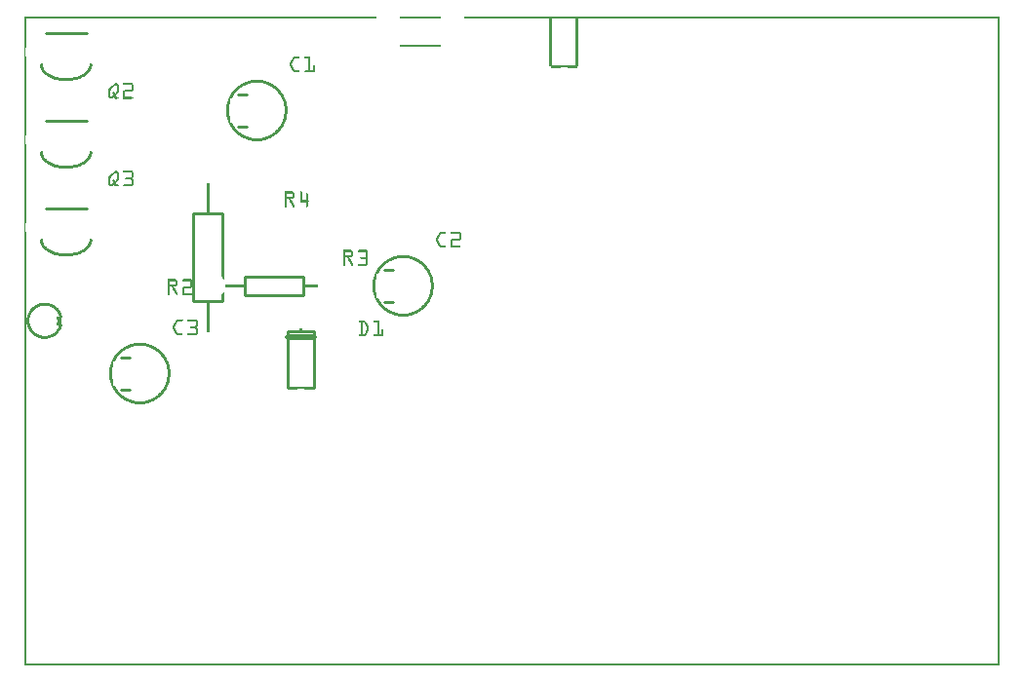
<source format=gto>
G04 MADE WITH FRITZING*
G04 WWW.FRITZING.ORG*
G04 DOUBLE SIDED*
G04 HOLES PLATED*
G04 CONTOUR ON CENTER OF CONTOUR VECTOR*
%ASAXBY*%
%FSLAX23Y23*%
%MOIN*%
%OFA0B0*%
%SFA1.0B1.0*%
%ADD10C,0.010000*%
%ADD11C,0.020000*%
%ADD12C,0.011000*%
%ADD13R,0.001000X0.001000*%
%LNSILK1*%
G90*
G70*
G54D10*
X74Y2164D02*
X214Y2164D01*
D02*
X74Y1564D02*
X214Y1564D01*
D02*
X754Y1333D02*
X954Y1333D01*
D02*
X954Y1333D02*
X954Y1267D01*
D02*
X954Y1267D02*
X754Y1267D01*
D02*
X754Y1267D02*
X754Y1333D01*
D02*
X677Y1248D02*
X577Y1248D01*
D02*
X577Y1248D02*
X577Y1548D01*
D02*
X577Y1548D02*
X677Y1548D01*
D02*
X989Y1146D02*
X989Y951D01*
D02*
X899Y951D02*
X899Y1146D01*
D02*
X899Y1146D02*
X989Y1146D01*
G54D11*
D02*
X899Y1126D02*
X989Y1126D01*
G54D10*
D02*
X74Y1864D02*
X214Y1864D01*
G54D12*
X729Y1955D02*
X759Y1955D01*
D02*
X729Y1845D02*
X759Y1845D01*
D02*
X1229Y1355D02*
X1259Y1355D01*
D02*
X1229Y1245D02*
X1259Y1245D01*
D02*
X329Y1055D02*
X359Y1055D01*
D02*
X329Y945D02*
X359Y945D01*
D02*
G54D13*
X1Y2222D02*
X1202Y2222D01*
X1284Y2222D02*
X1422Y2222D01*
X1504Y2222D02*
X3333Y2222D01*
X1Y2221D02*
X1202Y2221D01*
X1284Y2221D02*
X1422Y2221D01*
X1504Y2221D02*
X3333Y2221D01*
X1Y2220D02*
X1202Y2220D01*
X1284Y2220D02*
X1422Y2220D01*
X1504Y2220D02*
X3333Y2220D01*
X1Y2219D02*
X1202Y2219D01*
X1284Y2219D02*
X1422Y2219D01*
X1504Y2219D02*
X3333Y2219D01*
X1Y2218D02*
X1202Y2218D01*
X1284Y2218D02*
X1422Y2218D01*
X1504Y2218D02*
X3333Y2218D01*
X1Y2217D02*
X1202Y2217D01*
X1284Y2217D02*
X1422Y2217D01*
X1504Y2217D02*
X3333Y2217D01*
X1Y2216D02*
X1202Y2216D01*
X1284Y2216D02*
X1422Y2216D01*
X1504Y2216D02*
X3333Y2216D01*
X1Y2215D02*
X1202Y2215D01*
X1284Y2215D02*
X1422Y2215D01*
X1504Y2215D02*
X3333Y2215D01*
X1Y2214D02*
X8Y2214D01*
X1795Y2214D02*
X1804Y2214D01*
X1885Y2214D02*
X1894Y2214D01*
X3326Y2214D02*
X3333Y2214D01*
X1Y2213D02*
X8Y2213D01*
X1795Y2213D02*
X1804Y2213D01*
X1885Y2213D02*
X1894Y2213D01*
X3326Y2213D02*
X3333Y2213D01*
X1Y2212D02*
X8Y2212D01*
X1795Y2212D02*
X1804Y2212D01*
X1885Y2212D02*
X1894Y2212D01*
X3326Y2212D02*
X3333Y2212D01*
X1Y2211D02*
X8Y2211D01*
X1795Y2211D02*
X1804Y2211D01*
X1885Y2211D02*
X1894Y2211D01*
X3326Y2211D02*
X3333Y2211D01*
X1Y2210D02*
X8Y2210D01*
X1795Y2210D02*
X1804Y2210D01*
X1885Y2210D02*
X1894Y2210D01*
X3326Y2210D02*
X3333Y2210D01*
X1Y2209D02*
X8Y2209D01*
X1795Y2209D02*
X1804Y2209D01*
X1885Y2209D02*
X1894Y2209D01*
X3326Y2209D02*
X3333Y2209D01*
X1Y2208D02*
X8Y2208D01*
X1795Y2208D02*
X1804Y2208D01*
X1885Y2208D02*
X1894Y2208D01*
X3326Y2208D02*
X3333Y2208D01*
X1Y2207D02*
X8Y2207D01*
X1795Y2207D02*
X1804Y2207D01*
X1885Y2207D02*
X1894Y2207D01*
X3326Y2207D02*
X3333Y2207D01*
X1Y2206D02*
X8Y2206D01*
X1795Y2206D02*
X1804Y2206D01*
X1885Y2206D02*
X1894Y2206D01*
X3326Y2206D02*
X3333Y2206D01*
X1Y2205D02*
X8Y2205D01*
X1795Y2205D02*
X1804Y2205D01*
X1885Y2205D02*
X1894Y2205D01*
X3326Y2205D02*
X3333Y2205D01*
X1Y2204D02*
X8Y2204D01*
X1795Y2204D02*
X1804Y2204D01*
X1885Y2204D02*
X1894Y2204D01*
X3326Y2204D02*
X3333Y2204D01*
X1Y2203D02*
X8Y2203D01*
X1795Y2203D02*
X1804Y2203D01*
X1885Y2203D02*
X1894Y2203D01*
X3326Y2203D02*
X3333Y2203D01*
X1Y2202D02*
X8Y2202D01*
X1795Y2202D02*
X1804Y2202D01*
X1885Y2202D02*
X1894Y2202D01*
X3326Y2202D02*
X3333Y2202D01*
X1Y2201D02*
X8Y2201D01*
X1795Y2201D02*
X1804Y2201D01*
X1885Y2201D02*
X1894Y2201D01*
X3326Y2201D02*
X3333Y2201D01*
X1Y2200D02*
X8Y2200D01*
X1795Y2200D02*
X1804Y2200D01*
X1885Y2200D02*
X1894Y2200D01*
X3326Y2200D02*
X3333Y2200D01*
X1Y2199D02*
X8Y2199D01*
X1795Y2199D02*
X1804Y2199D01*
X1885Y2199D02*
X1894Y2199D01*
X3326Y2199D02*
X3333Y2199D01*
X1Y2198D02*
X8Y2198D01*
X1795Y2198D02*
X1804Y2198D01*
X1885Y2198D02*
X1894Y2198D01*
X3326Y2198D02*
X3333Y2198D01*
X1Y2197D02*
X8Y2197D01*
X1795Y2197D02*
X1804Y2197D01*
X1885Y2197D02*
X1894Y2197D01*
X3326Y2197D02*
X3333Y2197D01*
X1Y2196D02*
X8Y2196D01*
X1795Y2196D02*
X1804Y2196D01*
X1885Y2196D02*
X1894Y2196D01*
X3326Y2196D02*
X3333Y2196D01*
X1Y2195D02*
X8Y2195D01*
X1795Y2195D02*
X1804Y2195D01*
X1885Y2195D02*
X1894Y2195D01*
X3326Y2195D02*
X3333Y2195D01*
X1Y2194D02*
X8Y2194D01*
X1795Y2194D02*
X1804Y2194D01*
X1885Y2194D02*
X1894Y2194D01*
X3326Y2194D02*
X3333Y2194D01*
X1Y2193D02*
X8Y2193D01*
X1795Y2193D02*
X1804Y2193D01*
X1885Y2193D02*
X1894Y2193D01*
X3326Y2193D02*
X3333Y2193D01*
X1Y2192D02*
X8Y2192D01*
X1795Y2192D02*
X1804Y2192D01*
X1885Y2192D02*
X1894Y2192D01*
X3326Y2192D02*
X3333Y2192D01*
X1Y2191D02*
X8Y2191D01*
X1795Y2191D02*
X1804Y2191D01*
X1885Y2191D02*
X1894Y2191D01*
X3326Y2191D02*
X3333Y2191D01*
X1Y2190D02*
X8Y2190D01*
X1795Y2190D02*
X1804Y2190D01*
X1885Y2190D02*
X1894Y2190D01*
X3326Y2190D02*
X3333Y2190D01*
X1Y2189D02*
X8Y2189D01*
X1795Y2189D02*
X1804Y2189D01*
X1885Y2189D02*
X1894Y2189D01*
X3326Y2189D02*
X3333Y2189D01*
X1Y2188D02*
X8Y2188D01*
X1795Y2188D02*
X1804Y2188D01*
X1885Y2188D02*
X1894Y2188D01*
X3326Y2188D02*
X3333Y2188D01*
X1Y2187D02*
X8Y2187D01*
X1795Y2187D02*
X1804Y2187D01*
X1885Y2187D02*
X1894Y2187D01*
X3326Y2187D02*
X3333Y2187D01*
X1Y2186D02*
X8Y2186D01*
X1795Y2186D02*
X1804Y2186D01*
X1885Y2186D02*
X1894Y2186D01*
X3326Y2186D02*
X3333Y2186D01*
X1Y2185D02*
X8Y2185D01*
X1795Y2185D02*
X1804Y2185D01*
X1885Y2185D02*
X1894Y2185D01*
X3326Y2185D02*
X3333Y2185D01*
X1Y2184D02*
X8Y2184D01*
X1795Y2184D02*
X1804Y2184D01*
X1885Y2184D02*
X1894Y2184D01*
X3326Y2184D02*
X3333Y2184D01*
X1Y2183D02*
X8Y2183D01*
X1795Y2183D02*
X1804Y2183D01*
X1885Y2183D02*
X1894Y2183D01*
X3326Y2183D02*
X3333Y2183D01*
X1Y2182D02*
X8Y2182D01*
X1795Y2182D02*
X1804Y2182D01*
X1885Y2182D02*
X1894Y2182D01*
X3326Y2182D02*
X3333Y2182D01*
X1Y2181D02*
X8Y2181D01*
X1795Y2181D02*
X1804Y2181D01*
X1885Y2181D02*
X1894Y2181D01*
X3326Y2181D02*
X3333Y2181D01*
X1Y2180D02*
X8Y2180D01*
X1795Y2180D02*
X1804Y2180D01*
X1885Y2180D02*
X1894Y2180D01*
X3326Y2180D02*
X3333Y2180D01*
X1Y2179D02*
X8Y2179D01*
X1795Y2179D02*
X1804Y2179D01*
X1885Y2179D02*
X1894Y2179D01*
X3326Y2179D02*
X3333Y2179D01*
X1Y2178D02*
X8Y2178D01*
X1795Y2178D02*
X1804Y2178D01*
X1885Y2178D02*
X1894Y2178D01*
X3326Y2178D02*
X3333Y2178D01*
X1Y2177D02*
X8Y2177D01*
X1795Y2177D02*
X1804Y2177D01*
X1885Y2177D02*
X1894Y2177D01*
X3326Y2177D02*
X3333Y2177D01*
X1Y2176D02*
X8Y2176D01*
X1795Y2176D02*
X1804Y2176D01*
X1885Y2176D02*
X1894Y2176D01*
X3326Y2176D02*
X3333Y2176D01*
X1Y2175D02*
X8Y2175D01*
X1795Y2175D02*
X1804Y2175D01*
X1885Y2175D02*
X1894Y2175D01*
X3326Y2175D02*
X3333Y2175D01*
X1Y2174D02*
X8Y2174D01*
X1795Y2174D02*
X1804Y2174D01*
X1885Y2174D02*
X1894Y2174D01*
X3326Y2174D02*
X3333Y2174D01*
X1Y2173D02*
X8Y2173D01*
X1795Y2173D02*
X1804Y2173D01*
X1885Y2173D02*
X1894Y2173D01*
X3326Y2173D02*
X3333Y2173D01*
X1Y2172D02*
X8Y2172D01*
X1795Y2172D02*
X1804Y2172D01*
X1885Y2172D02*
X1894Y2172D01*
X3326Y2172D02*
X3333Y2172D01*
X1Y2171D02*
X8Y2171D01*
X1795Y2171D02*
X1804Y2171D01*
X1885Y2171D02*
X1894Y2171D01*
X3326Y2171D02*
X3333Y2171D01*
X1Y2170D02*
X8Y2170D01*
X1795Y2170D02*
X1804Y2170D01*
X1885Y2170D02*
X1894Y2170D01*
X3326Y2170D02*
X3333Y2170D01*
X1Y2169D02*
X8Y2169D01*
X1795Y2169D02*
X1804Y2169D01*
X1885Y2169D02*
X1894Y2169D01*
X3326Y2169D02*
X3333Y2169D01*
X1Y2168D02*
X8Y2168D01*
X1795Y2168D02*
X1804Y2168D01*
X1885Y2168D02*
X1894Y2168D01*
X3326Y2168D02*
X3333Y2168D01*
X1Y2167D02*
X8Y2167D01*
X1795Y2167D02*
X1804Y2167D01*
X1885Y2167D02*
X1894Y2167D01*
X3326Y2167D02*
X3333Y2167D01*
X1Y2166D02*
X8Y2166D01*
X1795Y2166D02*
X1804Y2166D01*
X1885Y2166D02*
X1894Y2166D01*
X3326Y2166D02*
X3333Y2166D01*
X1Y2165D02*
X8Y2165D01*
X1795Y2165D02*
X1804Y2165D01*
X1885Y2165D02*
X1894Y2165D01*
X3326Y2165D02*
X3333Y2165D01*
X1Y2164D02*
X8Y2164D01*
X1795Y2164D02*
X1804Y2164D01*
X1885Y2164D02*
X1894Y2164D01*
X3326Y2164D02*
X3333Y2164D01*
X1Y2163D02*
X8Y2163D01*
X1795Y2163D02*
X1804Y2163D01*
X1885Y2163D02*
X1894Y2163D01*
X3326Y2163D02*
X3333Y2163D01*
X1Y2162D02*
X8Y2162D01*
X1795Y2162D02*
X1804Y2162D01*
X1885Y2162D02*
X1894Y2162D01*
X3326Y2162D02*
X3333Y2162D01*
X1Y2161D02*
X8Y2161D01*
X1795Y2161D02*
X1804Y2161D01*
X1885Y2161D02*
X1894Y2161D01*
X3326Y2161D02*
X3333Y2161D01*
X1Y2160D02*
X8Y2160D01*
X1795Y2160D02*
X1804Y2160D01*
X1885Y2160D02*
X1894Y2160D01*
X3326Y2160D02*
X3333Y2160D01*
X1Y2159D02*
X8Y2159D01*
X1795Y2159D02*
X1804Y2159D01*
X1885Y2159D02*
X1894Y2159D01*
X3326Y2159D02*
X3333Y2159D01*
X1Y2158D02*
X8Y2158D01*
X1795Y2158D02*
X1804Y2158D01*
X1885Y2158D02*
X1894Y2158D01*
X3326Y2158D02*
X3333Y2158D01*
X1Y2157D02*
X8Y2157D01*
X1795Y2157D02*
X1804Y2157D01*
X1885Y2157D02*
X1894Y2157D01*
X3326Y2157D02*
X3333Y2157D01*
X1Y2156D02*
X8Y2156D01*
X1795Y2156D02*
X1804Y2156D01*
X1885Y2156D02*
X1894Y2156D01*
X3326Y2156D02*
X3333Y2156D01*
X1Y2155D02*
X8Y2155D01*
X1795Y2155D02*
X1804Y2155D01*
X1885Y2155D02*
X1894Y2155D01*
X3326Y2155D02*
X3333Y2155D01*
X1Y2154D02*
X8Y2154D01*
X1795Y2154D02*
X1804Y2154D01*
X1885Y2154D02*
X1894Y2154D01*
X3326Y2154D02*
X3333Y2154D01*
X1Y2153D02*
X8Y2153D01*
X1795Y2153D02*
X1804Y2153D01*
X1885Y2153D02*
X1894Y2153D01*
X3326Y2153D02*
X3333Y2153D01*
X1Y2152D02*
X8Y2152D01*
X1795Y2152D02*
X1804Y2152D01*
X1885Y2152D02*
X1894Y2152D01*
X3326Y2152D02*
X3333Y2152D01*
X1Y2151D02*
X8Y2151D01*
X1795Y2151D02*
X1804Y2151D01*
X1885Y2151D02*
X1894Y2151D01*
X3326Y2151D02*
X3333Y2151D01*
X1Y2150D02*
X8Y2150D01*
X1795Y2150D02*
X1804Y2150D01*
X1885Y2150D02*
X1894Y2150D01*
X3326Y2150D02*
X3333Y2150D01*
X1Y2149D02*
X8Y2149D01*
X1795Y2149D02*
X1804Y2149D01*
X1885Y2149D02*
X1894Y2149D01*
X3326Y2149D02*
X3333Y2149D01*
X1Y2148D02*
X8Y2148D01*
X1795Y2148D02*
X1804Y2148D01*
X1885Y2148D02*
X1894Y2148D01*
X3326Y2148D02*
X3333Y2148D01*
X1Y2147D02*
X8Y2147D01*
X1795Y2147D02*
X1804Y2147D01*
X1885Y2147D02*
X1894Y2147D01*
X3326Y2147D02*
X3333Y2147D01*
X1Y2146D02*
X8Y2146D01*
X1795Y2146D02*
X1804Y2146D01*
X1885Y2146D02*
X1894Y2146D01*
X3326Y2146D02*
X3333Y2146D01*
X1Y2145D02*
X8Y2145D01*
X1795Y2145D02*
X1804Y2145D01*
X1885Y2145D02*
X1894Y2145D01*
X3326Y2145D02*
X3333Y2145D01*
X1Y2144D02*
X8Y2144D01*
X1795Y2144D02*
X1804Y2144D01*
X1885Y2144D02*
X1894Y2144D01*
X3326Y2144D02*
X3333Y2144D01*
X1Y2143D02*
X8Y2143D01*
X1795Y2143D02*
X1804Y2143D01*
X1885Y2143D02*
X1894Y2143D01*
X3326Y2143D02*
X3333Y2143D01*
X1Y2142D02*
X8Y2142D01*
X1795Y2142D02*
X1804Y2142D01*
X1885Y2142D02*
X1894Y2142D01*
X3326Y2142D02*
X3333Y2142D01*
X1Y2141D02*
X8Y2141D01*
X1795Y2141D02*
X1804Y2141D01*
X1885Y2141D02*
X1894Y2141D01*
X3326Y2141D02*
X3333Y2141D01*
X1Y2140D02*
X8Y2140D01*
X1795Y2140D02*
X1804Y2140D01*
X1885Y2140D02*
X1894Y2140D01*
X3326Y2140D02*
X3333Y2140D01*
X1Y2139D02*
X8Y2139D01*
X1795Y2139D02*
X1804Y2139D01*
X1885Y2139D02*
X1894Y2139D01*
X3326Y2139D02*
X3333Y2139D01*
X1Y2138D02*
X8Y2138D01*
X1795Y2138D02*
X1804Y2138D01*
X1885Y2138D02*
X1894Y2138D01*
X3326Y2138D02*
X3333Y2138D01*
X1Y2137D02*
X8Y2137D01*
X1795Y2137D02*
X1804Y2137D01*
X1885Y2137D02*
X1894Y2137D01*
X3326Y2137D02*
X3333Y2137D01*
X1Y2136D02*
X8Y2136D01*
X1795Y2136D02*
X1804Y2136D01*
X1885Y2136D02*
X1894Y2136D01*
X3326Y2136D02*
X3333Y2136D01*
X1Y2135D02*
X8Y2135D01*
X1795Y2135D02*
X1804Y2135D01*
X1885Y2135D02*
X1894Y2135D01*
X3326Y2135D02*
X3333Y2135D01*
X1Y2134D02*
X8Y2134D01*
X1795Y2134D02*
X1804Y2134D01*
X1885Y2134D02*
X1894Y2134D01*
X3326Y2134D02*
X3333Y2134D01*
X1Y2133D02*
X8Y2133D01*
X1795Y2133D02*
X1804Y2133D01*
X1885Y2133D02*
X1894Y2133D01*
X3326Y2133D02*
X3333Y2133D01*
X1Y2132D02*
X8Y2132D01*
X1795Y2132D02*
X1804Y2132D01*
X1885Y2132D02*
X1894Y2132D01*
X3326Y2132D02*
X3333Y2132D01*
X1Y2131D02*
X8Y2131D01*
X1795Y2131D02*
X1804Y2131D01*
X1885Y2131D02*
X1894Y2131D01*
X3326Y2131D02*
X3333Y2131D01*
X1Y2130D02*
X8Y2130D01*
X1795Y2130D02*
X1804Y2130D01*
X1885Y2130D02*
X1894Y2130D01*
X3326Y2130D02*
X3333Y2130D01*
X1Y2129D02*
X8Y2129D01*
X1795Y2129D02*
X1804Y2129D01*
X1885Y2129D02*
X1894Y2129D01*
X3326Y2129D02*
X3333Y2129D01*
X1Y2128D02*
X8Y2128D01*
X1795Y2128D02*
X1804Y2128D01*
X1885Y2128D02*
X1894Y2128D01*
X3326Y2128D02*
X3333Y2128D01*
X1Y2127D02*
X8Y2127D01*
X1795Y2127D02*
X1804Y2127D01*
X1885Y2127D02*
X1894Y2127D01*
X3326Y2127D02*
X3333Y2127D01*
X1Y2126D02*
X8Y2126D01*
X1795Y2126D02*
X1804Y2126D01*
X1885Y2126D02*
X1894Y2126D01*
X3326Y2126D02*
X3333Y2126D01*
X1Y2125D02*
X8Y2125D01*
X1284Y2125D02*
X1422Y2125D01*
X1795Y2125D02*
X1804Y2125D01*
X1885Y2125D02*
X1894Y2125D01*
X3326Y2125D02*
X3333Y2125D01*
X1Y2124D02*
X8Y2124D01*
X1284Y2124D02*
X1422Y2124D01*
X1795Y2124D02*
X1804Y2124D01*
X1885Y2124D02*
X1894Y2124D01*
X3326Y2124D02*
X3333Y2124D01*
X1Y2123D02*
X8Y2123D01*
X1284Y2123D02*
X1422Y2123D01*
X1795Y2123D02*
X1804Y2123D01*
X1885Y2123D02*
X1894Y2123D01*
X3326Y2123D02*
X3333Y2123D01*
X1Y2122D02*
X8Y2122D01*
X1284Y2122D02*
X1422Y2122D01*
X1795Y2122D02*
X1804Y2122D01*
X1885Y2122D02*
X1894Y2122D01*
X3326Y2122D02*
X3333Y2122D01*
X1Y2121D02*
X7Y2121D01*
X1284Y2121D02*
X1422Y2121D01*
X1795Y2121D02*
X1804Y2121D01*
X1885Y2121D02*
X1894Y2121D01*
X3326Y2121D02*
X3333Y2121D01*
X1Y2120D02*
X7Y2120D01*
X1284Y2120D02*
X1422Y2120D01*
X1795Y2120D02*
X1804Y2120D01*
X1885Y2120D02*
X1894Y2120D01*
X3326Y2120D02*
X3333Y2120D01*
X1Y2119D02*
X6Y2119D01*
X1795Y2119D02*
X1804Y2119D01*
X1885Y2119D02*
X1894Y2119D01*
X3326Y2119D02*
X3333Y2119D01*
X1Y2118D02*
X6Y2118D01*
X1795Y2118D02*
X1804Y2118D01*
X1885Y2118D02*
X1894Y2118D01*
X3326Y2118D02*
X3333Y2118D01*
X1Y2117D02*
X5Y2117D01*
X1795Y2117D02*
X1804Y2117D01*
X1885Y2117D02*
X1894Y2117D01*
X3326Y2117D02*
X3333Y2117D01*
X1Y2116D02*
X5Y2116D01*
X1795Y2116D02*
X1804Y2116D01*
X1885Y2116D02*
X1894Y2116D01*
X3326Y2116D02*
X3333Y2116D01*
X1Y2115D02*
X5Y2115D01*
X1795Y2115D02*
X1804Y2115D01*
X1885Y2115D02*
X1894Y2115D01*
X3326Y2115D02*
X3333Y2115D01*
X1Y2114D02*
X4Y2114D01*
X1795Y2114D02*
X1804Y2114D01*
X1885Y2114D02*
X1894Y2114D01*
X3326Y2114D02*
X3333Y2114D01*
X1Y2113D02*
X4Y2113D01*
X1795Y2113D02*
X1804Y2113D01*
X1885Y2113D02*
X1894Y2113D01*
X3326Y2113D02*
X3333Y2113D01*
X1Y2112D02*
X4Y2112D01*
X1795Y2112D02*
X1804Y2112D01*
X1885Y2112D02*
X1894Y2112D01*
X3326Y2112D02*
X3333Y2112D01*
X1Y2111D02*
X3Y2111D01*
X1795Y2111D02*
X1804Y2111D01*
X1885Y2111D02*
X1894Y2111D01*
X3326Y2111D02*
X3333Y2111D01*
X1Y2110D02*
X3Y2110D01*
X1795Y2110D02*
X1804Y2110D01*
X1885Y2110D02*
X1894Y2110D01*
X3326Y2110D02*
X3333Y2110D01*
X1Y2109D02*
X3Y2109D01*
X1795Y2109D02*
X1804Y2109D01*
X1885Y2109D02*
X1894Y2109D01*
X3326Y2109D02*
X3333Y2109D01*
X1Y2108D02*
X3Y2108D01*
X1795Y2108D02*
X1804Y2108D01*
X1885Y2108D02*
X1894Y2108D01*
X3326Y2108D02*
X3333Y2108D01*
X1Y2107D02*
X3Y2107D01*
X1795Y2107D02*
X1804Y2107D01*
X1885Y2107D02*
X1894Y2107D01*
X3326Y2107D02*
X3333Y2107D01*
X1Y2106D02*
X2Y2106D01*
X1795Y2106D02*
X1804Y2106D01*
X1885Y2106D02*
X1894Y2106D01*
X3326Y2106D02*
X3333Y2106D01*
X1Y2105D02*
X2Y2105D01*
X1795Y2105D02*
X1804Y2105D01*
X1885Y2105D02*
X1894Y2105D01*
X3326Y2105D02*
X3333Y2105D01*
X1Y2104D02*
X2Y2104D01*
X1795Y2104D02*
X1804Y2104D01*
X1885Y2104D02*
X1894Y2104D01*
X3326Y2104D02*
X3333Y2104D01*
X1Y2103D02*
X2Y2103D01*
X1795Y2103D02*
X1804Y2103D01*
X1885Y2103D02*
X1894Y2103D01*
X3326Y2103D02*
X3333Y2103D01*
X1Y2102D02*
X2Y2102D01*
X1795Y2102D02*
X1804Y2102D01*
X1885Y2102D02*
X1894Y2102D01*
X3326Y2102D02*
X3333Y2102D01*
X1Y2101D02*
X2Y2101D01*
X1795Y2101D02*
X1804Y2101D01*
X1885Y2101D02*
X1894Y2101D01*
X3326Y2101D02*
X3333Y2101D01*
X1Y2100D02*
X2Y2100D01*
X1795Y2100D02*
X1804Y2100D01*
X1885Y2100D02*
X1894Y2100D01*
X3326Y2100D02*
X3333Y2100D01*
X1Y2099D02*
X2Y2099D01*
X1795Y2099D02*
X1804Y2099D01*
X1885Y2099D02*
X1894Y2099D01*
X3326Y2099D02*
X3333Y2099D01*
X1Y2098D02*
X2Y2098D01*
X1795Y2098D02*
X1804Y2098D01*
X1885Y2098D02*
X1894Y2098D01*
X3326Y2098D02*
X3333Y2098D01*
X1Y2097D02*
X2Y2097D01*
X1795Y2097D02*
X1804Y2097D01*
X1885Y2097D02*
X1894Y2097D01*
X3326Y2097D02*
X3333Y2097D01*
X1Y2096D02*
X2Y2096D01*
X1795Y2096D02*
X1804Y2096D01*
X1885Y2096D02*
X1894Y2096D01*
X3326Y2096D02*
X3333Y2096D01*
X1Y2095D02*
X2Y2095D01*
X1795Y2095D02*
X1804Y2095D01*
X1885Y2095D02*
X1894Y2095D01*
X3326Y2095D02*
X3333Y2095D01*
X1Y2094D02*
X3Y2094D01*
X1795Y2094D02*
X1804Y2094D01*
X1885Y2094D02*
X1894Y2094D01*
X3326Y2094D02*
X3333Y2094D01*
X1Y2093D02*
X3Y2093D01*
X1795Y2093D02*
X1804Y2093D01*
X1885Y2093D02*
X1894Y2093D01*
X3326Y2093D02*
X3333Y2093D01*
X1Y2092D02*
X3Y2092D01*
X1795Y2092D02*
X1804Y2092D01*
X1885Y2092D02*
X1894Y2092D01*
X3326Y2092D02*
X3333Y2092D01*
X1Y2091D02*
X3Y2091D01*
X1795Y2091D02*
X1804Y2091D01*
X1885Y2091D02*
X1894Y2091D01*
X3326Y2091D02*
X3333Y2091D01*
X1Y2090D02*
X3Y2090D01*
X1795Y2090D02*
X1804Y2090D01*
X1885Y2090D02*
X1894Y2090D01*
X3326Y2090D02*
X3333Y2090D01*
X1Y2089D02*
X4Y2089D01*
X1795Y2089D02*
X1804Y2089D01*
X1885Y2089D02*
X1894Y2089D01*
X3326Y2089D02*
X3333Y2089D01*
X1Y2088D02*
X4Y2088D01*
X1795Y2088D02*
X1804Y2088D01*
X1885Y2088D02*
X1894Y2088D01*
X3326Y2088D02*
X3333Y2088D01*
X1Y2087D02*
X4Y2087D01*
X1795Y2087D02*
X1804Y2087D01*
X1885Y2087D02*
X1894Y2087D01*
X3326Y2087D02*
X3333Y2087D01*
X1Y2086D02*
X4Y2086D01*
X1795Y2086D02*
X1804Y2086D01*
X1885Y2086D02*
X1894Y2086D01*
X3326Y2086D02*
X3333Y2086D01*
X1Y2085D02*
X5Y2085D01*
X925Y2085D02*
X939Y2085D01*
X961Y2085D02*
X978Y2085D01*
X1795Y2085D02*
X1804Y2085D01*
X1885Y2085D02*
X1894Y2085D01*
X3326Y2085D02*
X3333Y2085D01*
X1Y2084D02*
X5Y2084D01*
X922Y2084D02*
X941Y2084D01*
X959Y2084D02*
X978Y2084D01*
X1795Y2084D02*
X1804Y2084D01*
X1885Y2084D02*
X1894Y2084D01*
X3326Y2084D02*
X3333Y2084D01*
X1Y2083D02*
X6Y2083D01*
X920Y2083D02*
X941Y2083D01*
X959Y2083D02*
X978Y2083D01*
X1795Y2083D02*
X1804Y2083D01*
X1885Y2083D02*
X1894Y2083D01*
X3326Y2083D02*
X3333Y2083D01*
X1Y2082D02*
X6Y2082D01*
X919Y2082D02*
X942Y2082D01*
X958Y2082D02*
X978Y2082D01*
X1795Y2082D02*
X1804Y2082D01*
X1885Y2082D02*
X1894Y2082D01*
X3326Y2082D02*
X3333Y2082D01*
X1Y2081D02*
X7Y2081D01*
X918Y2081D02*
X942Y2081D01*
X959Y2081D02*
X978Y2081D01*
X1795Y2081D02*
X1804Y2081D01*
X1885Y2081D02*
X1894Y2081D01*
X3326Y2081D02*
X3333Y2081D01*
X1Y2080D02*
X7Y2080D01*
X917Y2080D02*
X941Y2080D01*
X959Y2080D02*
X978Y2080D01*
X1795Y2080D02*
X1804Y2080D01*
X1885Y2080D02*
X1894Y2080D01*
X3326Y2080D02*
X3333Y2080D01*
X1Y2079D02*
X8Y2079D01*
X917Y2079D02*
X940Y2079D01*
X960Y2079D02*
X978Y2079D01*
X1795Y2079D02*
X1804Y2079D01*
X1885Y2079D02*
X1894Y2079D01*
X3326Y2079D02*
X3333Y2079D01*
X1Y2078D02*
X8Y2078D01*
X916Y2078D02*
X924Y2078D01*
X972Y2078D02*
X978Y2078D01*
X1795Y2078D02*
X1804Y2078D01*
X1885Y2078D02*
X1894Y2078D01*
X3326Y2078D02*
X3333Y2078D01*
X1Y2077D02*
X8Y2077D01*
X916Y2077D02*
X923Y2077D01*
X972Y2077D02*
X978Y2077D01*
X1795Y2077D02*
X1804Y2077D01*
X1885Y2077D02*
X1894Y2077D01*
X3326Y2077D02*
X3333Y2077D01*
X1Y2076D02*
X8Y2076D01*
X915Y2076D02*
X922Y2076D01*
X972Y2076D02*
X978Y2076D01*
X1795Y2076D02*
X1804Y2076D01*
X1885Y2076D02*
X1894Y2076D01*
X3326Y2076D02*
X3333Y2076D01*
X1Y2075D02*
X8Y2075D01*
X915Y2075D02*
X922Y2075D01*
X972Y2075D02*
X978Y2075D01*
X1795Y2075D02*
X1804Y2075D01*
X1885Y2075D02*
X1894Y2075D01*
X3326Y2075D02*
X3333Y2075D01*
X1Y2074D02*
X8Y2074D01*
X914Y2074D02*
X921Y2074D01*
X972Y2074D02*
X978Y2074D01*
X1795Y2074D02*
X1804Y2074D01*
X1885Y2074D02*
X1894Y2074D01*
X3326Y2074D02*
X3333Y2074D01*
X1Y2073D02*
X8Y2073D01*
X914Y2073D02*
X921Y2073D01*
X972Y2073D02*
X978Y2073D01*
X1795Y2073D02*
X1804Y2073D01*
X1885Y2073D02*
X1894Y2073D01*
X3326Y2073D02*
X3333Y2073D01*
X1Y2072D02*
X8Y2072D01*
X913Y2072D02*
X920Y2072D01*
X972Y2072D02*
X978Y2072D01*
X1795Y2072D02*
X1804Y2072D01*
X1885Y2072D02*
X1894Y2072D01*
X3326Y2072D02*
X3333Y2072D01*
X1Y2071D02*
X8Y2071D01*
X913Y2071D02*
X920Y2071D01*
X972Y2071D02*
X978Y2071D01*
X1795Y2071D02*
X1804Y2071D01*
X1885Y2071D02*
X1894Y2071D01*
X3326Y2071D02*
X3333Y2071D01*
X1Y2070D02*
X8Y2070D01*
X912Y2070D02*
X919Y2070D01*
X972Y2070D02*
X978Y2070D01*
X1795Y2070D02*
X1804Y2070D01*
X1885Y2070D02*
X1894Y2070D01*
X3326Y2070D02*
X3333Y2070D01*
X1Y2069D02*
X8Y2069D01*
X912Y2069D02*
X919Y2069D01*
X972Y2069D02*
X978Y2069D01*
X1795Y2069D02*
X1804Y2069D01*
X1885Y2069D02*
X1894Y2069D01*
X3326Y2069D02*
X3333Y2069D01*
X1Y2068D02*
X8Y2068D01*
X911Y2068D02*
X918Y2068D01*
X972Y2068D02*
X978Y2068D01*
X1795Y2068D02*
X1804Y2068D01*
X1885Y2068D02*
X1894Y2068D01*
X3326Y2068D02*
X3333Y2068D01*
X1Y2067D02*
X8Y2067D01*
X911Y2067D02*
X918Y2067D01*
X972Y2067D02*
X978Y2067D01*
X1795Y2067D02*
X1804Y2067D01*
X1885Y2067D02*
X1894Y2067D01*
X3326Y2067D02*
X3333Y2067D01*
X1Y2066D02*
X8Y2066D01*
X910Y2066D02*
X917Y2066D01*
X972Y2066D02*
X978Y2066D01*
X1795Y2066D02*
X1804Y2066D01*
X1885Y2066D02*
X1894Y2066D01*
X3326Y2066D02*
X3333Y2066D01*
X1Y2065D02*
X8Y2065D01*
X910Y2065D02*
X917Y2065D01*
X972Y2065D02*
X978Y2065D01*
X1795Y2065D02*
X1804Y2065D01*
X1885Y2065D02*
X1894Y2065D01*
X3326Y2065D02*
X3333Y2065D01*
X1Y2064D02*
X8Y2064D01*
X909Y2064D02*
X916Y2064D01*
X972Y2064D02*
X978Y2064D01*
X1795Y2064D02*
X1804Y2064D01*
X1885Y2064D02*
X1894Y2064D01*
X3326Y2064D02*
X3333Y2064D01*
X1Y2063D02*
X8Y2063D01*
X909Y2063D02*
X916Y2063D01*
X972Y2063D02*
X978Y2063D01*
X1795Y2063D02*
X1804Y2063D01*
X1885Y2063D02*
X1894Y2063D01*
X3326Y2063D02*
X3333Y2063D01*
X1Y2062D02*
X8Y2062D01*
X225Y2062D02*
X226Y2062D01*
X909Y2062D02*
X915Y2062D01*
X972Y2062D02*
X978Y2062D01*
X1795Y2062D02*
X1804Y2062D01*
X1885Y2062D02*
X1894Y2062D01*
X3326Y2062D02*
X3333Y2062D01*
X1Y2061D02*
X8Y2061D01*
X224Y2061D02*
X228Y2061D01*
X908Y2061D02*
X915Y2061D01*
X972Y2061D02*
X978Y2061D01*
X1795Y2061D02*
X1804Y2061D01*
X1885Y2061D02*
X1894Y2061D01*
X3326Y2061D02*
X3333Y2061D01*
X1Y2060D02*
X8Y2060D01*
X59Y2060D02*
X62Y2060D01*
X223Y2060D02*
X231Y2060D01*
X908Y2060D02*
X914Y2060D01*
X972Y2060D02*
X978Y2060D01*
X1795Y2060D02*
X1804Y2060D01*
X1885Y2060D02*
X1894Y2060D01*
X3326Y2060D02*
X3333Y2060D01*
X1Y2059D02*
X8Y2059D01*
X55Y2059D02*
X62Y2059D01*
X223Y2059D02*
X232Y2059D01*
X908Y2059D02*
X914Y2059D01*
X972Y2059D02*
X978Y2059D01*
X1795Y2059D02*
X1804Y2059D01*
X1885Y2059D02*
X1894Y2059D01*
X3326Y2059D02*
X3333Y2059D01*
X1Y2058D02*
X8Y2058D01*
X53Y2058D02*
X62Y2058D01*
X223Y2058D02*
X232Y2058D01*
X908Y2058D02*
X914Y2058D01*
X972Y2058D02*
X978Y2058D01*
X1795Y2058D02*
X1804Y2058D01*
X1885Y2058D02*
X1894Y2058D01*
X3326Y2058D02*
X3333Y2058D01*
X1Y2057D02*
X8Y2057D01*
X53Y2057D02*
X62Y2057D01*
X223Y2057D02*
X232Y2057D01*
X908Y2057D02*
X914Y2057D01*
X972Y2057D02*
X978Y2057D01*
X1795Y2057D02*
X1804Y2057D01*
X1885Y2057D02*
X1894Y2057D01*
X3326Y2057D02*
X3333Y2057D01*
X1Y2056D02*
X8Y2056D01*
X53Y2056D02*
X62Y2056D01*
X223Y2056D02*
X232Y2056D01*
X908Y2056D02*
X914Y2056D01*
X972Y2056D02*
X978Y2056D01*
X1795Y2056D02*
X1894Y2056D01*
X3326Y2056D02*
X3333Y2056D01*
X1Y2055D02*
X8Y2055D01*
X53Y2055D02*
X63Y2055D01*
X223Y2055D02*
X232Y2055D01*
X909Y2055D02*
X915Y2055D01*
X972Y2055D02*
X978Y2055D01*
X987Y2055D02*
X990Y2055D01*
X1795Y2055D02*
X1894Y2055D01*
X3326Y2055D02*
X3333Y2055D01*
X1Y2054D02*
X8Y2054D01*
X54Y2054D02*
X63Y2054D01*
X223Y2054D02*
X232Y2054D01*
X909Y2054D02*
X915Y2054D01*
X972Y2054D02*
X978Y2054D01*
X987Y2054D02*
X991Y2054D01*
X1795Y2054D02*
X1894Y2054D01*
X3326Y2054D02*
X3333Y2054D01*
X1Y2053D02*
X8Y2053D01*
X54Y2053D02*
X63Y2053D01*
X223Y2053D02*
X232Y2053D01*
X909Y2053D02*
X916Y2053D01*
X972Y2053D02*
X978Y2053D01*
X986Y2053D02*
X992Y2053D01*
X1795Y2053D02*
X1894Y2053D01*
X3326Y2053D02*
X3333Y2053D01*
X1Y2052D02*
X8Y2052D01*
X54Y2052D02*
X63Y2052D01*
X222Y2052D02*
X231Y2052D01*
X909Y2052D02*
X916Y2052D01*
X972Y2052D02*
X978Y2052D01*
X986Y2052D02*
X992Y2052D01*
X1795Y2052D02*
X1894Y2052D01*
X3326Y2052D02*
X3333Y2052D01*
X1Y2051D02*
X8Y2051D01*
X54Y2051D02*
X63Y2051D01*
X222Y2051D02*
X231Y2051D01*
X910Y2051D02*
X917Y2051D01*
X972Y2051D02*
X978Y2051D01*
X986Y2051D02*
X992Y2051D01*
X1800Y2051D02*
X1889Y2051D01*
X3326Y2051D02*
X3333Y2051D01*
X1Y2050D02*
X8Y2050D01*
X54Y2050D02*
X64Y2050D01*
X222Y2050D02*
X231Y2050D01*
X910Y2050D02*
X917Y2050D01*
X972Y2050D02*
X978Y2050D01*
X986Y2050D02*
X992Y2050D01*
X1800Y2050D02*
X1889Y2050D01*
X3326Y2050D02*
X3333Y2050D01*
X1Y2049D02*
X8Y2049D01*
X54Y2049D02*
X64Y2049D01*
X222Y2049D02*
X231Y2049D01*
X911Y2049D02*
X918Y2049D01*
X972Y2049D02*
X978Y2049D01*
X986Y2049D02*
X992Y2049D01*
X1800Y2049D02*
X1889Y2049D01*
X3326Y2049D02*
X3333Y2049D01*
X1Y2048D02*
X8Y2048D01*
X55Y2048D02*
X64Y2048D01*
X221Y2048D02*
X231Y2048D01*
X911Y2048D02*
X918Y2048D01*
X972Y2048D02*
X978Y2048D01*
X986Y2048D02*
X992Y2048D01*
X1800Y2048D02*
X1839Y2048D01*
X1850Y2048D02*
X1889Y2048D01*
X3326Y2048D02*
X3333Y2048D01*
X1Y2047D02*
X8Y2047D01*
X55Y2047D02*
X65Y2047D01*
X221Y2047D02*
X230Y2047D01*
X912Y2047D02*
X919Y2047D01*
X972Y2047D02*
X978Y2047D01*
X986Y2047D02*
X992Y2047D01*
X1800Y2047D02*
X1834Y2047D01*
X1856Y2047D02*
X1889Y2047D01*
X3326Y2047D02*
X3333Y2047D01*
X1Y2046D02*
X8Y2046D01*
X55Y2046D02*
X65Y2046D01*
X220Y2046D02*
X230Y2046D01*
X912Y2046D02*
X919Y2046D01*
X972Y2046D02*
X978Y2046D01*
X986Y2046D02*
X992Y2046D01*
X3326Y2046D02*
X3333Y2046D01*
X1Y2045D02*
X8Y2045D01*
X56Y2045D02*
X65Y2045D01*
X220Y2045D02*
X230Y2045D01*
X913Y2045D02*
X920Y2045D01*
X972Y2045D02*
X978Y2045D01*
X986Y2045D02*
X992Y2045D01*
X3326Y2045D02*
X3333Y2045D01*
X1Y2044D02*
X8Y2044D01*
X56Y2044D02*
X66Y2044D01*
X219Y2044D02*
X229Y2044D01*
X913Y2044D02*
X920Y2044D01*
X972Y2044D02*
X978Y2044D01*
X986Y2044D02*
X992Y2044D01*
X3326Y2044D02*
X3333Y2044D01*
X1Y2043D02*
X8Y2043D01*
X57Y2043D02*
X66Y2043D01*
X219Y2043D02*
X229Y2043D01*
X914Y2043D02*
X921Y2043D01*
X972Y2043D02*
X978Y2043D01*
X986Y2043D02*
X992Y2043D01*
X3326Y2043D02*
X3333Y2043D01*
X1Y2042D02*
X8Y2042D01*
X57Y2042D02*
X67Y2042D01*
X218Y2042D02*
X228Y2042D01*
X914Y2042D02*
X921Y2042D01*
X972Y2042D02*
X978Y2042D01*
X986Y2042D02*
X992Y2042D01*
X3326Y2042D02*
X3333Y2042D01*
X1Y2041D02*
X8Y2041D01*
X57Y2041D02*
X68Y2041D01*
X218Y2041D02*
X228Y2041D01*
X915Y2041D02*
X922Y2041D01*
X972Y2041D02*
X978Y2041D01*
X986Y2041D02*
X992Y2041D01*
X3326Y2041D02*
X3333Y2041D01*
X1Y2040D02*
X8Y2040D01*
X58Y2040D02*
X68Y2040D01*
X217Y2040D02*
X227Y2040D01*
X915Y2040D02*
X922Y2040D01*
X972Y2040D02*
X978Y2040D01*
X986Y2040D02*
X992Y2040D01*
X3326Y2040D02*
X3333Y2040D01*
X1Y2039D02*
X8Y2039D01*
X59Y2039D02*
X69Y2039D01*
X216Y2039D02*
X227Y2039D01*
X916Y2039D02*
X923Y2039D01*
X972Y2039D02*
X978Y2039D01*
X986Y2039D02*
X992Y2039D01*
X3326Y2039D02*
X3333Y2039D01*
X1Y2038D02*
X8Y2038D01*
X59Y2038D02*
X70Y2038D01*
X215Y2038D02*
X226Y2038D01*
X916Y2038D02*
X938Y2038D01*
X962Y2038D02*
X992Y2038D01*
X3326Y2038D02*
X3333Y2038D01*
X1Y2037D02*
X8Y2037D01*
X60Y2037D02*
X71Y2037D01*
X215Y2037D02*
X226Y2037D01*
X917Y2037D02*
X941Y2037D01*
X960Y2037D02*
X992Y2037D01*
X3326Y2037D02*
X3333Y2037D01*
X1Y2036D02*
X8Y2036D01*
X60Y2036D02*
X71Y2036D01*
X214Y2036D02*
X225Y2036D01*
X918Y2036D02*
X941Y2036D01*
X959Y2036D02*
X992Y2036D01*
X3326Y2036D02*
X3333Y2036D01*
X1Y2035D02*
X8Y2035D01*
X61Y2035D02*
X72Y2035D01*
X213Y2035D02*
X224Y2035D01*
X918Y2035D02*
X942Y2035D01*
X958Y2035D02*
X992Y2035D01*
X3326Y2035D02*
X3333Y2035D01*
X1Y2034D02*
X8Y2034D01*
X62Y2034D02*
X73Y2034D01*
X212Y2034D02*
X224Y2034D01*
X919Y2034D02*
X942Y2034D01*
X958Y2034D02*
X992Y2034D01*
X3326Y2034D02*
X3333Y2034D01*
X1Y2033D02*
X8Y2033D01*
X62Y2033D02*
X74Y2033D01*
X211Y2033D02*
X223Y2033D01*
X920Y2033D02*
X941Y2033D01*
X959Y2033D02*
X992Y2033D01*
X3326Y2033D02*
X3333Y2033D01*
X1Y2032D02*
X8Y2032D01*
X63Y2032D02*
X76Y2032D01*
X210Y2032D02*
X222Y2032D01*
X922Y2032D02*
X941Y2032D01*
X960Y2032D02*
X991Y2032D01*
X3326Y2032D02*
X3333Y2032D01*
X1Y2031D02*
X8Y2031D01*
X64Y2031D02*
X77Y2031D01*
X209Y2031D02*
X221Y2031D01*
X926Y2031D02*
X938Y2031D01*
X962Y2031D02*
X988Y2031D01*
X3326Y2031D02*
X3333Y2031D01*
X1Y2030D02*
X8Y2030D01*
X65Y2030D02*
X78Y2030D01*
X207Y2030D02*
X221Y2030D01*
X3326Y2030D02*
X3333Y2030D01*
X1Y2029D02*
X8Y2029D01*
X66Y2029D02*
X79Y2029D01*
X206Y2029D02*
X220Y2029D01*
X3326Y2029D02*
X3333Y2029D01*
X1Y2028D02*
X8Y2028D01*
X67Y2028D02*
X81Y2028D01*
X205Y2028D02*
X219Y2028D01*
X3326Y2028D02*
X3333Y2028D01*
X1Y2027D02*
X8Y2027D01*
X68Y2027D02*
X82Y2027D01*
X203Y2027D02*
X218Y2027D01*
X3326Y2027D02*
X3333Y2027D01*
X1Y2026D02*
X8Y2026D01*
X69Y2026D02*
X84Y2026D01*
X202Y2026D02*
X217Y2026D01*
X3326Y2026D02*
X3333Y2026D01*
X1Y2025D02*
X8Y2025D01*
X70Y2025D02*
X85Y2025D01*
X200Y2025D02*
X216Y2025D01*
X3326Y2025D02*
X3333Y2025D01*
X1Y2024D02*
X8Y2024D01*
X71Y2024D02*
X87Y2024D01*
X198Y2024D02*
X215Y2024D01*
X3326Y2024D02*
X3333Y2024D01*
X1Y2023D02*
X8Y2023D01*
X72Y2023D02*
X89Y2023D01*
X197Y2023D02*
X213Y2023D01*
X3326Y2023D02*
X3333Y2023D01*
X1Y2022D02*
X8Y2022D01*
X73Y2022D02*
X90Y2022D01*
X195Y2022D02*
X212Y2022D01*
X3326Y2022D02*
X3333Y2022D01*
X1Y2021D02*
X8Y2021D01*
X74Y2021D02*
X93Y2021D01*
X193Y2021D02*
X211Y2021D01*
X3326Y2021D02*
X3333Y2021D01*
X1Y2020D02*
X8Y2020D01*
X76Y2020D02*
X95Y2020D01*
X191Y2020D02*
X210Y2020D01*
X3326Y2020D02*
X3333Y2020D01*
X1Y2019D02*
X8Y2019D01*
X77Y2019D02*
X97Y2019D01*
X188Y2019D02*
X208Y2019D01*
X3326Y2019D02*
X3333Y2019D01*
X1Y2018D02*
X8Y2018D01*
X79Y2018D02*
X99Y2018D01*
X186Y2018D02*
X207Y2018D01*
X3326Y2018D02*
X3333Y2018D01*
X1Y2017D02*
X8Y2017D01*
X80Y2017D02*
X102Y2017D01*
X183Y2017D02*
X205Y2017D01*
X3326Y2017D02*
X3333Y2017D01*
X1Y2016D02*
X8Y2016D01*
X82Y2016D02*
X105Y2016D01*
X180Y2016D02*
X204Y2016D01*
X3326Y2016D02*
X3333Y2016D01*
X1Y2015D02*
X8Y2015D01*
X83Y2015D02*
X109Y2015D01*
X177Y2015D02*
X202Y2015D01*
X3326Y2015D02*
X3333Y2015D01*
X1Y2014D02*
X8Y2014D01*
X85Y2014D02*
X112Y2014D01*
X173Y2014D02*
X200Y2014D01*
X3326Y2014D02*
X3333Y2014D01*
X1Y2013D02*
X8Y2013D01*
X87Y2013D02*
X117Y2013D01*
X169Y2013D02*
X198Y2013D01*
X3326Y2013D02*
X3333Y2013D01*
X1Y2012D02*
X8Y2012D01*
X89Y2012D02*
X123Y2012D01*
X163Y2012D02*
X196Y2012D01*
X3326Y2012D02*
X3333Y2012D01*
X1Y2011D02*
X8Y2011D01*
X91Y2011D02*
X131Y2011D01*
X154Y2011D02*
X194Y2011D01*
X3326Y2011D02*
X3333Y2011D01*
X1Y2010D02*
X8Y2010D01*
X94Y2010D02*
X192Y2010D01*
X3326Y2010D02*
X3333Y2010D01*
X1Y2009D02*
X8Y2009D01*
X96Y2009D02*
X189Y2009D01*
X3326Y2009D02*
X3333Y2009D01*
X1Y2008D02*
X8Y2008D01*
X99Y2008D02*
X186Y2008D01*
X3326Y2008D02*
X3333Y2008D01*
X1Y2007D02*
X8Y2007D01*
X102Y2007D02*
X184Y2007D01*
X3326Y2007D02*
X3333Y2007D01*
X1Y2006D02*
X8Y2006D01*
X105Y2006D02*
X180Y2006D01*
X3326Y2006D02*
X3333Y2006D01*
X1Y2005D02*
X8Y2005D01*
X108Y2005D02*
X177Y2005D01*
X788Y2005D02*
X802Y2005D01*
X3326Y2005D02*
X3333Y2005D01*
X1Y2004D02*
X8Y2004D01*
X113Y2004D02*
X173Y2004D01*
X779Y2004D02*
X811Y2004D01*
X3326Y2004D02*
X3333Y2004D01*
X1Y2003D02*
X8Y2003D01*
X117Y2003D02*
X168Y2003D01*
X774Y2003D02*
X816Y2003D01*
X3326Y2003D02*
X3333Y2003D01*
X1Y2002D02*
X8Y2002D01*
X123Y2002D02*
X162Y2002D01*
X769Y2002D02*
X820Y2002D01*
X3326Y2002D02*
X3333Y2002D01*
X1Y2001D02*
X8Y2001D01*
X132Y2001D02*
X153Y2001D01*
X766Y2001D02*
X824Y2001D01*
X3326Y2001D02*
X3333Y2001D01*
X1Y2000D02*
X8Y2000D01*
X763Y2000D02*
X827Y2000D01*
X3326Y2000D02*
X3333Y2000D01*
X1Y1999D02*
X8Y1999D01*
X760Y1999D02*
X830Y1999D01*
X3326Y1999D02*
X3333Y1999D01*
X1Y1998D02*
X8Y1998D01*
X757Y1998D02*
X833Y1998D01*
X3326Y1998D02*
X3333Y1998D01*
X1Y1997D02*
X8Y1997D01*
X755Y1997D02*
X835Y1997D01*
X3326Y1997D02*
X3333Y1997D01*
X1Y1996D02*
X8Y1996D01*
X753Y1996D02*
X837Y1996D01*
X3326Y1996D02*
X3333Y1996D01*
X1Y1995D02*
X8Y1995D01*
X750Y1995D02*
X787Y1995D01*
X803Y1995D02*
X839Y1995D01*
X3326Y1995D02*
X3333Y1995D01*
X1Y1994D02*
X8Y1994D01*
X313Y1994D02*
X315Y1994D01*
X341Y1994D02*
X366Y1994D01*
X748Y1994D02*
X778Y1994D01*
X811Y1994D02*
X841Y1994D01*
X3326Y1994D02*
X3333Y1994D01*
X1Y1993D02*
X8Y1993D01*
X310Y1993D02*
X317Y1993D01*
X339Y1993D02*
X369Y1993D01*
X746Y1993D02*
X773Y1993D01*
X816Y1993D02*
X843Y1993D01*
X3326Y1993D02*
X3333Y1993D01*
X1Y1992D02*
X8Y1992D01*
X309Y1992D02*
X319Y1992D01*
X339Y1992D02*
X370Y1992D01*
X744Y1992D02*
X769Y1992D01*
X820Y1992D02*
X845Y1992D01*
X3326Y1992D02*
X3333Y1992D01*
X1Y1991D02*
X8Y1991D01*
X307Y1991D02*
X320Y1991D01*
X339Y1991D02*
X371Y1991D01*
X743Y1991D02*
X766Y1991D01*
X824Y1991D02*
X847Y1991D01*
X3326Y1991D02*
X3333Y1991D01*
X1Y1990D02*
X8Y1990D01*
X306Y1990D02*
X321Y1990D01*
X339Y1990D02*
X371Y1990D01*
X741Y1990D02*
X763Y1990D01*
X827Y1990D02*
X849Y1990D01*
X3326Y1990D02*
X3333Y1990D01*
X1Y1989D02*
X8Y1989D01*
X305Y1989D02*
X321Y1989D01*
X339Y1989D02*
X372Y1989D01*
X739Y1989D02*
X760Y1989D01*
X829Y1989D02*
X850Y1989D01*
X3326Y1989D02*
X3333Y1989D01*
X1Y1988D02*
X8Y1988D01*
X304Y1988D02*
X321Y1988D01*
X340Y1988D02*
X372Y1988D01*
X738Y1988D02*
X758Y1988D01*
X832Y1988D02*
X852Y1988D01*
X3326Y1988D02*
X3333Y1988D01*
X1Y1987D02*
X8Y1987D01*
X303Y1987D02*
X322Y1987D01*
X366Y1987D02*
X372Y1987D01*
X736Y1987D02*
X755Y1987D01*
X834Y1987D02*
X853Y1987D01*
X3326Y1987D02*
X3333Y1987D01*
X1Y1986D02*
X8Y1986D01*
X302Y1986D02*
X311Y1986D01*
X316Y1986D02*
X322Y1986D01*
X366Y1986D02*
X372Y1986D01*
X735Y1986D02*
X753Y1986D01*
X836Y1986D02*
X855Y1986D01*
X3326Y1986D02*
X3333Y1986D01*
X1Y1985D02*
X8Y1985D01*
X300Y1985D02*
X310Y1985D01*
X316Y1985D02*
X322Y1985D01*
X366Y1985D02*
X372Y1985D01*
X734Y1985D02*
X751Y1985D01*
X838Y1985D02*
X856Y1985D01*
X3326Y1985D02*
X3333Y1985D01*
X1Y1984D02*
X8Y1984D01*
X299Y1984D02*
X309Y1984D01*
X316Y1984D02*
X322Y1984D01*
X366Y1984D02*
X372Y1984D01*
X732Y1984D02*
X749Y1984D01*
X840Y1984D02*
X858Y1984D01*
X3326Y1984D02*
X3333Y1984D01*
X1Y1983D02*
X8Y1983D01*
X298Y1983D02*
X308Y1983D01*
X316Y1983D02*
X322Y1983D01*
X366Y1983D02*
X372Y1983D01*
X731Y1983D02*
X748Y1983D01*
X842Y1983D02*
X859Y1983D01*
X3326Y1983D02*
X3333Y1983D01*
X1Y1982D02*
X8Y1982D01*
X297Y1982D02*
X307Y1982D01*
X316Y1982D02*
X322Y1982D01*
X366Y1982D02*
X372Y1982D01*
X730Y1982D02*
X746Y1982D01*
X844Y1982D02*
X860Y1982D01*
X3326Y1982D02*
X3333Y1982D01*
X1Y1981D02*
X8Y1981D01*
X296Y1981D02*
X306Y1981D01*
X316Y1981D02*
X322Y1981D01*
X366Y1981D02*
X372Y1981D01*
X728Y1981D02*
X744Y1981D01*
X845Y1981D02*
X861Y1981D01*
X3326Y1981D02*
X3333Y1981D01*
X1Y1980D02*
X8Y1980D01*
X294Y1980D02*
X304Y1980D01*
X316Y1980D02*
X322Y1980D01*
X366Y1980D02*
X372Y1980D01*
X727Y1980D02*
X743Y1980D01*
X847Y1980D02*
X863Y1980D01*
X3326Y1980D02*
X3333Y1980D01*
X1Y1979D02*
X8Y1979D01*
X293Y1979D02*
X303Y1979D01*
X316Y1979D02*
X322Y1979D01*
X366Y1979D02*
X372Y1979D01*
X726Y1979D02*
X741Y1979D01*
X849Y1979D02*
X864Y1979D01*
X3326Y1979D02*
X3333Y1979D01*
X1Y1978D02*
X8Y1978D01*
X292Y1978D02*
X302Y1978D01*
X316Y1978D02*
X322Y1978D01*
X366Y1978D02*
X372Y1978D01*
X725Y1978D02*
X740Y1978D01*
X850Y1978D02*
X865Y1978D01*
X3326Y1978D02*
X3333Y1978D01*
X1Y1977D02*
X8Y1977D01*
X291Y1977D02*
X301Y1977D01*
X316Y1977D02*
X322Y1977D01*
X366Y1977D02*
X372Y1977D01*
X724Y1977D02*
X738Y1977D01*
X851Y1977D02*
X866Y1977D01*
X3326Y1977D02*
X3333Y1977D01*
X1Y1976D02*
X8Y1976D01*
X291Y1976D02*
X300Y1976D01*
X316Y1976D02*
X322Y1976D01*
X366Y1976D02*
X372Y1976D01*
X723Y1976D02*
X737Y1976D01*
X853Y1976D02*
X867Y1976D01*
X3326Y1976D02*
X3333Y1976D01*
X1Y1975D02*
X8Y1975D01*
X290Y1975D02*
X298Y1975D01*
X316Y1975D02*
X322Y1975D01*
X366Y1975D02*
X372Y1975D01*
X722Y1975D02*
X736Y1975D01*
X854Y1975D02*
X868Y1975D01*
X3326Y1975D02*
X3333Y1975D01*
X1Y1974D02*
X8Y1974D01*
X289Y1974D02*
X297Y1974D01*
X316Y1974D02*
X322Y1974D01*
X366Y1974D02*
X372Y1974D01*
X721Y1974D02*
X734Y1974D01*
X855Y1974D02*
X869Y1974D01*
X3326Y1974D02*
X3333Y1974D01*
X1Y1973D02*
X8Y1973D01*
X289Y1973D02*
X296Y1973D01*
X316Y1973D02*
X322Y1973D01*
X366Y1973D02*
X372Y1973D01*
X720Y1973D02*
X733Y1973D01*
X856Y1973D02*
X870Y1973D01*
X3326Y1973D02*
X3333Y1973D01*
X1Y1972D02*
X8Y1972D01*
X289Y1972D02*
X295Y1972D01*
X316Y1972D02*
X322Y1972D01*
X366Y1972D02*
X372Y1972D01*
X719Y1972D02*
X732Y1972D01*
X858Y1972D02*
X871Y1972D01*
X3326Y1972D02*
X3333Y1972D01*
X1Y1971D02*
X8Y1971D01*
X289Y1971D02*
X295Y1971D01*
X316Y1971D02*
X322Y1971D01*
X366Y1971D02*
X372Y1971D01*
X718Y1971D02*
X731Y1971D01*
X859Y1971D02*
X872Y1971D01*
X3326Y1971D02*
X3333Y1971D01*
X1Y1970D02*
X8Y1970D01*
X288Y1970D02*
X295Y1970D01*
X316Y1970D02*
X322Y1970D01*
X343Y1970D02*
X372Y1970D01*
X717Y1970D02*
X730Y1970D01*
X860Y1970D02*
X873Y1970D01*
X3326Y1970D02*
X3333Y1970D01*
X1Y1969D02*
X8Y1969D01*
X288Y1969D02*
X294Y1969D01*
X316Y1969D02*
X322Y1969D01*
X341Y1969D02*
X372Y1969D01*
X716Y1969D02*
X729Y1969D01*
X861Y1969D02*
X874Y1969D01*
X3326Y1969D02*
X3333Y1969D01*
X1Y1968D02*
X8Y1968D01*
X288Y1968D02*
X294Y1968D01*
X316Y1968D02*
X322Y1968D01*
X340Y1968D02*
X372Y1968D01*
X715Y1968D02*
X728Y1968D01*
X862Y1968D02*
X875Y1968D01*
X3326Y1968D02*
X3333Y1968D01*
X1Y1967D02*
X8Y1967D01*
X288Y1967D02*
X294Y1967D01*
X316Y1967D02*
X322Y1967D01*
X339Y1967D02*
X371Y1967D01*
X714Y1967D02*
X727Y1967D01*
X863Y1967D02*
X875Y1967D01*
X3326Y1967D02*
X3333Y1967D01*
X1Y1966D02*
X8Y1966D01*
X288Y1966D02*
X294Y1966D01*
X316Y1966D02*
X322Y1966D01*
X339Y1966D02*
X370Y1966D01*
X714Y1966D02*
X726Y1966D01*
X864Y1966D02*
X876Y1966D01*
X3326Y1966D02*
X3333Y1966D01*
X1Y1965D02*
X8Y1965D01*
X288Y1965D02*
X294Y1965D01*
X316Y1965D02*
X322Y1965D01*
X339Y1965D02*
X369Y1965D01*
X713Y1965D02*
X725Y1965D01*
X865Y1965D02*
X877Y1965D01*
X3326Y1965D02*
X3333Y1965D01*
X1Y1964D02*
X8Y1964D01*
X288Y1964D02*
X294Y1964D01*
X304Y1964D02*
X306Y1964D01*
X315Y1964D02*
X322Y1964D01*
X338Y1964D02*
X367Y1964D01*
X712Y1964D02*
X724Y1964D01*
X866Y1964D02*
X878Y1964D01*
X3326Y1964D02*
X3333Y1964D01*
X1Y1963D02*
X8Y1963D01*
X288Y1963D02*
X294Y1963D01*
X303Y1963D02*
X307Y1963D01*
X315Y1963D02*
X322Y1963D01*
X338Y1963D02*
X344Y1963D01*
X711Y1963D02*
X723Y1963D01*
X867Y1963D02*
X878Y1963D01*
X3326Y1963D02*
X3333Y1963D01*
X1Y1962D02*
X8Y1962D01*
X288Y1962D02*
X294Y1962D01*
X302Y1962D02*
X308Y1962D01*
X314Y1962D02*
X321Y1962D01*
X338Y1962D02*
X344Y1962D01*
X711Y1962D02*
X722Y1962D01*
X868Y1962D02*
X879Y1962D01*
X3326Y1962D02*
X3333Y1962D01*
X1Y1961D02*
X8Y1961D01*
X288Y1961D02*
X294Y1961D01*
X302Y1961D02*
X308Y1961D01*
X314Y1961D02*
X321Y1961D01*
X338Y1961D02*
X344Y1961D01*
X710Y1961D02*
X721Y1961D01*
X868Y1961D02*
X880Y1961D01*
X3326Y1961D02*
X3333Y1961D01*
X1Y1960D02*
X8Y1960D01*
X288Y1960D02*
X294Y1960D01*
X302Y1960D02*
X309Y1960D01*
X313Y1960D02*
X320Y1960D01*
X338Y1960D02*
X344Y1960D01*
X709Y1960D02*
X720Y1960D01*
X869Y1960D02*
X881Y1960D01*
X3326Y1960D02*
X3333Y1960D01*
X1Y1959D02*
X8Y1959D01*
X288Y1959D02*
X294Y1959D01*
X303Y1959D02*
X309Y1959D01*
X311Y1959D02*
X320Y1959D01*
X338Y1959D02*
X344Y1959D01*
X708Y1959D02*
X720Y1959D01*
X870Y1959D02*
X881Y1959D01*
X3326Y1959D02*
X3333Y1959D01*
X1Y1958D02*
X8Y1958D01*
X288Y1958D02*
X294Y1958D01*
X303Y1958D02*
X319Y1958D01*
X338Y1958D02*
X344Y1958D01*
X708Y1958D02*
X719Y1958D01*
X871Y1958D02*
X882Y1958D01*
X3326Y1958D02*
X3333Y1958D01*
X1Y1957D02*
X8Y1957D01*
X288Y1957D02*
X294Y1957D01*
X303Y1957D02*
X318Y1957D01*
X338Y1957D02*
X344Y1957D01*
X707Y1957D02*
X718Y1957D01*
X871Y1957D02*
X883Y1957D01*
X3326Y1957D02*
X3333Y1957D01*
X1Y1956D02*
X8Y1956D01*
X288Y1956D02*
X294Y1956D01*
X304Y1956D02*
X318Y1956D01*
X338Y1956D02*
X344Y1956D01*
X707Y1956D02*
X717Y1956D01*
X872Y1956D02*
X883Y1956D01*
X3326Y1956D02*
X3333Y1956D01*
X1Y1955D02*
X8Y1955D01*
X288Y1955D02*
X294Y1955D01*
X304Y1955D02*
X317Y1955D01*
X338Y1955D02*
X344Y1955D01*
X706Y1955D02*
X717Y1955D01*
X873Y1955D02*
X884Y1955D01*
X3326Y1955D02*
X3333Y1955D01*
X1Y1954D02*
X8Y1954D01*
X288Y1954D02*
X294Y1954D01*
X305Y1954D02*
X315Y1954D01*
X338Y1954D02*
X344Y1954D01*
X705Y1954D02*
X716Y1954D01*
X874Y1954D02*
X884Y1954D01*
X3326Y1954D02*
X3333Y1954D01*
X1Y1953D02*
X8Y1953D01*
X288Y1953D02*
X294Y1953D01*
X304Y1953D02*
X314Y1953D01*
X338Y1953D02*
X344Y1953D01*
X705Y1953D02*
X715Y1953D01*
X874Y1953D02*
X885Y1953D01*
X3326Y1953D02*
X3333Y1953D01*
X1Y1952D02*
X8Y1952D01*
X288Y1952D02*
X294Y1952D01*
X303Y1952D02*
X313Y1952D01*
X338Y1952D02*
X344Y1952D01*
X704Y1952D02*
X715Y1952D01*
X875Y1952D02*
X886Y1952D01*
X3326Y1952D02*
X3333Y1952D01*
X1Y1951D02*
X8Y1951D01*
X288Y1951D02*
X294Y1951D01*
X302Y1951D02*
X312Y1951D01*
X338Y1951D02*
X344Y1951D01*
X704Y1951D02*
X714Y1951D01*
X876Y1951D02*
X886Y1951D01*
X3326Y1951D02*
X3333Y1951D01*
X1Y1950D02*
X8Y1950D01*
X288Y1950D02*
X294Y1950D01*
X301Y1950D02*
X313Y1950D01*
X338Y1950D02*
X344Y1950D01*
X703Y1950D02*
X713Y1950D01*
X876Y1950D02*
X887Y1950D01*
X3326Y1950D02*
X3333Y1950D01*
X1Y1949D02*
X8Y1949D01*
X288Y1949D02*
X294Y1949D01*
X300Y1949D02*
X313Y1949D01*
X338Y1949D02*
X344Y1949D01*
X702Y1949D02*
X713Y1949D01*
X877Y1949D02*
X887Y1949D01*
X3326Y1949D02*
X3333Y1949D01*
X1Y1948D02*
X8Y1948D01*
X288Y1948D02*
X294Y1948D01*
X298Y1948D02*
X313Y1948D01*
X338Y1948D02*
X344Y1948D01*
X702Y1948D02*
X712Y1948D01*
X878Y1948D02*
X888Y1948D01*
X3326Y1948D02*
X3333Y1948D01*
X1Y1947D02*
X8Y1947D01*
X288Y1947D02*
X318Y1947D01*
X338Y1947D02*
X368Y1947D01*
X702Y1947D02*
X712Y1947D01*
X878Y1947D02*
X888Y1947D01*
X3326Y1947D02*
X3333Y1947D01*
X1Y1946D02*
X8Y1946D01*
X289Y1946D02*
X306Y1946D01*
X308Y1946D02*
X321Y1946D01*
X338Y1946D02*
X371Y1946D01*
X701Y1946D02*
X711Y1946D01*
X879Y1946D02*
X889Y1946D01*
X3326Y1946D02*
X3333Y1946D01*
X1Y1945D02*
X8Y1945D01*
X289Y1945D02*
X305Y1945D01*
X308Y1945D02*
X321Y1945D01*
X338Y1945D02*
X372Y1945D01*
X701Y1945D02*
X710Y1945D01*
X879Y1945D02*
X889Y1945D01*
X3326Y1945D02*
X3333Y1945D01*
X1Y1944D02*
X8Y1944D01*
X290Y1944D02*
X303Y1944D01*
X308Y1944D02*
X322Y1944D01*
X338Y1944D02*
X372Y1944D01*
X700Y1944D02*
X710Y1944D01*
X880Y1944D02*
X890Y1944D01*
X3326Y1944D02*
X3333Y1944D01*
X1Y1943D02*
X8Y1943D01*
X290Y1943D02*
X302Y1943D01*
X309Y1943D02*
X322Y1943D01*
X338Y1943D02*
X372Y1943D01*
X700Y1943D02*
X709Y1943D01*
X880Y1943D02*
X890Y1943D01*
X3326Y1943D02*
X3333Y1943D01*
X1Y1942D02*
X8Y1942D01*
X291Y1942D02*
X301Y1942D01*
X309Y1942D02*
X321Y1942D01*
X338Y1942D02*
X372Y1942D01*
X699Y1942D02*
X702Y1942D01*
X881Y1942D02*
X891Y1942D01*
X3326Y1942D02*
X3333Y1942D01*
X1Y1941D02*
X8Y1941D01*
X293Y1941D02*
X300Y1941D01*
X310Y1941D02*
X321Y1941D01*
X338Y1941D02*
X371Y1941D01*
X699Y1941D02*
X702Y1941D01*
X881Y1941D02*
X891Y1941D01*
X3326Y1941D02*
X3333Y1941D01*
X1Y1940D02*
X8Y1940D01*
X310Y1940D02*
X318Y1940D01*
X339Y1940D02*
X368Y1940D01*
X698Y1940D02*
X702Y1940D01*
X882Y1940D02*
X891Y1940D01*
X3326Y1940D02*
X3333Y1940D01*
X1Y1939D02*
X8Y1939D01*
X698Y1939D02*
X702Y1939D01*
X882Y1939D02*
X892Y1939D01*
X3326Y1939D02*
X3333Y1939D01*
X1Y1938D02*
X8Y1938D01*
X697Y1938D02*
X702Y1938D01*
X883Y1938D02*
X892Y1938D01*
X3326Y1938D02*
X3333Y1938D01*
X1Y1937D02*
X8Y1937D01*
X697Y1937D02*
X702Y1937D01*
X883Y1937D02*
X893Y1937D01*
X3326Y1937D02*
X3333Y1937D01*
X1Y1936D02*
X8Y1936D01*
X697Y1936D02*
X702Y1936D01*
X883Y1936D02*
X893Y1936D01*
X3326Y1936D02*
X3333Y1936D01*
X1Y1935D02*
X8Y1935D01*
X696Y1935D02*
X702Y1935D01*
X884Y1935D02*
X893Y1935D01*
X3326Y1935D02*
X3333Y1935D01*
X1Y1934D02*
X8Y1934D01*
X696Y1934D02*
X702Y1934D01*
X884Y1934D02*
X894Y1934D01*
X3326Y1934D02*
X3333Y1934D01*
X1Y1933D02*
X8Y1933D01*
X696Y1933D02*
X702Y1933D01*
X885Y1933D02*
X894Y1933D01*
X3326Y1933D02*
X3333Y1933D01*
X1Y1932D02*
X8Y1932D01*
X695Y1932D02*
X702Y1932D01*
X885Y1932D02*
X894Y1932D01*
X3326Y1932D02*
X3333Y1932D01*
X1Y1931D02*
X8Y1931D01*
X695Y1931D02*
X702Y1931D01*
X885Y1931D02*
X895Y1931D01*
X3326Y1931D02*
X3333Y1931D01*
X1Y1930D02*
X8Y1930D01*
X695Y1930D02*
X702Y1930D01*
X886Y1930D02*
X895Y1930D01*
X3326Y1930D02*
X3333Y1930D01*
X1Y1929D02*
X8Y1929D01*
X694Y1929D02*
X702Y1929D01*
X886Y1929D02*
X895Y1929D01*
X3326Y1929D02*
X3333Y1929D01*
X1Y1928D02*
X8Y1928D01*
X694Y1928D02*
X702Y1928D01*
X886Y1928D02*
X896Y1928D01*
X3326Y1928D02*
X3333Y1928D01*
X1Y1927D02*
X8Y1927D01*
X694Y1927D02*
X702Y1927D01*
X887Y1927D02*
X896Y1927D01*
X3326Y1927D02*
X3333Y1927D01*
X1Y1926D02*
X8Y1926D01*
X694Y1926D02*
X702Y1926D01*
X887Y1926D02*
X896Y1926D01*
X3326Y1926D02*
X3333Y1926D01*
X1Y1925D02*
X8Y1925D01*
X693Y1925D02*
X702Y1925D01*
X887Y1925D02*
X896Y1925D01*
X3326Y1925D02*
X3333Y1925D01*
X1Y1924D02*
X8Y1924D01*
X693Y1924D02*
X702Y1924D01*
X887Y1924D02*
X897Y1924D01*
X3326Y1924D02*
X3333Y1924D01*
X1Y1923D02*
X8Y1923D01*
X693Y1923D02*
X702Y1923D01*
X888Y1923D02*
X897Y1923D01*
X3326Y1923D02*
X3333Y1923D01*
X1Y1922D02*
X8Y1922D01*
X693Y1922D02*
X702Y1922D01*
X888Y1922D02*
X897Y1922D01*
X3326Y1922D02*
X3333Y1922D01*
X1Y1921D02*
X8Y1921D01*
X692Y1921D02*
X702Y1921D01*
X888Y1921D02*
X897Y1921D01*
X3326Y1921D02*
X3333Y1921D01*
X1Y1920D02*
X8Y1920D01*
X692Y1920D02*
X701Y1920D01*
X888Y1920D02*
X897Y1920D01*
X3326Y1920D02*
X3333Y1920D01*
X1Y1919D02*
X8Y1919D01*
X692Y1919D02*
X701Y1919D01*
X889Y1919D02*
X898Y1919D01*
X3326Y1919D02*
X3333Y1919D01*
X1Y1918D02*
X8Y1918D01*
X692Y1918D02*
X701Y1918D01*
X889Y1918D02*
X898Y1918D01*
X3326Y1918D02*
X3333Y1918D01*
X1Y1917D02*
X8Y1917D01*
X692Y1917D02*
X701Y1917D01*
X889Y1917D02*
X898Y1917D01*
X3326Y1917D02*
X3333Y1917D01*
X1Y1916D02*
X8Y1916D01*
X692Y1916D02*
X701Y1916D01*
X889Y1916D02*
X898Y1916D01*
X3326Y1916D02*
X3333Y1916D01*
X1Y1915D02*
X8Y1915D01*
X691Y1915D02*
X700Y1915D01*
X889Y1915D02*
X898Y1915D01*
X3326Y1915D02*
X3333Y1915D01*
X1Y1914D02*
X8Y1914D01*
X691Y1914D02*
X700Y1914D01*
X889Y1914D02*
X898Y1914D01*
X3326Y1914D02*
X3333Y1914D01*
X1Y1913D02*
X8Y1913D01*
X691Y1913D02*
X700Y1913D01*
X890Y1913D02*
X899Y1913D01*
X3326Y1913D02*
X3333Y1913D01*
X1Y1912D02*
X8Y1912D01*
X691Y1912D02*
X700Y1912D01*
X890Y1912D02*
X899Y1912D01*
X3326Y1912D02*
X3333Y1912D01*
X1Y1911D02*
X8Y1911D01*
X691Y1911D02*
X700Y1911D01*
X890Y1911D02*
X899Y1911D01*
X3326Y1911D02*
X3333Y1911D01*
X1Y1910D02*
X8Y1910D01*
X691Y1910D02*
X700Y1910D01*
X890Y1910D02*
X899Y1910D01*
X3326Y1910D02*
X3333Y1910D01*
X1Y1909D02*
X8Y1909D01*
X691Y1909D02*
X700Y1909D01*
X890Y1909D02*
X899Y1909D01*
X3326Y1909D02*
X3333Y1909D01*
X1Y1908D02*
X8Y1908D01*
X691Y1908D02*
X700Y1908D01*
X890Y1908D02*
X899Y1908D01*
X3326Y1908D02*
X3333Y1908D01*
X1Y1907D02*
X8Y1907D01*
X691Y1907D02*
X700Y1907D01*
X890Y1907D02*
X899Y1907D01*
X3326Y1907D02*
X3333Y1907D01*
X1Y1906D02*
X8Y1906D01*
X691Y1906D02*
X700Y1906D01*
X890Y1906D02*
X899Y1906D01*
X3326Y1906D02*
X3333Y1906D01*
X1Y1905D02*
X8Y1905D01*
X690Y1905D02*
X699Y1905D01*
X890Y1905D02*
X899Y1905D01*
X3326Y1905D02*
X3333Y1905D01*
X1Y1904D02*
X8Y1904D01*
X690Y1904D02*
X699Y1904D01*
X890Y1904D02*
X899Y1904D01*
X3326Y1904D02*
X3333Y1904D01*
X1Y1903D02*
X8Y1903D01*
X690Y1903D02*
X699Y1903D01*
X890Y1903D02*
X899Y1903D01*
X3326Y1903D02*
X3333Y1903D01*
X1Y1902D02*
X8Y1902D01*
X690Y1902D02*
X699Y1902D01*
X890Y1902D02*
X899Y1902D01*
X3326Y1902D02*
X3333Y1902D01*
X1Y1901D02*
X8Y1901D01*
X690Y1901D02*
X699Y1901D01*
X890Y1901D02*
X899Y1901D01*
X3326Y1901D02*
X3333Y1901D01*
X1Y1900D02*
X8Y1900D01*
X690Y1900D02*
X699Y1900D01*
X890Y1900D02*
X899Y1900D01*
X3326Y1900D02*
X3333Y1900D01*
X1Y1899D02*
X8Y1899D01*
X690Y1899D02*
X699Y1899D01*
X890Y1899D02*
X899Y1899D01*
X3326Y1899D02*
X3333Y1899D01*
X1Y1898D02*
X8Y1898D01*
X690Y1898D02*
X699Y1898D01*
X890Y1898D02*
X899Y1898D01*
X3326Y1898D02*
X3333Y1898D01*
X1Y1897D02*
X8Y1897D01*
X690Y1897D02*
X699Y1897D01*
X890Y1897D02*
X899Y1897D01*
X3326Y1897D02*
X3333Y1897D01*
X1Y1896D02*
X8Y1896D01*
X690Y1896D02*
X699Y1896D01*
X890Y1896D02*
X899Y1896D01*
X3326Y1896D02*
X3333Y1896D01*
X1Y1895D02*
X8Y1895D01*
X691Y1895D02*
X700Y1895D01*
X890Y1895D02*
X899Y1895D01*
X3326Y1895D02*
X3333Y1895D01*
X1Y1894D02*
X8Y1894D01*
X691Y1894D02*
X700Y1894D01*
X890Y1894D02*
X899Y1894D01*
X3326Y1894D02*
X3333Y1894D01*
X1Y1893D02*
X8Y1893D01*
X691Y1893D02*
X700Y1893D01*
X890Y1893D02*
X899Y1893D01*
X3326Y1893D02*
X3333Y1893D01*
X1Y1892D02*
X8Y1892D01*
X691Y1892D02*
X700Y1892D01*
X890Y1892D02*
X899Y1892D01*
X3326Y1892D02*
X3333Y1892D01*
X1Y1891D02*
X8Y1891D01*
X691Y1891D02*
X700Y1891D01*
X890Y1891D02*
X899Y1891D01*
X3326Y1891D02*
X3333Y1891D01*
X1Y1890D02*
X8Y1890D01*
X691Y1890D02*
X700Y1890D01*
X890Y1890D02*
X899Y1890D01*
X3326Y1890D02*
X3333Y1890D01*
X1Y1889D02*
X8Y1889D01*
X691Y1889D02*
X700Y1889D01*
X890Y1889D02*
X899Y1889D01*
X3326Y1889D02*
X3333Y1889D01*
X1Y1888D02*
X8Y1888D01*
X691Y1888D02*
X700Y1888D01*
X890Y1888D02*
X899Y1888D01*
X3326Y1888D02*
X3333Y1888D01*
X1Y1887D02*
X8Y1887D01*
X691Y1887D02*
X700Y1887D01*
X889Y1887D02*
X898Y1887D01*
X3326Y1887D02*
X3333Y1887D01*
X1Y1886D02*
X8Y1886D01*
X691Y1886D02*
X700Y1886D01*
X889Y1886D02*
X898Y1886D01*
X3326Y1886D02*
X3333Y1886D01*
X1Y1885D02*
X8Y1885D01*
X692Y1885D02*
X701Y1885D01*
X889Y1885D02*
X898Y1885D01*
X3326Y1885D02*
X3333Y1885D01*
X1Y1884D02*
X8Y1884D01*
X692Y1884D02*
X701Y1884D01*
X889Y1884D02*
X898Y1884D01*
X3326Y1884D02*
X3333Y1884D01*
X1Y1883D02*
X8Y1883D01*
X692Y1883D02*
X701Y1883D01*
X889Y1883D02*
X898Y1883D01*
X3326Y1883D02*
X3333Y1883D01*
X1Y1882D02*
X8Y1882D01*
X692Y1882D02*
X701Y1882D01*
X889Y1882D02*
X898Y1882D01*
X3326Y1882D02*
X3333Y1882D01*
X1Y1881D02*
X8Y1881D01*
X692Y1881D02*
X701Y1881D01*
X888Y1881D02*
X898Y1881D01*
X3326Y1881D02*
X3333Y1881D01*
X1Y1880D02*
X8Y1880D01*
X692Y1880D02*
X702Y1880D01*
X888Y1880D02*
X897Y1880D01*
X3326Y1880D02*
X3333Y1880D01*
X1Y1879D02*
X8Y1879D01*
X693Y1879D02*
X702Y1879D01*
X888Y1879D02*
X897Y1879D01*
X3326Y1879D02*
X3333Y1879D01*
X1Y1878D02*
X8Y1878D01*
X693Y1878D02*
X702Y1878D01*
X888Y1878D02*
X897Y1878D01*
X3326Y1878D02*
X3333Y1878D01*
X1Y1877D02*
X8Y1877D01*
X693Y1877D02*
X702Y1877D01*
X888Y1877D02*
X897Y1877D01*
X3326Y1877D02*
X3333Y1877D01*
X1Y1876D02*
X8Y1876D01*
X693Y1876D02*
X702Y1876D01*
X887Y1876D02*
X896Y1876D01*
X3326Y1876D02*
X3333Y1876D01*
X1Y1875D02*
X8Y1875D01*
X694Y1875D02*
X702Y1875D01*
X887Y1875D02*
X896Y1875D01*
X3326Y1875D02*
X3333Y1875D01*
X1Y1874D02*
X8Y1874D01*
X694Y1874D02*
X702Y1874D01*
X887Y1874D02*
X896Y1874D01*
X3326Y1874D02*
X3333Y1874D01*
X1Y1873D02*
X8Y1873D01*
X694Y1873D02*
X702Y1873D01*
X886Y1873D02*
X896Y1873D01*
X3326Y1873D02*
X3333Y1873D01*
X1Y1872D02*
X8Y1872D01*
X694Y1872D02*
X702Y1872D01*
X886Y1872D02*
X895Y1872D01*
X3326Y1872D02*
X3333Y1872D01*
X1Y1871D02*
X8Y1871D01*
X695Y1871D02*
X702Y1871D01*
X886Y1871D02*
X895Y1871D01*
X3326Y1871D02*
X3333Y1871D01*
X1Y1870D02*
X8Y1870D01*
X695Y1870D02*
X702Y1870D01*
X885Y1870D02*
X895Y1870D01*
X3326Y1870D02*
X3333Y1870D01*
X1Y1869D02*
X8Y1869D01*
X695Y1869D02*
X702Y1869D01*
X885Y1869D02*
X895Y1869D01*
X3326Y1869D02*
X3333Y1869D01*
X1Y1868D02*
X8Y1868D01*
X696Y1868D02*
X702Y1868D01*
X885Y1868D02*
X894Y1868D01*
X3326Y1868D02*
X3333Y1868D01*
X1Y1867D02*
X8Y1867D01*
X696Y1867D02*
X702Y1867D01*
X884Y1867D02*
X894Y1867D01*
X3326Y1867D02*
X3333Y1867D01*
X1Y1866D02*
X8Y1866D01*
X696Y1866D02*
X702Y1866D01*
X884Y1866D02*
X893Y1866D01*
X3326Y1866D02*
X3333Y1866D01*
X1Y1865D02*
X8Y1865D01*
X697Y1865D02*
X702Y1865D01*
X884Y1865D02*
X893Y1865D01*
X3326Y1865D02*
X3333Y1865D01*
X1Y1864D02*
X8Y1864D01*
X697Y1864D02*
X702Y1864D01*
X883Y1864D02*
X893Y1864D01*
X3326Y1864D02*
X3333Y1864D01*
X1Y1863D02*
X8Y1863D01*
X697Y1863D02*
X702Y1863D01*
X883Y1863D02*
X892Y1863D01*
X3326Y1863D02*
X3333Y1863D01*
X1Y1862D02*
X8Y1862D01*
X698Y1862D02*
X702Y1862D01*
X882Y1862D02*
X892Y1862D01*
X3326Y1862D02*
X3333Y1862D01*
X1Y1861D02*
X8Y1861D01*
X698Y1861D02*
X702Y1861D01*
X882Y1861D02*
X892Y1861D01*
X3326Y1861D02*
X3333Y1861D01*
X1Y1860D02*
X8Y1860D01*
X699Y1860D02*
X702Y1860D01*
X881Y1860D02*
X891Y1860D01*
X3326Y1860D02*
X3333Y1860D01*
X1Y1859D02*
X8Y1859D01*
X699Y1859D02*
X702Y1859D01*
X881Y1859D02*
X891Y1859D01*
X3326Y1859D02*
X3333Y1859D01*
X1Y1858D02*
X8Y1858D01*
X699Y1858D02*
X702Y1858D01*
X880Y1858D02*
X890Y1858D01*
X3326Y1858D02*
X3333Y1858D01*
X1Y1857D02*
X8Y1857D01*
X700Y1857D02*
X710Y1857D01*
X880Y1857D02*
X890Y1857D01*
X3326Y1857D02*
X3333Y1857D01*
X1Y1856D02*
X8Y1856D01*
X700Y1856D02*
X710Y1856D01*
X879Y1856D02*
X889Y1856D01*
X3326Y1856D02*
X3333Y1856D01*
X1Y1855D02*
X8Y1855D01*
X701Y1855D02*
X711Y1855D01*
X879Y1855D02*
X889Y1855D01*
X3326Y1855D02*
X3333Y1855D01*
X1Y1854D02*
X8Y1854D01*
X701Y1854D02*
X711Y1854D01*
X878Y1854D02*
X888Y1854D01*
X3326Y1854D02*
X3333Y1854D01*
X1Y1853D02*
X8Y1853D01*
X702Y1853D02*
X712Y1853D01*
X878Y1853D02*
X888Y1853D01*
X3326Y1853D02*
X3333Y1853D01*
X1Y1852D02*
X8Y1852D01*
X702Y1852D02*
X713Y1852D01*
X877Y1852D02*
X887Y1852D01*
X3326Y1852D02*
X3333Y1852D01*
X1Y1851D02*
X8Y1851D01*
X703Y1851D02*
X713Y1851D01*
X877Y1851D02*
X887Y1851D01*
X3326Y1851D02*
X3333Y1851D01*
X1Y1850D02*
X8Y1850D01*
X703Y1850D02*
X714Y1850D01*
X876Y1850D02*
X886Y1850D01*
X3326Y1850D02*
X3333Y1850D01*
X1Y1849D02*
X8Y1849D01*
X704Y1849D02*
X714Y1849D01*
X875Y1849D02*
X886Y1849D01*
X3326Y1849D02*
X3333Y1849D01*
X1Y1848D02*
X8Y1848D01*
X705Y1848D02*
X715Y1848D01*
X875Y1848D02*
X885Y1848D01*
X3326Y1848D02*
X3333Y1848D01*
X1Y1847D02*
X8Y1847D01*
X705Y1847D02*
X716Y1847D01*
X874Y1847D02*
X885Y1847D01*
X3326Y1847D02*
X3333Y1847D01*
X1Y1846D02*
X8Y1846D01*
X706Y1846D02*
X716Y1846D01*
X873Y1846D02*
X884Y1846D01*
X3326Y1846D02*
X3333Y1846D01*
X1Y1845D02*
X8Y1845D01*
X706Y1845D02*
X717Y1845D01*
X873Y1845D02*
X883Y1845D01*
X3326Y1845D02*
X3333Y1845D01*
X1Y1844D02*
X8Y1844D01*
X707Y1844D02*
X718Y1844D01*
X872Y1844D02*
X883Y1844D01*
X3326Y1844D02*
X3333Y1844D01*
X1Y1843D02*
X8Y1843D01*
X708Y1843D02*
X719Y1843D01*
X871Y1843D02*
X882Y1843D01*
X3326Y1843D02*
X3333Y1843D01*
X1Y1842D02*
X8Y1842D01*
X708Y1842D02*
X719Y1842D01*
X870Y1842D02*
X882Y1842D01*
X3326Y1842D02*
X3333Y1842D01*
X1Y1841D02*
X8Y1841D01*
X709Y1841D02*
X720Y1841D01*
X870Y1841D02*
X881Y1841D01*
X3326Y1841D02*
X3333Y1841D01*
X1Y1840D02*
X8Y1840D01*
X710Y1840D02*
X721Y1840D01*
X869Y1840D02*
X880Y1840D01*
X3326Y1840D02*
X3333Y1840D01*
X1Y1839D02*
X8Y1839D01*
X710Y1839D02*
X722Y1839D01*
X868Y1839D02*
X879Y1839D01*
X3326Y1839D02*
X3333Y1839D01*
X1Y1838D02*
X8Y1838D01*
X711Y1838D02*
X723Y1838D01*
X867Y1838D02*
X879Y1838D01*
X3326Y1838D02*
X3333Y1838D01*
X1Y1837D02*
X8Y1837D01*
X712Y1837D02*
X724Y1837D01*
X866Y1837D02*
X878Y1837D01*
X3326Y1837D02*
X3333Y1837D01*
X1Y1836D02*
X8Y1836D01*
X713Y1836D02*
X725Y1836D01*
X865Y1836D02*
X877Y1836D01*
X3326Y1836D02*
X3333Y1836D01*
X1Y1835D02*
X8Y1835D01*
X713Y1835D02*
X726Y1835D01*
X864Y1835D02*
X876Y1835D01*
X3326Y1835D02*
X3333Y1835D01*
X1Y1834D02*
X8Y1834D01*
X714Y1834D02*
X726Y1834D01*
X863Y1834D02*
X876Y1834D01*
X3326Y1834D02*
X3333Y1834D01*
X1Y1833D02*
X8Y1833D01*
X715Y1833D02*
X727Y1833D01*
X862Y1833D02*
X875Y1833D01*
X3326Y1833D02*
X3333Y1833D01*
X1Y1832D02*
X8Y1832D01*
X716Y1832D02*
X728Y1832D01*
X861Y1832D02*
X874Y1832D01*
X3326Y1832D02*
X3333Y1832D01*
X1Y1831D02*
X8Y1831D01*
X717Y1831D02*
X730Y1831D01*
X860Y1831D02*
X873Y1831D01*
X3326Y1831D02*
X3333Y1831D01*
X1Y1830D02*
X8Y1830D01*
X718Y1830D02*
X731Y1830D01*
X859Y1830D02*
X872Y1830D01*
X3326Y1830D02*
X3333Y1830D01*
X1Y1829D02*
X8Y1829D01*
X718Y1829D02*
X732Y1829D01*
X858Y1829D02*
X871Y1829D01*
X3326Y1829D02*
X3333Y1829D01*
X1Y1828D02*
X8Y1828D01*
X719Y1828D02*
X733Y1828D01*
X857Y1828D02*
X870Y1828D01*
X3326Y1828D02*
X3333Y1828D01*
X1Y1827D02*
X8Y1827D01*
X720Y1827D02*
X734Y1827D01*
X856Y1827D02*
X869Y1827D01*
X3326Y1827D02*
X3333Y1827D01*
X1Y1826D02*
X8Y1826D01*
X721Y1826D02*
X735Y1826D01*
X854Y1826D02*
X869Y1826D01*
X3326Y1826D02*
X3333Y1826D01*
X1Y1825D02*
X8Y1825D01*
X722Y1825D02*
X737Y1825D01*
X853Y1825D02*
X867Y1825D01*
X3326Y1825D02*
X3333Y1825D01*
X1Y1824D02*
X8Y1824D01*
X723Y1824D02*
X738Y1824D01*
X852Y1824D02*
X866Y1824D01*
X3326Y1824D02*
X3333Y1824D01*
X1Y1823D02*
X8Y1823D01*
X725Y1823D02*
X739Y1823D01*
X850Y1823D02*
X865Y1823D01*
X3326Y1823D02*
X3333Y1823D01*
X1Y1822D02*
X8Y1822D01*
X726Y1822D02*
X741Y1822D01*
X849Y1822D02*
X864Y1822D01*
X3326Y1822D02*
X3333Y1822D01*
X1Y1821D02*
X7Y1821D01*
X727Y1821D02*
X742Y1821D01*
X848Y1821D02*
X863Y1821D01*
X3326Y1821D02*
X3333Y1821D01*
X1Y1820D02*
X7Y1820D01*
X728Y1820D02*
X744Y1820D01*
X846Y1820D02*
X862Y1820D01*
X3326Y1820D02*
X3333Y1820D01*
X1Y1819D02*
X6Y1819D01*
X729Y1819D02*
X745Y1819D01*
X844Y1819D02*
X861Y1819D01*
X3326Y1819D02*
X3333Y1819D01*
X1Y1818D02*
X6Y1818D01*
X730Y1818D02*
X747Y1818D01*
X843Y1818D02*
X859Y1818D01*
X3326Y1818D02*
X3333Y1818D01*
X1Y1817D02*
X5Y1817D01*
X732Y1817D02*
X749Y1817D01*
X841Y1817D02*
X858Y1817D01*
X3326Y1817D02*
X3333Y1817D01*
X1Y1816D02*
X5Y1816D01*
X733Y1816D02*
X751Y1816D01*
X839Y1816D02*
X857Y1816D01*
X3326Y1816D02*
X3333Y1816D01*
X1Y1815D02*
X5Y1815D01*
X734Y1815D02*
X753Y1815D01*
X837Y1815D02*
X855Y1815D01*
X3326Y1815D02*
X3333Y1815D01*
X1Y1814D02*
X4Y1814D01*
X736Y1814D02*
X755Y1814D01*
X835Y1814D02*
X854Y1814D01*
X3326Y1814D02*
X3333Y1814D01*
X1Y1813D02*
X4Y1813D01*
X737Y1813D02*
X757Y1813D01*
X833Y1813D02*
X853Y1813D01*
X3326Y1813D02*
X3333Y1813D01*
X1Y1812D02*
X4Y1812D01*
X739Y1812D02*
X759Y1812D01*
X830Y1812D02*
X851Y1812D01*
X3326Y1812D02*
X3333Y1812D01*
X1Y1811D02*
X3Y1811D01*
X741Y1811D02*
X762Y1811D01*
X828Y1811D02*
X849Y1811D01*
X3326Y1811D02*
X3333Y1811D01*
X1Y1810D02*
X3Y1810D01*
X742Y1810D02*
X765Y1810D01*
X825Y1810D02*
X848Y1810D01*
X3326Y1810D02*
X3333Y1810D01*
X1Y1809D02*
X3Y1809D01*
X744Y1809D02*
X768Y1809D01*
X822Y1809D02*
X846Y1809D01*
X3326Y1809D02*
X3333Y1809D01*
X1Y1808D02*
X3Y1808D01*
X746Y1808D02*
X772Y1808D01*
X818Y1808D02*
X844Y1808D01*
X3326Y1808D02*
X3333Y1808D01*
X1Y1807D02*
X3Y1807D01*
X748Y1807D02*
X776Y1807D01*
X813Y1807D02*
X842Y1807D01*
X3326Y1807D02*
X3333Y1807D01*
X1Y1806D02*
X2Y1806D01*
X750Y1806D02*
X783Y1806D01*
X807Y1806D02*
X840Y1806D01*
X3326Y1806D02*
X3333Y1806D01*
X1Y1805D02*
X2Y1805D01*
X752Y1805D02*
X838Y1805D01*
X3326Y1805D02*
X3333Y1805D01*
X1Y1804D02*
X2Y1804D01*
X754Y1804D02*
X836Y1804D01*
X3326Y1804D02*
X3333Y1804D01*
X1Y1803D02*
X2Y1803D01*
X756Y1803D02*
X834Y1803D01*
X3326Y1803D02*
X3333Y1803D01*
X1Y1802D02*
X2Y1802D01*
X759Y1802D02*
X831Y1802D01*
X3326Y1802D02*
X3333Y1802D01*
X1Y1801D02*
X2Y1801D01*
X762Y1801D02*
X828Y1801D01*
X3326Y1801D02*
X3333Y1801D01*
X1Y1800D02*
X2Y1800D01*
X765Y1800D02*
X825Y1800D01*
X3326Y1800D02*
X3333Y1800D01*
X1Y1799D02*
X2Y1799D01*
X768Y1799D02*
X822Y1799D01*
X3326Y1799D02*
X3333Y1799D01*
X1Y1798D02*
X2Y1798D01*
X772Y1798D02*
X818Y1798D01*
X3326Y1798D02*
X3333Y1798D01*
X1Y1797D02*
X2Y1797D01*
X777Y1797D02*
X813Y1797D01*
X3326Y1797D02*
X3333Y1797D01*
X1Y1796D02*
X2Y1796D01*
X784Y1796D02*
X806Y1796D01*
X3326Y1796D02*
X3333Y1796D01*
X1Y1795D02*
X2Y1795D01*
X3326Y1795D02*
X3333Y1795D01*
X1Y1794D02*
X3Y1794D01*
X3326Y1794D02*
X3333Y1794D01*
X1Y1793D02*
X3Y1793D01*
X3326Y1793D02*
X3333Y1793D01*
X1Y1792D02*
X3Y1792D01*
X3326Y1792D02*
X3333Y1792D01*
X1Y1791D02*
X3Y1791D01*
X3326Y1791D02*
X3333Y1791D01*
X1Y1790D02*
X3Y1790D01*
X3326Y1790D02*
X3333Y1790D01*
X1Y1789D02*
X4Y1789D01*
X3326Y1789D02*
X3333Y1789D01*
X1Y1788D02*
X4Y1788D01*
X3326Y1788D02*
X3333Y1788D01*
X1Y1787D02*
X4Y1787D01*
X3326Y1787D02*
X3333Y1787D01*
X1Y1786D02*
X4Y1786D01*
X3326Y1786D02*
X3333Y1786D01*
X1Y1785D02*
X5Y1785D01*
X3326Y1785D02*
X3333Y1785D01*
X1Y1784D02*
X5Y1784D01*
X3326Y1784D02*
X3333Y1784D01*
X1Y1783D02*
X6Y1783D01*
X3326Y1783D02*
X3333Y1783D01*
X1Y1782D02*
X6Y1782D01*
X3326Y1782D02*
X3333Y1782D01*
X1Y1781D02*
X7Y1781D01*
X3326Y1781D02*
X3333Y1781D01*
X1Y1780D02*
X7Y1780D01*
X3326Y1780D02*
X3333Y1780D01*
X1Y1779D02*
X8Y1779D01*
X3326Y1779D02*
X3333Y1779D01*
X1Y1778D02*
X8Y1778D01*
X3326Y1778D02*
X3333Y1778D01*
X1Y1777D02*
X8Y1777D01*
X3326Y1777D02*
X3333Y1777D01*
X1Y1776D02*
X8Y1776D01*
X3326Y1776D02*
X3333Y1776D01*
X1Y1775D02*
X8Y1775D01*
X3326Y1775D02*
X3333Y1775D01*
X1Y1774D02*
X8Y1774D01*
X3326Y1774D02*
X3333Y1774D01*
X1Y1773D02*
X8Y1773D01*
X3326Y1773D02*
X3333Y1773D01*
X1Y1772D02*
X8Y1772D01*
X3326Y1772D02*
X3333Y1772D01*
X1Y1771D02*
X8Y1771D01*
X3326Y1771D02*
X3333Y1771D01*
X1Y1770D02*
X8Y1770D01*
X3326Y1770D02*
X3333Y1770D01*
X1Y1769D02*
X8Y1769D01*
X3326Y1769D02*
X3333Y1769D01*
X1Y1768D02*
X8Y1768D01*
X3326Y1768D02*
X3333Y1768D01*
X1Y1767D02*
X8Y1767D01*
X3326Y1767D02*
X3333Y1767D01*
X1Y1766D02*
X8Y1766D01*
X3326Y1766D02*
X3333Y1766D01*
X1Y1765D02*
X8Y1765D01*
X3326Y1765D02*
X3333Y1765D01*
X1Y1764D02*
X8Y1764D01*
X3326Y1764D02*
X3333Y1764D01*
X1Y1763D02*
X8Y1763D01*
X3326Y1763D02*
X3333Y1763D01*
X1Y1762D02*
X8Y1762D01*
X225Y1762D02*
X226Y1762D01*
X3326Y1762D02*
X3333Y1762D01*
X1Y1761D02*
X8Y1761D01*
X224Y1761D02*
X228Y1761D01*
X3326Y1761D02*
X3333Y1761D01*
X1Y1760D02*
X8Y1760D01*
X59Y1760D02*
X62Y1760D01*
X223Y1760D02*
X231Y1760D01*
X3326Y1760D02*
X3333Y1760D01*
X1Y1759D02*
X8Y1759D01*
X55Y1759D02*
X62Y1759D01*
X223Y1759D02*
X232Y1759D01*
X3326Y1759D02*
X3333Y1759D01*
X1Y1758D02*
X8Y1758D01*
X53Y1758D02*
X62Y1758D01*
X223Y1758D02*
X232Y1758D01*
X3326Y1758D02*
X3333Y1758D01*
X1Y1757D02*
X8Y1757D01*
X53Y1757D02*
X62Y1757D01*
X223Y1757D02*
X232Y1757D01*
X3326Y1757D02*
X3333Y1757D01*
X1Y1756D02*
X8Y1756D01*
X53Y1756D02*
X62Y1756D01*
X223Y1756D02*
X232Y1756D01*
X3326Y1756D02*
X3333Y1756D01*
X1Y1755D02*
X8Y1755D01*
X53Y1755D02*
X63Y1755D01*
X223Y1755D02*
X232Y1755D01*
X3326Y1755D02*
X3333Y1755D01*
X1Y1754D02*
X8Y1754D01*
X54Y1754D02*
X63Y1754D01*
X223Y1754D02*
X232Y1754D01*
X3326Y1754D02*
X3333Y1754D01*
X1Y1753D02*
X8Y1753D01*
X54Y1753D02*
X63Y1753D01*
X223Y1753D02*
X232Y1753D01*
X3326Y1753D02*
X3333Y1753D01*
X1Y1752D02*
X8Y1752D01*
X54Y1752D02*
X63Y1752D01*
X222Y1752D02*
X231Y1752D01*
X3326Y1752D02*
X3333Y1752D01*
X1Y1751D02*
X8Y1751D01*
X54Y1751D02*
X63Y1751D01*
X222Y1751D02*
X231Y1751D01*
X3326Y1751D02*
X3333Y1751D01*
X1Y1750D02*
X8Y1750D01*
X54Y1750D02*
X64Y1750D01*
X222Y1750D02*
X231Y1750D01*
X3326Y1750D02*
X3333Y1750D01*
X1Y1749D02*
X8Y1749D01*
X54Y1749D02*
X64Y1749D01*
X222Y1749D02*
X231Y1749D01*
X3326Y1749D02*
X3333Y1749D01*
X1Y1748D02*
X8Y1748D01*
X55Y1748D02*
X64Y1748D01*
X221Y1748D02*
X231Y1748D01*
X3326Y1748D02*
X3333Y1748D01*
X1Y1747D02*
X8Y1747D01*
X55Y1747D02*
X65Y1747D01*
X221Y1747D02*
X230Y1747D01*
X3326Y1747D02*
X3333Y1747D01*
X1Y1746D02*
X8Y1746D01*
X55Y1746D02*
X65Y1746D01*
X220Y1746D02*
X230Y1746D01*
X3326Y1746D02*
X3333Y1746D01*
X1Y1745D02*
X8Y1745D01*
X56Y1745D02*
X65Y1745D01*
X220Y1745D02*
X230Y1745D01*
X3326Y1745D02*
X3333Y1745D01*
X1Y1744D02*
X8Y1744D01*
X56Y1744D02*
X66Y1744D01*
X219Y1744D02*
X229Y1744D01*
X3326Y1744D02*
X3333Y1744D01*
X1Y1743D02*
X8Y1743D01*
X57Y1743D02*
X66Y1743D01*
X219Y1743D02*
X229Y1743D01*
X3326Y1743D02*
X3333Y1743D01*
X1Y1742D02*
X8Y1742D01*
X57Y1742D02*
X67Y1742D01*
X218Y1742D02*
X228Y1742D01*
X3326Y1742D02*
X3333Y1742D01*
X1Y1741D02*
X8Y1741D01*
X58Y1741D02*
X68Y1741D01*
X218Y1741D02*
X228Y1741D01*
X3326Y1741D02*
X3333Y1741D01*
X1Y1740D02*
X8Y1740D01*
X58Y1740D02*
X68Y1740D01*
X217Y1740D02*
X227Y1740D01*
X3326Y1740D02*
X3333Y1740D01*
X1Y1739D02*
X8Y1739D01*
X59Y1739D02*
X69Y1739D01*
X216Y1739D02*
X227Y1739D01*
X3326Y1739D02*
X3333Y1739D01*
X1Y1738D02*
X8Y1738D01*
X59Y1738D02*
X70Y1738D01*
X215Y1738D02*
X226Y1738D01*
X3326Y1738D02*
X3333Y1738D01*
X1Y1737D02*
X8Y1737D01*
X60Y1737D02*
X71Y1737D01*
X215Y1737D02*
X226Y1737D01*
X3326Y1737D02*
X3333Y1737D01*
X1Y1736D02*
X8Y1736D01*
X60Y1736D02*
X72Y1736D01*
X214Y1736D02*
X225Y1736D01*
X3326Y1736D02*
X3333Y1736D01*
X1Y1735D02*
X8Y1735D01*
X61Y1735D02*
X72Y1735D01*
X213Y1735D02*
X224Y1735D01*
X3326Y1735D02*
X3333Y1735D01*
X1Y1734D02*
X8Y1734D01*
X62Y1734D02*
X74Y1734D01*
X212Y1734D02*
X224Y1734D01*
X3326Y1734D02*
X3333Y1734D01*
X1Y1733D02*
X8Y1733D01*
X62Y1733D02*
X75Y1733D01*
X211Y1733D02*
X223Y1733D01*
X3326Y1733D02*
X3333Y1733D01*
X1Y1732D02*
X8Y1732D01*
X63Y1732D02*
X76Y1732D01*
X210Y1732D02*
X222Y1732D01*
X3326Y1732D02*
X3333Y1732D01*
X1Y1731D02*
X8Y1731D01*
X64Y1731D02*
X77Y1731D01*
X209Y1731D02*
X221Y1731D01*
X3326Y1731D02*
X3333Y1731D01*
X1Y1730D02*
X8Y1730D01*
X65Y1730D02*
X78Y1730D01*
X207Y1730D02*
X221Y1730D01*
X3326Y1730D02*
X3333Y1730D01*
X1Y1729D02*
X8Y1729D01*
X66Y1729D02*
X79Y1729D01*
X206Y1729D02*
X220Y1729D01*
X3326Y1729D02*
X3333Y1729D01*
X1Y1728D02*
X8Y1728D01*
X67Y1728D02*
X81Y1728D01*
X205Y1728D02*
X219Y1728D01*
X3326Y1728D02*
X3333Y1728D01*
X1Y1727D02*
X8Y1727D01*
X68Y1727D02*
X82Y1727D01*
X203Y1727D02*
X218Y1727D01*
X3326Y1727D02*
X3333Y1727D01*
X1Y1726D02*
X8Y1726D01*
X69Y1726D02*
X84Y1726D01*
X202Y1726D02*
X217Y1726D01*
X3326Y1726D02*
X3333Y1726D01*
X1Y1725D02*
X8Y1725D01*
X70Y1725D02*
X85Y1725D01*
X200Y1725D02*
X216Y1725D01*
X3326Y1725D02*
X3333Y1725D01*
X1Y1724D02*
X8Y1724D01*
X71Y1724D02*
X87Y1724D01*
X198Y1724D02*
X215Y1724D01*
X3326Y1724D02*
X3333Y1724D01*
X1Y1723D02*
X8Y1723D01*
X72Y1723D02*
X89Y1723D01*
X197Y1723D02*
X213Y1723D01*
X3326Y1723D02*
X3333Y1723D01*
X1Y1722D02*
X8Y1722D01*
X73Y1722D02*
X91Y1722D01*
X195Y1722D02*
X212Y1722D01*
X3326Y1722D02*
X3333Y1722D01*
X1Y1721D02*
X8Y1721D01*
X74Y1721D02*
X93Y1721D01*
X193Y1721D02*
X211Y1721D01*
X3326Y1721D02*
X3333Y1721D01*
X1Y1720D02*
X8Y1720D01*
X76Y1720D02*
X95Y1720D01*
X191Y1720D02*
X210Y1720D01*
X3326Y1720D02*
X3333Y1720D01*
X1Y1719D02*
X8Y1719D01*
X77Y1719D02*
X97Y1719D01*
X188Y1719D02*
X208Y1719D01*
X3326Y1719D02*
X3333Y1719D01*
X1Y1718D02*
X8Y1718D01*
X79Y1718D02*
X100Y1718D01*
X186Y1718D02*
X207Y1718D01*
X3326Y1718D02*
X3333Y1718D01*
X1Y1717D02*
X8Y1717D01*
X80Y1717D02*
X102Y1717D01*
X183Y1717D02*
X205Y1717D01*
X3326Y1717D02*
X3333Y1717D01*
X1Y1716D02*
X8Y1716D01*
X82Y1716D02*
X105Y1716D01*
X180Y1716D02*
X204Y1716D01*
X3326Y1716D02*
X3333Y1716D01*
X1Y1715D02*
X8Y1715D01*
X84Y1715D02*
X109Y1715D01*
X177Y1715D02*
X202Y1715D01*
X3326Y1715D02*
X3333Y1715D01*
X1Y1714D02*
X8Y1714D01*
X85Y1714D02*
X112Y1714D01*
X173Y1714D02*
X200Y1714D01*
X3326Y1714D02*
X3333Y1714D01*
X1Y1713D02*
X8Y1713D01*
X87Y1713D02*
X117Y1713D01*
X169Y1713D02*
X198Y1713D01*
X3326Y1713D02*
X3333Y1713D01*
X1Y1712D02*
X8Y1712D01*
X89Y1712D02*
X123Y1712D01*
X163Y1712D02*
X196Y1712D01*
X3326Y1712D02*
X3333Y1712D01*
X1Y1711D02*
X8Y1711D01*
X92Y1711D02*
X132Y1711D01*
X154Y1711D02*
X194Y1711D01*
X3326Y1711D02*
X3333Y1711D01*
X1Y1710D02*
X8Y1710D01*
X94Y1710D02*
X192Y1710D01*
X3326Y1710D02*
X3333Y1710D01*
X1Y1709D02*
X8Y1709D01*
X96Y1709D02*
X189Y1709D01*
X3326Y1709D02*
X3333Y1709D01*
X1Y1708D02*
X8Y1708D01*
X99Y1708D02*
X186Y1708D01*
X3326Y1708D02*
X3333Y1708D01*
X1Y1707D02*
X8Y1707D01*
X102Y1707D02*
X183Y1707D01*
X3326Y1707D02*
X3333Y1707D01*
X1Y1706D02*
X8Y1706D01*
X105Y1706D02*
X180Y1706D01*
X3326Y1706D02*
X3333Y1706D01*
X1Y1705D02*
X8Y1705D01*
X109Y1705D02*
X177Y1705D01*
X3326Y1705D02*
X3333Y1705D01*
X1Y1704D02*
X8Y1704D01*
X113Y1704D02*
X173Y1704D01*
X3326Y1704D02*
X3333Y1704D01*
X1Y1703D02*
X8Y1703D01*
X117Y1703D02*
X168Y1703D01*
X3326Y1703D02*
X3333Y1703D01*
X1Y1702D02*
X8Y1702D01*
X123Y1702D02*
X162Y1702D01*
X3326Y1702D02*
X3333Y1702D01*
X1Y1701D02*
X8Y1701D01*
X133Y1701D02*
X153Y1701D01*
X3326Y1701D02*
X3333Y1701D01*
X1Y1700D02*
X8Y1700D01*
X3326Y1700D02*
X3333Y1700D01*
X1Y1699D02*
X8Y1699D01*
X3326Y1699D02*
X3333Y1699D01*
X1Y1698D02*
X8Y1698D01*
X3326Y1698D02*
X3333Y1698D01*
X1Y1697D02*
X8Y1697D01*
X3326Y1697D02*
X3333Y1697D01*
X1Y1696D02*
X8Y1696D01*
X3326Y1696D02*
X3333Y1696D01*
X1Y1695D02*
X8Y1695D01*
X3326Y1695D02*
X3333Y1695D01*
X1Y1694D02*
X8Y1694D01*
X312Y1694D02*
X315Y1694D01*
X341Y1694D02*
X367Y1694D01*
X3326Y1694D02*
X3333Y1694D01*
X1Y1693D02*
X8Y1693D01*
X310Y1693D02*
X318Y1693D01*
X339Y1693D02*
X369Y1693D01*
X3326Y1693D02*
X3333Y1693D01*
X1Y1692D02*
X8Y1692D01*
X309Y1692D02*
X319Y1692D01*
X339Y1692D02*
X370Y1692D01*
X3326Y1692D02*
X3333Y1692D01*
X1Y1691D02*
X8Y1691D01*
X307Y1691D02*
X320Y1691D01*
X339Y1691D02*
X371Y1691D01*
X3326Y1691D02*
X3333Y1691D01*
X1Y1690D02*
X8Y1690D01*
X306Y1690D02*
X321Y1690D01*
X339Y1690D02*
X371Y1690D01*
X3326Y1690D02*
X3333Y1690D01*
X1Y1689D02*
X8Y1689D01*
X305Y1689D02*
X321Y1689D01*
X339Y1689D02*
X372Y1689D01*
X3326Y1689D02*
X3333Y1689D01*
X1Y1688D02*
X8Y1688D01*
X304Y1688D02*
X321Y1688D01*
X340Y1688D02*
X372Y1688D01*
X3326Y1688D02*
X3333Y1688D01*
X1Y1687D02*
X8Y1687D01*
X303Y1687D02*
X322Y1687D01*
X366Y1687D02*
X372Y1687D01*
X3326Y1687D02*
X3333Y1687D01*
X1Y1686D02*
X8Y1686D01*
X302Y1686D02*
X311Y1686D01*
X316Y1686D02*
X322Y1686D01*
X366Y1686D02*
X372Y1686D01*
X3326Y1686D02*
X3333Y1686D01*
X1Y1685D02*
X8Y1685D01*
X300Y1685D02*
X310Y1685D01*
X316Y1685D02*
X322Y1685D01*
X366Y1685D02*
X372Y1685D01*
X3326Y1685D02*
X3333Y1685D01*
X1Y1684D02*
X8Y1684D01*
X299Y1684D02*
X309Y1684D01*
X316Y1684D02*
X322Y1684D01*
X366Y1684D02*
X372Y1684D01*
X3326Y1684D02*
X3333Y1684D01*
X1Y1683D02*
X8Y1683D01*
X298Y1683D02*
X308Y1683D01*
X316Y1683D02*
X322Y1683D01*
X366Y1683D02*
X372Y1683D01*
X3326Y1683D02*
X3333Y1683D01*
X1Y1682D02*
X8Y1682D01*
X297Y1682D02*
X307Y1682D01*
X316Y1682D02*
X322Y1682D01*
X366Y1682D02*
X372Y1682D01*
X3326Y1682D02*
X3333Y1682D01*
X1Y1681D02*
X8Y1681D01*
X296Y1681D02*
X305Y1681D01*
X316Y1681D02*
X322Y1681D01*
X366Y1681D02*
X372Y1681D01*
X3326Y1681D02*
X3333Y1681D01*
X1Y1680D02*
X8Y1680D01*
X294Y1680D02*
X304Y1680D01*
X316Y1680D02*
X322Y1680D01*
X366Y1680D02*
X372Y1680D01*
X3326Y1680D02*
X3333Y1680D01*
X1Y1679D02*
X8Y1679D01*
X293Y1679D02*
X303Y1679D01*
X316Y1679D02*
X322Y1679D01*
X366Y1679D02*
X372Y1679D01*
X3326Y1679D02*
X3333Y1679D01*
X1Y1678D02*
X8Y1678D01*
X292Y1678D02*
X302Y1678D01*
X316Y1678D02*
X322Y1678D01*
X366Y1678D02*
X372Y1678D01*
X3326Y1678D02*
X3333Y1678D01*
X1Y1677D02*
X8Y1677D01*
X291Y1677D02*
X301Y1677D01*
X316Y1677D02*
X322Y1677D01*
X366Y1677D02*
X372Y1677D01*
X3326Y1677D02*
X3333Y1677D01*
X1Y1676D02*
X8Y1676D01*
X291Y1676D02*
X300Y1676D01*
X316Y1676D02*
X322Y1676D01*
X366Y1676D02*
X372Y1676D01*
X3326Y1676D02*
X3333Y1676D01*
X1Y1675D02*
X8Y1675D01*
X290Y1675D02*
X298Y1675D01*
X316Y1675D02*
X322Y1675D01*
X366Y1675D02*
X372Y1675D01*
X3326Y1675D02*
X3333Y1675D01*
X1Y1674D02*
X8Y1674D01*
X289Y1674D02*
X297Y1674D01*
X316Y1674D02*
X322Y1674D01*
X366Y1674D02*
X372Y1674D01*
X3326Y1674D02*
X3333Y1674D01*
X1Y1673D02*
X8Y1673D01*
X289Y1673D02*
X296Y1673D01*
X316Y1673D02*
X322Y1673D01*
X366Y1673D02*
X372Y1673D01*
X3326Y1673D02*
X3333Y1673D01*
X1Y1672D02*
X8Y1672D01*
X289Y1672D02*
X295Y1672D01*
X316Y1672D02*
X322Y1672D01*
X365Y1672D02*
X372Y1672D01*
X3326Y1672D02*
X3333Y1672D01*
X1Y1671D02*
X8Y1671D01*
X289Y1671D02*
X295Y1671D01*
X316Y1671D02*
X322Y1671D01*
X364Y1671D02*
X372Y1671D01*
X3326Y1671D02*
X3333Y1671D01*
X1Y1670D02*
X8Y1670D01*
X288Y1670D02*
X295Y1670D01*
X316Y1670D02*
X322Y1670D01*
X347Y1670D02*
X371Y1670D01*
X3326Y1670D02*
X3333Y1670D01*
X1Y1669D02*
X8Y1669D01*
X288Y1669D02*
X294Y1669D01*
X316Y1669D02*
X322Y1669D01*
X346Y1669D02*
X371Y1669D01*
X3326Y1669D02*
X3333Y1669D01*
X1Y1668D02*
X8Y1668D01*
X288Y1668D02*
X294Y1668D01*
X316Y1668D02*
X322Y1668D01*
X346Y1668D02*
X370Y1668D01*
X3326Y1668D02*
X3333Y1668D01*
X1Y1667D02*
X8Y1667D01*
X288Y1667D02*
X294Y1667D01*
X316Y1667D02*
X322Y1667D01*
X345Y1667D02*
X369Y1667D01*
X3326Y1667D02*
X3333Y1667D01*
X1Y1666D02*
X8Y1666D01*
X288Y1666D02*
X294Y1666D01*
X316Y1666D02*
X322Y1666D01*
X346Y1666D02*
X370Y1666D01*
X3326Y1666D02*
X3333Y1666D01*
X1Y1665D02*
X8Y1665D01*
X288Y1665D02*
X294Y1665D01*
X316Y1665D02*
X322Y1665D01*
X346Y1665D02*
X371Y1665D01*
X3326Y1665D02*
X3333Y1665D01*
X1Y1664D02*
X8Y1664D01*
X288Y1664D02*
X294Y1664D01*
X303Y1664D02*
X306Y1664D01*
X315Y1664D02*
X322Y1664D01*
X347Y1664D02*
X371Y1664D01*
X3326Y1664D02*
X3333Y1664D01*
X1Y1663D02*
X8Y1663D01*
X288Y1663D02*
X294Y1663D01*
X303Y1663D02*
X307Y1663D01*
X315Y1663D02*
X322Y1663D01*
X364Y1663D02*
X372Y1663D01*
X3326Y1663D02*
X3333Y1663D01*
X1Y1662D02*
X8Y1662D01*
X288Y1662D02*
X294Y1662D01*
X302Y1662D02*
X308Y1662D01*
X314Y1662D02*
X321Y1662D01*
X365Y1662D02*
X372Y1662D01*
X3326Y1662D02*
X3333Y1662D01*
X1Y1661D02*
X8Y1661D01*
X288Y1661D02*
X294Y1661D01*
X302Y1661D02*
X308Y1661D01*
X314Y1661D02*
X321Y1661D01*
X366Y1661D02*
X372Y1661D01*
X3326Y1661D02*
X3333Y1661D01*
X1Y1660D02*
X8Y1660D01*
X288Y1660D02*
X294Y1660D01*
X302Y1660D02*
X309Y1660D01*
X313Y1660D02*
X320Y1660D01*
X366Y1660D02*
X372Y1660D01*
X3326Y1660D02*
X3333Y1660D01*
X1Y1659D02*
X8Y1659D01*
X288Y1659D02*
X294Y1659D01*
X303Y1659D02*
X309Y1659D01*
X311Y1659D02*
X320Y1659D01*
X366Y1659D02*
X372Y1659D01*
X3326Y1659D02*
X3333Y1659D01*
X1Y1658D02*
X8Y1658D01*
X288Y1658D02*
X294Y1658D01*
X303Y1658D02*
X319Y1658D01*
X366Y1658D02*
X372Y1658D01*
X3326Y1658D02*
X3333Y1658D01*
X1Y1657D02*
X8Y1657D01*
X288Y1657D02*
X294Y1657D01*
X303Y1657D02*
X318Y1657D01*
X366Y1657D02*
X372Y1657D01*
X3326Y1657D02*
X3333Y1657D01*
X1Y1656D02*
X8Y1656D01*
X288Y1656D02*
X294Y1656D01*
X304Y1656D02*
X318Y1656D01*
X366Y1656D02*
X372Y1656D01*
X3326Y1656D02*
X3333Y1656D01*
X1Y1655D02*
X8Y1655D01*
X288Y1655D02*
X294Y1655D01*
X304Y1655D02*
X317Y1655D01*
X366Y1655D02*
X372Y1655D01*
X3326Y1655D02*
X3333Y1655D01*
X1Y1654D02*
X8Y1654D01*
X288Y1654D02*
X294Y1654D01*
X305Y1654D02*
X315Y1654D01*
X366Y1654D02*
X372Y1654D01*
X3326Y1654D02*
X3333Y1654D01*
X1Y1653D02*
X8Y1653D01*
X288Y1653D02*
X294Y1653D01*
X304Y1653D02*
X314Y1653D01*
X366Y1653D02*
X372Y1653D01*
X3326Y1653D02*
X3333Y1653D01*
X1Y1652D02*
X8Y1652D01*
X288Y1652D02*
X294Y1652D01*
X303Y1652D02*
X313Y1652D01*
X366Y1652D02*
X372Y1652D01*
X3326Y1652D02*
X3333Y1652D01*
X1Y1651D02*
X8Y1651D01*
X288Y1651D02*
X294Y1651D01*
X302Y1651D02*
X312Y1651D01*
X366Y1651D02*
X372Y1651D01*
X623Y1651D02*
X624Y1651D01*
X631Y1651D02*
X632Y1651D01*
X3326Y1651D02*
X3333Y1651D01*
X1Y1650D02*
X8Y1650D01*
X288Y1650D02*
X294Y1650D01*
X301Y1650D02*
X313Y1650D01*
X366Y1650D02*
X372Y1650D01*
X623Y1650D02*
X632Y1650D01*
X3326Y1650D02*
X3333Y1650D01*
X1Y1649D02*
X8Y1649D01*
X288Y1649D02*
X294Y1649D01*
X300Y1649D02*
X313Y1649D01*
X366Y1649D02*
X372Y1649D01*
X623Y1649D02*
X632Y1649D01*
X3326Y1649D02*
X3333Y1649D01*
X1Y1648D02*
X8Y1648D01*
X288Y1648D02*
X294Y1648D01*
X298Y1648D02*
X313Y1648D01*
X366Y1648D02*
X372Y1648D01*
X623Y1648D02*
X632Y1648D01*
X3326Y1648D02*
X3333Y1648D01*
X1Y1647D02*
X8Y1647D01*
X288Y1647D02*
X319Y1647D01*
X342Y1647D02*
X372Y1647D01*
X623Y1647D02*
X632Y1647D01*
X3326Y1647D02*
X3333Y1647D01*
X1Y1646D02*
X8Y1646D01*
X289Y1646D02*
X306Y1646D01*
X308Y1646D02*
X321Y1646D01*
X340Y1646D02*
X372Y1646D01*
X623Y1646D02*
X632Y1646D01*
X3326Y1646D02*
X3333Y1646D01*
X1Y1645D02*
X8Y1645D01*
X289Y1645D02*
X305Y1645D01*
X308Y1645D02*
X321Y1645D01*
X339Y1645D02*
X372Y1645D01*
X623Y1645D02*
X632Y1645D01*
X3326Y1645D02*
X3333Y1645D01*
X1Y1644D02*
X8Y1644D01*
X290Y1644D02*
X303Y1644D01*
X308Y1644D02*
X322Y1644D01*
X339Y1644D02*
X371Y1644D01*
X623Y1644D02*
X632Y1644D01*
X3326Y1644D02*
X3333Y1644D01*
X1Y1643D02*
X8Y1643D01*
X290Y1643D02*
X302Y1643D01*
X309Y1643D02*
X322Y1643D01*
X339Y1643D02*
X371Y1643D01*
X623Y1643D02*
X632Y1643D01*
X3326Y1643D02*
X3333Y1643D01*
X1Y1642D02*
X8Y1642D01*
X291Y1642D02*
X301Y1642D01*
X309Y1642D02*
X321Y1642D01*
X339Y1642D02*
X370Y1642D01*
X623Y1642D02*
X632Y1642D01*
X3326Y1642D02*
X3333Y1642D01*
X1Y1641D02*
X8Y1641D01*
X293Y1641D02*
X300Y1641D01*
X310Y1641D02*
X321Y1641D01*
X340Y1641D02*
X368Y1641D01*
X623Y1641D02*
X632Y1641D01*
X3326Y1641D02*
X3333Y1641D01*
X1Y1640D02*
X8Y1640D01*
X623Y1640D02*
X632Y1640D01*
X3326Y1640D02*
X3333Y1640D01*
X1Y1639D02*
X8Y1639D01*
X623Y1639D02*
X632Y1639D01*
X3326Y1639D02*
X3333Y1639D01*
X1Y1638D02*
X8Y1638D01*
X623Y1638D02*
X632Y1638D01*
X3326Y1638D02*
X3333Y1638D01*
X1Y1637D02*
X8Y1637D01*
X623Y1637D02*
X632Y1637D01*
X3326Y1637D02*
X3333Y1637D01*
X1Y1636D02*
X8Y1636D01*
X623Y1636D02*
X632Y1636D01*
X3326Y1636D02*
X3333Y1636D01*
X1Y1635D02*
X8Y1635D01*
X623Y1635D02*
X632Y1635D01*
X3326Y1635D02*
X3333Y1635D01*
X1Y1634D02*
X8Y1634D01*
X623Y1634D02*
X632Y1634D01*
X3326Y1634D02*
X3333Y1634D01*
X1Y1633D02*
X8Y1633D01*
X623Y1633D02*
X632Y1633D01*
X3326Y1633D02*
X3333Y1633D01*
X1Y1632D02*
X8Y1632D01*
X623Y1632D02*
X632Y1632D01*
X3326Y1632D02*
X3333Y1632D01*
X1Y1631D02*
X8Y1631D01*
X623Y1631D02*
X632Y1631D01*
X3326Y1631D02*
X3333Y1631D01*
X1Y1630D02*
X8Y1630D01*
X623Y1630D02*
X632Y1630D01*
X3326Y1630D02*
X3333Y1630D01*
X1Y1629D02*
X8Y1629D01*
X623Y1629D02*
X632Y1629D01*
X3326Y1629D02*
X3333Y1629D01*
X1Y1628D02*
X8Y1628D01*
X623Y1628D02*
X632Y1628D01*
X3326Y1628D02*
X3333Y1628D01*
X1Y1627D02*
X8Y1627D01*
X623Y1627D02*
X632Y1627D01*
X3326Y1627D02*
X3333Y1627D01*
X1Y1626D02*
X8Y1626D01*
X623Y1626D02*
X632Y1626D01*
X3326Y1626D02*
X3333Y1626D01*
X1Y1625D02*
X8Y1625D01*
X623Y1625D02*
X632Y1625D01*
X3326Y1625D02*
X3333Y1625D01*
X1Y1624D02*
X8Y1624D01*
X623Y1624D02*
X632Y1624D01*
X3326Y1624D02*
X3333Y1624D01*
X1Y1623D02*
X8Y1623D01*
X623Y1623D02*
X632Y1623D01*
X891Y1623D02*
X916Y1623D01*
X945Y1623D02*
X946Y1623D01*
X3326Y1623D02*
X3333Y1623D01*
X1Y1622D02*
X8Y1622D01*
X623Y1622D02*
X632Y1622D01*
X891Y1622D02*
X919Y1622D01*
X944Y1622D02*
X948Y1622D01*
X3326Y1622D02*
X3333Y1622D01*
X1Y1621D02*
X8Y1621D01*
X623Y1621D02*
X632Y1621D01*
X891Y1621D02*
X920Y1621D01*
X943Y1621D02*
X948Y1621D01*
X3326Y1621D02*
X3333Y1621D01*
X1Y1620D02*
X8Y1620D01*
X623Y1620D02*
X632Y1620D01*
X891Y1620D02*
X921Y1620D01*
X943Y1620D02*
X949Y1620D01*
X3326Y1620D02*
X3333Y1620D01*
X1Y1619D02*
X8Y1619D01*
X623Y1619D02*
X632Y1619D01*
X891Y1619D02*
X922Y1619D01*
X943Y1619D02*
X949Y1619D01*
X3326Y1619D02*
X3333Y1619D01*
X1Y1618D02*
X8Y1618D01*
X623Y1618D02*
X632Y1618D01*
X891Y1618D02*
X923Y1618D01*
X943Y1618D02*
X949Y1618D01*
X3326Y1618D02*
X3333Y1618D01*
X1Y1617D02*
X8Y1617D01*
X623Y1617D02*
X632Y1617D01*
X891Y1617D02*
X923Y1617D01*
X943Y1617D02*
X949Y1617D01*
X965Y1617D02*
X967Y1617D01*
X3326Y1617D02*
X3333Y1617D01*
X1Y1616D02*
X8Y1616D01*
X623Y1616D02*
X632Y1616D01*
X891Y1616D02*
X897Y1616D01*
X916Y1616D02*
X924Y1616D01*
X943Y1616D02*
X949Y1616D01*
X964Y1616D02*
X968Y1616D01*
X3326Y1616D02*
X3333Y1616D01*
X1Y1615D02*
X8Y1615D01*
X623Y1615D02*
X632Y1615D01*
X891Y1615D02*
X897Y1615D01*
X917Y1615D02*
X924Y1615D01*
X943Y1615D02*
X949Y1615D01*
X964Y1615D02*
X969Y1615D01*
X3326Y1615D02*
X3333Y1615D01*
X1Y1614D02*
X8Y1614D01*
X623Y1614D02*
X632Y1614D01*
X891Y1614D02*
X897Y1614D01*
X918Y1614D02*
X924Y1614D01*
X943Y1614D02*
X949Y1614D01*
X963Y1614D02*
X969Y1614D01*
X3326Y1614D02*
X3333Y1614D01*
X1Y1613D02*
X8Y1613D01*
X623Y1613D02*
X632Y1613D01*
X891Y1613D02*
X897Y1613D01*
X918Y1613D02*
X924Y1613D01*
X943Y1613D02*
X949Y1613D01*
X963Y1613D02*
X969Y1613D01*
X3326Y1613D02*
X3333Y1613D01*
X1Y1612D02*
X8Y1612D01*
X623Y1612D02*
X632Y1612D01*
X891Y1612D02*
X897Y1612D01*
X918Y1612D02*
X924Y1612D01*
X943Y1612D02*
X949Y1612D01*
X963Y1612D02*
X969Y1612D01*
X3326Y1612D02*
X3333Y1612D01*
X1Y1611D02*
X8Y1611D01*
X623Y1611D02*
X632Y1611D01*
X891Y1611D02*
X897Y1611D01*
X918Y1611D02*
X924Y1611D01*
X943Y1611D02*
X949Y1611D01*
X963Y1611D02*
X969Y1611D01*
X3326Y1611D02*
X3333Y1611D01*
X1Y1610D02*
X8Y1610D01*
X623Y1610D02*
X632Y1610D01*
X891Y1610D02*
X897Y1610D01*
X918Y1610D02*
X924Y1610D01*
X943Y1610D02*
X949Y1610D01*
X963Y1610D02*
X969Y1610D01*
X3326Y1610D02*
X3333Y1610D01*
X1Y1609D02*
X8Y1609D01*
X623Y1609D02*
X632Y1609D01*
X891Y1609D02*
X897Y1609D01*
X918Y1609D02*
X924Y1609D01*
X943Y1609D02*
X949Y1609D01*
X963Y1609D02*
X969Y1609D01*
X3326Y1609D02*
X3333Y1609D01*
X1Y1608D02*
X8Y1608D01*
X623Y1608D02*
X632Y1608D01*
X891Y1608D02*
X897Y1608D01*
X918Y1608D02*
X924Y1608D01*
X943Y1608D02*
X949Y1608D01*
X963Y1608D02*
X969Y1608D01*
X3326Y1608D02*
X3333Y1608D01*
X1Y1607D02*
X8Y1607D01*
X623Y1607D02*
X632Y1607D01*
X891Y1607D02*
X897Y1607D01*
X917Y1607D02*
X924Y1607D01*
X943Y1607D02*
X949Y1607D01*
X963Y1607D02*
X969Y1607D01*
X3326Y1607D02*
X3333Y1607D01*
X1Y1606D02*
X8Y1606D01*
X623Y1606D02*
X632Y1606D01*
X891Y1606D02*
X897Y1606D01*
X916Y1606D02*
X924Y1606D01*
X943Y1606D02*
X949Y1606D01*
X963Y1606D02*
X969Y1606D01*
X3326Y1606D02*
X3333Y1606D01*
X1Y1605D02*
X8Y1605D01*
X623Y1605D02*
X632Y1605D01*
X891Y1605D02*
X923Y1605D01*
X943Y1605D02*
X949Y1605D01*
X963Y1605D02*
X969Y1605D01*
X3326Y1605D02*
X3333Y1605D01*
X1Y1604D02*
X8Y1604D01*
X623Y1604D02*
X632Y1604D01*
X891Y1604D02*
X923Y1604D01*
X943Y1604D02*
X949Y1604D01*
X963Y1604D02*
X969Y1604D01*
X3326Y1604D02*
X3333Y1604D01*
X1Y1603D02*
X8Y1603D01*
X623Y1603D02*
X632Y1603D01*
X891Y1603D02*
X922Y1603D01*
X943Y1603D02*
X949Y1603D01*
X963Y1603D02*
X969Y1603D01*
X3326Y1603D02*
X3333Y1603D01*
X1Y1602D02*
X8Y1602D01*
X623Y1602D02*
X632Y1602D01*
X891Y1602D02*
X921Y1602D01*
X943Y1602D02*
X949Y1602D01*
X963Y1602D02*
X969Y1602D01*
X3326Y1602D02*
X3333Y1602D01*
X1Y1601D02*
X8Y1601D01*
X623Y1601D02*
X632Y1601D01*
X891Y1601D02*
X920Y1601D01*
X943Y1601D02*
X949Y1601D01*
X963Y1601D02*
X969Y1601D01*
X3326Y1601D02*
X3333Y1601D01*
X1Y1600D02*
X8Y1600D01*
X623Y1600D02*
X632Y1600D01*
X891Y1600D02*
X919Y1600D01*
X943Y1600D02*
X949Y1600D01*
X963Y1600D02*
X969Y1600D01*
X3326Y1600D02*
X3333Y1600D01*
X1Y1599D02*
X8Y1599D01*
X623Y1599D02*
X632Y1599D01*
X891Y1599D02*
X917Y1599D01*
X943Y1599D02*
X949Y1599D01*
X963Y1599D02*
X969Y1599D01*
X3326Y1599D02*
X3333Y1599D01*
X1Y1598D02*
X8Y1598D01*
X623Y1598D02*
X632Y1598D01*
X891Y1598D02*
X897Y1598D01*
X903Y1598D02*
X910Y1598D01*
X943Y1598D02*
X949Y1598D01*
X963Y1598D02*
X969Y1598D01*
X3326Y1598D02*
X3333Y1598D01*
X1Y1597D02*
X8Y1597D01*
X623Y1597D02*
X632Y1597D01*
X891Y1597D02*
X897Y1597D01*
X903Y1597D02*
X911Y1597D01*
X943Y1597D02*
X949Y1597D01*
X963Y1597D02*
X969Y1597D01*
X3326Y1597D02*
X3333Y1597D01*
X1Y1596D02*
X8Y1596D01*
X623Y1596D02*
X632Y1596D01*
X891Y1596D02*
X897Y1596D01*
X904Y1596D02*
X911Y1596D01*
X943Y1596D02*
X949Y1596D01*
X963Y1596D02*
X969Y1596D01*
X3326Y1596D02*
X3333Y1596D01*
X1Y1595D02*
X8Y1595D01*
X623Y1595D02*
X632Y1595D01*
X891Y1595D02*
X897Y1595D01*
X905Y1595D02*
X912Y1595D01*
X943Y1595D02*
X949Y1595D01*
X963Y1595D02*
X969Y1595D01*
X3326Y1595D02*
X3333Y1595D01*
X1Y1594D02*
X8Y1594D01*
X623Y1594D02*
X632Y1594D01*
X891Y1594D02*
X897Y1594D01*
X905Y1594D02*
X912Y1594D01*
X943Y1594D02*
X949Y1594D01*
X963Y1594D02*
X969Y1594D01*
X3326Y1594D02*
X3333Y1594D01*
X1Y1593D02*
X8Y1593D01*
X623Y1593D02*
X632Y1593D01*
X891Y1593D02*
X897Y1593D01*
X906Y1593D02*
X913Y1593D01*
X943Y1593D02*
X971Y1593D01*
X3326Y1593D02*
X3333Y1593D01*
X1Y1592D02*
X8Y1592D01*
X623Y1592D02*
X632Y1592D01*
X891Y1592D02*
X897Y1592D01*
X906Y1592D02*
X913Y1592D01*
X943Y1592D02*
X972Y1592D01*
X3326Y1592D02*
X3333Y1592D01*
X1Y1591D02*
X8Y1591D01*
X623Y1591D02*
X632Y1591D01*
X891Y1591D02*
X897Y1591D01*
X907Y1591D02*
X914Y1591D01*
X943Y1591D02*
X973Y1591D01*
X3326Y1591D02*
X3333Y1591D01*
X1Y1590D02*
X8Y1590D01*
X623Y1590D02*
X632Y1590D01*
X891Y1590D02*
X897Y1590D01*
X907Y1590D02*
X915Y1590D01*
X943Y1590D02*
X973Y1590D01*
X3326Y1590D02*
X3333Y1590D01*
X1Y1589D02*
X8Y1589D01*
X623Y1589D02*
X632Y1589D01*
X891Y1589D02*
X897Y1589D01*
X908Y1589D02*
X915Y1589D01*
X943Y1589D02*
X972Y1589D01*
X3326Y1589D02*
X3333Y1589D01*
X1Y1588D02*
X8Y1588D01*
X623Y1588D02*
X632Y1588D01*
X891Y1588D02*
X897Y1588D01*
X909Y1588D02*
X916Y1588D01*
X943Y1588D02*
X972Y1588D01*
X3326Y1588D02*
X3333Y1588D01*
X1Y1587D02*
X8Y1587D01*
X623Y1587D02*
X632Y1587D01*
X891Y1587D02*
X897Y1587D01*
X909Y1587D02*
X916Y1587D01*
X943Y1587D02*
X970Y1587D01*
X3326Y1587D02*
X3333Y1587D01*
X1Y1586D02*
X8Y1586D01*
X623Y1586D02*
X632Y1586D01*
X891Y1586D02*
X897Y1586D01*
X910Y1586D02*
X917Y1586D01*
X963Y1586D02*
X969Y1586D01*
X3326Y1586D02*
X3333Y1586D01*
X1Y1585D02*
X8Y1585D01*
X623Y1585D02*
X632Y1585D01*
X891Y1585D02*
X897Y1585D01*
X910Y1585D02*
X918Y1585D01*
X963Y1585D02*
X969Y1585D01*
X3326Y1585D02*
X3333Y1585D01*
X1Y1584D02*
X8Y1584D01*
X623Y1584D02*
X632Y1584D01*
X891Y1584D02*
X897Y1584D01*
X911Y1584D02*
X918Y1584D01*
X963Y1584D02*
X969Y1584D01*
X3326Y1584D02*
X3333Y1584D01*
X1Y1583D02*
X8Y1583D01*
X623Y1583D02*
X632Y1583D01*
X891Y1583D02*
X897Y1583D01*
X912Y1583D02*
X919Y1583D01*
X963Y1583D02*
X969Y1583D01*
X3326Y1583D02*
X3333Y1583D01*
X1Y1582D02*
X8Y1582D01*
X623Y1582D02*
X632Y1582D01*
X891Y1582D02*
X897Y1582D01*
X912Y1582D02*
X919Y1582D01*
X963Y1582D02*
X969Y1582D01*
X3326Y1582D02*
X3333Y1582D01*
X1Y1581D02*
X8Y1581D01*
X623Y1581D02*
X632Y1581D01*
X891Y1581D02*
X897Y1581D01*
X913Y1581D02*
X920Y1581D01*
X963Y1581D02*
X969Y1581D01*
X3326Y1581D02*
X3333Y1581D01*
X1Y1580D02*
X8Y1580D01*
X623Y1580D02*
X632Y1580D01*
X891Y1580D02*
X897Y1580D01*
X913Y1580D02*
X920Y1580D01*
X963Y1580D02*
X969Y1580D01*
X3326Y1580D02*
X3333Y1580D01*
X1Y1579D02*
X8Y1579D01*
X623Y1579D02*
X632Y1579D01*
X891Y1579D02*
X897Y1579D01*
X914Y1579D02*
X921Y1579D01*
X963Y1579D02*
X969Y1579D01*
X3326Y1579D02*
X3333Y1579D01*
X1Y1578D02*
X8Y1578D01*
X623Y1578D02*
X632Y1578D01*
X891Y1578D02*
X897Y1578D01*
X914Y1578D02*
X922Y1578D01*
X963Y1578D02*
X969Y1578D01*
X3326Y1578D02*
X3333Y1578D01*
X1Y1577D02*
X8Y1577D01*
X623Y1577D02*
X632Y1577D01*
X891Y1577D02*
X897Y1577D01*
X915Y1577D02*
X922Y1577D01*
X963Y1577D02*
X969Y1577D01*
X3326Y1577D02*
X3333Y1577D01*
X1Y1576D02*
X8Y1576D01*
X623Y1576D02*
X632Y1576D01*
X891Y1576D02*
X897Y1576D01*
X916Y1576D02*
X923Y1576D01*
X963Y1576D02*
X969Y1576D01*
X3326Y1576D02*
X3333Y1576D01*
X1Y1575D02*
X8Y1575D01*
X623Y1575D02*
X632Y1575D01*
X891Y1575D02*
X897Y1575D01*
X916Y1575D02*
X923Y1575D01*
X963Y1575D02*
X969Y1575D01*
X3326Y1575D02*
X3333Y1575D01*
X1Y1574D02*
X8Y1574D01*
X623Y1574D02*
X632Y1574D01*
X891Y1574D02*
X897Y1574D01*
X917Y1574D02*
X924Y1574D01*
X963Y1574D02*
X969Y1574D01*
X3326Y1574D02*
X3333Y1574D01*
X1Y1573D02*
X8Y1573D01*
X623Y1573D02*
X632Y1573D01*
X891Y1573D02*
X897Y1573D01*
X917Y1573D02*
X924Y1573D01*
X963Y1573D02*
X969Y1573D01*
X3326Y1573D02*
X3333Y1573D01*
X1Y1572D02*
X8Y1572D01*
X623Y1572D02*
X632Y1572D01*
X891Y1572D02*
X897Y1572D01*
X918Y1572D02*
X924Y1572D01*
X963Y1572D02*
X969Y1572D01*
X3326Y1572D02*
X3333Y1572D01*
X1Y1571D02*
X8Y1571D01*
X623Y1571D02*
X632Y1571D01*
X891Y1571D02*
X896Y1571D01*
X919Y1571D02*
X924Y1571D01*
X964Y1571D02*
X969Y1571D01*
X3326Y1571D02*
X3333Y1571D01*
X1Y1570D02*
X8Y1570D01*
X623Y1570D02*
X632Y1570D01*
X892Y1570D02*
X896Y1570D01*
X919Y1570D02*
X923Y1570D01*
X964Y1570D02*
X968Y1570D01*
X3326Y1570D02*
X3333Y1570D01*
X1Y1569D02*
X8Y1569D01*
X623Y1569D02*
X632Y1569D01*
X3326Y1569D02*
X3333Y1569D01*
X1Y1568D02*
X8Y1568D01*
X623Y1568D02*
X632Y1568D01*
X3326Y1568D02*
X3333Y1568D01*
X1Y1567D02*
X8Y1567D01*
X623Y1567D02*
X632Y1567D01*
X3326Y1567D02*
X3333Y1567D01*
X1Y1566D02*
X8Y1566D01*
X623Y1566D02*
X632Y1566D01*
X3326Y1566D02*
X3333Y1566D01*
X1Y1565D02*
X8Y1565D01*
X623Y1565D02*
X632Y1565D01*
X3326Y1565D02*
X3333Y1565D01*
X1Y1564D02*
X8Y1564D01*
X623Y1564D02*
X632Y1564D01*
X3326Y1564D02*
X3333Y1564D01*
X1Y1563D02*
X8Y1563D01*
X623Y1563D02*
X632Y1563D01*
X3326Y1563D02*
X3333Y1563D01*
X1Y1562D02*
X8Y1562D01*
X623Y1562D02*
X632Y1562D01*
X3326Y1562D02*
X3333Y1562D01*
X1Y1561D02*
X8Y1561D01*
X623Y1561D02*
X632Y1561D01*
X3326Y1561D02*
X3333Y1561D01*
X1Y1560D02*
X8Y1560D01*
X623Y1560D02*
X632Y1560D01*
X3326Y1560D02*
X3333Y1560D01*
X1Y1559D02*
X8Y1559D01*
X623Y1559D02*
X632Y1559D01*
X3326Y1559D02*
X3333Y1559D01*
X1Y1558D02*
X8Y1558D01*
X623Y1558D02*
X632Y1558D01*
X3326Y1558D02*
X3333Y1558D01*
X1Y1557D02*
X8Y1557D01*
X623Y1557D02*
X632Y1557D01*
X3326Y1557D02*
X3333Y1557D01*
X1Y1556D02*
X8Y1556D01*
X623Y1556D02*
X632Y1556D01*
X3326Y1556D02*
X3333Y1556D01*
X1Y1555D02*
X8Y1555D01*
X623Y1555D02*
X632Y1555D01*
X3326Y1555D02*
X3333Y1555D01*
X1Y1554D02*
X8Y1554D01*
X623Y1554D02*
X632Y1554D01*
X3326Y1554D02*
X3333Y1554D01*
X1Y1553D02*
X8Y1553D01*
X623Y1553D02*
X632Y1553D01*
X3326Y1553D02*
X3333Y1553D01*
X1Y1552D02*
X8Y1552D01*
X623Y1552D02*
X632Y1552D01*
X3326Y1552D02*
X3333Y1552D01*
X1Y1551D02*
X8Y1551D01*
X623Y1551D02*
X632Y1551D01*
X3326Y1551D02*
X3333Y1551D01*
X1Y1550D02*
X8Y1550D01*
X623Y1550D02*
X632Y1550D01*
X3326Y1550D02*
X3333Y1550D01*
X1Y1549D02*
X8Y1549D01*
X624Y1549D02*
X632Y1549D01*
X3326Y1549D02*
X3333Y1549D01*
X1Y1548D02*
X8Y1548D01*
X673Y1548D02*
X682Y1548D01*
X3326Y1548D02*
X3333Y1548D01*
X1Y1547D02*
X8Y1547D01*
X673Y1547D02*
X682Y1547D01*
X3326Y1547D02*
X3333Y1547D01*
X1Y1546D02*
X8Y1546D01*
X673Y1546D02*
X682Y1546D01*
X3326Y1546D02*
X3333Y1546D01*
X1Y1545D02*
X8Y1545D01*
X673Y1545D02*
X682Y1545D01*
X3326Y1545D02*
X3333Y1545D01*
X1Y1544D02*
X8Y1544D01*
X673Y1544D02*
X682Y1544D01*
X3326Y1544D02*
X3333Y1544D01*
X1Y1543D02*
X8Y1543D01*
X673Y1543D02*
X682Y1543D01*
X3326Y1543D02*
X3333Y1543D01*
X1Y1542D02*
X8Y1542D01*
X673Y1542D02*
X682Y1542D01*
X3326Y1542D02*
X3333Y1542D01*
X1Y1541D02*
X8Y1541D01*
X673Y1541D02*
X682Y1541D01*
X3326Y1541D02*
X3333Y1541D01*
X1Y1540D02*
X8Y1540D01*
X673Y1540D02*
X682Y1540D01*
X3326Y1540D02*
X3333Y1540D01*
X1Y1539D02*
X8Y1539D01*
X673Y1539D02*
X682Y1539D01*
X3326Y1539D02*
X3333Y1539D01*
X1Y1538D02*
X8Y1538D01*
X673Y1538D02*
X682Y1538D01*
X3326Y1538D02*
X3333Y1538D01*
X1Y1537D02*
X8Y1537D01*
X673Y1537D02*
X682Y1537D01*
X3326Y1537D02*
X3333Y1537D01*
X1Y1536D02*
X8Y1536D01*
X673Y1536D02*
X682Y1536D01*
X3326Y1536D02*
X3333Y1536D01*
X1Y1535D02*
X8Y1535D01*
X673Y1535D02*
X682Y1535D01*
X3326Y1535D02*
X3333Y1535D01*
X1Y1534D02*
X8Y1534D01*
X673Y1534D02*
X682Y1534D01*
X3326Y1534D02*
X3333Y1534D01*
X1Y1533D02*
X8Y1533D01*
X673Y1533D02*
X682Y1533D01*
X3326Y1533D02*
X3333Y1533D01*
X1Y1532D02*
X8Y1532D01*
X673Y1532D02*
X682Y1532D01*
X3326Y1532D02*
X3333Y1532D01*
X1Y1531D02*
X8Y1531D01*
X673Y1531D02*
X682Y1531D01*
X3326Y1531D02*
X3333Y1531D01*
X1Y1530D02*
X8Y1530D01*
X673Y1530D02*
X682Y1530D01*
X3326Y1530D02*
X3333Y1530D01*
X1Y1529D02*
X8Y1529D01*
X673Y1529D02*
X682Y1529D01*
X3326Y1529D02*
X3333Y1529D01*
X1Y1528D02*
X8Y1528D01*
X673Y1528D02*
X682Y1528D01*
X3326Y1528D02*
X3333Y1528D01*
X1Y1527D02*
X8Y1527D01*
X673Y1527D02*
X682Y1527D01*
X3326Y1527D02*
X3333Y1527D01*
X1Y1526D02*
X8Y1526D01*
X673Y1526D02*
X682Y1526D01*
X3326Y1526D02*
X3333Y1526D01*
X1Y1525D02*
X8Y1525D01*
X673Y1525D02*
X682Y1525D01*
X3326Y1525D02*
X3333Y1525D01*
X1Y1524D02*
X8Y1524D01*
X673Y1524D02*
X682Y1524D01*
X3326Y1524D02*
X3333Y1524D01*
X1Y1523D02*
X8Y1523D01*
X673Y1523D02*
X682Y1523D01*
X3326Y1523D02*
X3333Y1523D01*
X1Y1522D02*
X8Y1522D01*
X673Y1522D02*
X682Y1522D01*
X3326Y1522D02*
X3333Y1522D01*
X1Y1521D02*
X7Y1521D01*
X673Y1521D02*
X682Y1521D01*
X3326Y1521D02*
X3333Y1521D01*
X1Y1520D02*
X7Y1520D01*
X673Y1520D02*
X682Y1520D01*
X3326Y1520D02*
X3333Y1520D01*
X1Y1519D02*
X6Y1519D01*
X673Y1519D02*
X682Y1519D01*
X3326Y1519D02*
X3333Y1519D01*
X1Y1518D02*
X6Y1518D01*
X673Y1518D02*
X682Y1518D01*
X3326Y1518D02*
X3333Y1518D01*
X1Y1517D02*
X5Y1517D01*
X673Y1517D02*
X682Y1517D01*
X3326Y1517D02*
X3333Y1517D01*
X1Y1516D02*
X5Y1516D01*
X673Y1516D02*
X682Y1516D01*
X3326Y1516D02*
X3333Y1516D01*
X1Y1515D02*
X5Y1515D01*
X673Y1515D02*
X682Y1515D01*
X3326Y1515D02*
X3333Y1515D01*
X1Y1514D02*
X4Y1514D01*
X673Y1514D02*
X682Y1514D01*
X3326Y1514D02*
X3333Y1514D01*
X1Y1513D02*
X4Y1513D01*
X673Y1513D02*
X682Y1513D01*
X3326Y1513D02*
X3333Y1513D01*
X1Y1512D02*
X4Y1512D01*
X673Y1512D02*
X682Y1512D01*
X3326Y1512D02*
X3333Y1512D01*
X1Y1511D02*
X3Y1511D01*
X673Y1511D02*
X682Y1511D01*
X3326Y1511D02*
X3333Y1511D01*
X1Y1510D02*
X3Y1510D01*
X673Y1510D02*
X682Y1510D01*
X3326Y1510D02*
X3333Y1510D01*
X1Y1509D02*
X3Y1509D01*
X673Y1509D02*
X682Y1509D01*
X3326Y1509D02*
X3333Y1509D01*
X1Y1508D02*
X3Y1508D01*
X673Y1508D02*
X682Y1508D01*
X3326Y1508D02*
X3333Y1508D01*
X1Y1507D02*
X3Y1507D01*
X673Y1507D02*
X682Y1507D01*
X3326Y1507D02*
X3333Y1507D01*
X1Y1506D02*
X2Y1506D01*
X673Y1506D02*
X682Y1506D01*
X3326Y1506D02*
X3333Y1506D01*
X1Y1505D02*
X2Y1505D01*
X673Y1505D02*
X682Y1505D01*
X3326Y1505D02*
X3333Y1505D01*
X1Y1504D02*
X2Y1504D01*
X673Y1504D02*
X682Y1504D01*
X3326Y1504D02*
X3333Y1504D01*
X1Y1503D02*
X2Y1503D01*
X673Y1503D02*
X682Y1503D01*
X3326Y1503D02*
X3333Y1503D01*
X1Y1502D02*
X2Y1502D01*
X673Y1502D02*
X682Y1502D01*
X3326Y1502D02*
X3333Y1502D01*
X1Y1501D02*
X2Y1501D01*
X673Y1501D02*
X682Y1501D01*
X3326Y1501D02*
X3333Y1501D01*
X1Y1500D02*
X2Y1500D01*
X673Y1500D02*
X682Y1500D01*
X3326Y1500D02*
X3333Y1500D01*
X1Y1499D02*
X2Y1499D01*
X673Y1499D02*
X682Y1499D01*
X3326Y1499D02*
X3333Y1499D01*
X1Y1498D02*
X2Y1498D01*
X673Y1498D02*
X682Y1498D01*
X3326Y1498D02*
X3333Y1498D01*
X1Y1497D02*
X2Y1497D01*
X673Y1497D02*
X682Y1497D01*
X3326Y1497D02*
X3333Y1497D01*
X1Y1496D02*
X2Y1496D01*
X673Y1496D02*
X682Y1496D01*
X3326Y1496D02*
X3333Y1496D01*
X1Y1495D02*
X2Y1495D01*
X673Y1495D02*
X682Y1495D01*
X3326Y1495D02*
X3333Y1495D01*
X1Y1494D02*
X3Y1494D01*
X673Y1494D02*
X682Y1494D01*
X3326Y1494D02*
X3333Y1494D01*
X1Y1493D02*
X3Y1493D01*
X673Y1493D02*
X682Y1493D01*
X3326Y1493D02*
X3333Y1493D01*
X1Y1492D02*
X3Y1492D01*
X673Y1492D02*
X682Y1492D01*
X3326Y1492D02*
X3333Y1492D01*
X1Y1491D02*
X3Y1491D01*
X673Y1491D02*
X682Y1491D01*
X3326Y1491D02*
X3333Y1491D01*
X1Y1490D02*
X3Y1490D01*
X673Y1490D02*
X682Y1490D01*
X3326Y1490D02*
X3333Y1490D01*
X1Y1489D02*
X4Y1489D01*
X673Y1489D02*
X682Y1489D01*
X3326Y1489D02*
X3333Y1489D01*
X1Y1488D02*
X4Y1488D01*
X673Y1488D02*
X682Y1488D01*
X3326Y1488D02*
X3333Y1488D01*
X1Y1487D02*
X4Y1487D01*
X673Y1487D02*
X682Y1487D01*
X3326Y1487D02*
X3333Y1487D01*
X1Y1486D02*
X5Y1486D01*
X673Y1486D02*
X682Y1486D01*
X3326Y1486D02*
X3333Y1486D01*
X1Y1485D02*
X5Y1485D01*
X673Y1485D02*
X682Y1485D01*
X1425Y1485D02*
X1439Y1485D01*
X1461Y1485D02*
X1487Y1485D01*
X3326Y1485D02*
X3333Y1485D01*
X1Y1484D02*
X5Y1484D01*
X673Y1484D02*
X682Y1484D01*
X1421Y1484D02*
X1441Y1484D01*
X1459Y1484D02*
X1489Y1484D01*
X3326Y1484D02*
X3333Y1484D01*
X1Y1483D02*
X6Y1483D01*
X673Y1483D02*
X682Y1483D01*
X1420Y1483D02*
X1441Y1483D01*
X1459Y1483D02*
X1490Y1483D01*
X3326Y1483D02*
X3333Y1483D01*
X1Y1482D02*
X6Y1482D01*
X673Y1482D02*
X682Y1482D01*
X1419Y1482D02*
X1442Y1482D01*
X1458Y1482D02*
X1491Y1482D01*
X3326Y1482D02*
X3333Y1482D01*
X1Y1481D02*
X7Y1481D01*
X673Y1481D02*
X682Y1481D01*
X1418Y1481D02*
X1442Y1481D01*
X1458Y1481D02*
X1491Y1481D01*
X3326Y1481D02*
X3333Y1481D01*
X1Y1480D02*
X7Y1480D01*
X673Y1480D02*
X682Y1480D01*
X1417Y1480D02*
X1441Y1480D01*
X1459Y1480D02*
X1492Y1480D01*
X3326Y1480D02*
X3333Y1480D01*
X1Y1479D02*
X8Y1479D01*
X673Y1479D02*
X682Y1479D01*
X1417Y1479D02*
X1440Y1479D01*
X1460Y1479D02*
X1492Y1479D01*
X3326Y1479D02*
X3333Y1479D01*
X1Y1478D02*
X8Y1478D01*
X673Y1478D02*
X682Y1478D01*
X1416Y1478D02*
X1424Y1478D01*
X1486Y1478D02*
X1492Y1478D01*
X3326Y1478D02*
X3333Y1478D01*
X1Y1477D02*
X8Y1477D01*
X673Y1477D02*
X682Y1477D01*
X1416Y1477D02*
X1423Y1477D01*
X1486Y1477D02*
X1492Y1477D01*
X3326Y1477D02*
X3333Y1477D01*
X1Y1476D02*
X8Y1476D01*
X673Y1476D02*
X682Y1476D01*
X1415Y1476D02*
X1422Y1476D01*
X1486Y1476D02*
X1492Y1476D01*
X3326Y1476D02*
X3333Y1476D01*
X1Y1475D02*
X8Y1475D01*
X673Y1475D02*
X682Y1475D01*
X1415Y1475D02*
X1422Y1475D01*
X1486Y1475D02*
X1492Y1475D01*
X3326Y1475D02*
X3333Y1475D01*
X1Y1474D02*
X8Y1474D01*
X673Y1474D02*
X682Y1474D01*
X1414Y1474D02*
X1421Y1474D01*
X1486Y1474D02*
X1492Y1474D01*
X3326Y1474D02*
X3333Y1474D01*
X1Y1473D02*
X8Y1473D01*
X673Y1473D02*
X682Y1473D01*
X1414Y1473D02*
X1421Y1473D01*
X1486Y1473D02*
X1492Y1473D01*
X3326Y1473D02*
X3333Y1473D01*
X1Y1472D02*
X8Y1472D01*
X673Y1472D02*
X682Y1472D01*
X1413Y1472D02*
X1420Y1472D01*
X1486Y1472D02*
X1492Y1472D01*
X3326Y1472D02*
X3333Y1472D01*
X1Y1471D02*
X8Y1471D01*
X673Y1471D02*
X682Y1471D01*
X1413Y1471D02*
X1420Y1471D01*
X1486Y1471D02*
X1492Y1471D01*
X3326Y1471D02*
X3333Y1471D01*
X1Y1470D02*
X8Y1470D01*
X673Y1470D02*
X682Y1470D01*
X1412Y1470D02*
X1419Y1470D01*
X1486Y1470D02*
X1492Y1470D01*
X3326Y1470D02*
X3333Y1470D01*
X1Y1469D02*
X8Y1469D01*
X673Y1469D02*
X682Y1469D01*
X1412Y1469D02*
X1419Y1469D01*
X1486Y1469D02*
X1492Y1469D01*
X3326Y1469D02*
X3333Y1469D01*
X1Y1468D02*
X8Y1468D01*
X673Y1468D02*
X682Y1468D01*
X1411Y1468D02*
X1418Y1468D01*
X1486Y1468D02*
X1492Y1468D01*
X3326Y1468D02*
X3333Y1468D01*
X1Y1467D02*
X8Y1467D01*
X673Y1467D02*
X682Y1467D01*
X1411Y1467D02*
X1418Y1467D01*
X1486Y1467D02*
X1492Y1467D01*
X3326Y1467D02*
X3333Y1467D01*
X1Y1466D02*
X8Y1466D01*
X673Y1466D02*
X682Y1466D01*
X1410Y1466D02*
X1417Y1466D01*
X1486Y1466D02*
X1492Y1466D01*
X3326Y1466D02*
X3333Y1466D01*
X1Y1465D02*
X8Y1465D01*
X673Y1465D02*
X682Y1465D01*
X1410Y1465D02*
X1417Y1465D01*
X1486Y1465D02*
X1492Y1465D01*
X3326Y1465D02*
X3333Y1465D01*
X1Y1464D02*
X8Y1464D01*
X673Y1464D02*
X682Y1464D01*
X1409Y1464D02*
X1416Y1464D01*
X1486Y1464D02*
X1492Y1464D01*
X3326Y1464D02*
X3333Y1464D01*
X1Y1463D02*
X8Y1463D01*
X673Y1463D02*
X682Y1463D01*
X1409Y1463D02*
X1415Y1463D01*
X1486Y1463D02*
X1492Y1463D01*
X3326Y1463D02*
X3333Y1463D01*
X1Y1462D02*
X8Y1462D01*
X225Y1462D02*
X226Y1462D01*
X673Y1462D02*
X682Y1462D01*
X1409Y1462D02*
X1415Y1462D01*
X1486Y1462D02*
X1492Y1462D01*
X3326Y1462D02*
X3333Y1462D01*
X1Y1461D02*
X8Y1461D01*
X61Y1461D02*
X61Y1461D01*
X224Y1461D02*
X228Y1461D01*
X673Y1461D02*
X682Y1461D01*
X1408Y1461D02*
X1415Y1461D01*
X1463Y1461D02*
X1492Y1461D01*
X3326Y1461D02*
X3333Y1461D01*
X1Y1460D02*
X8Y1460D01*
X59Y1460D02*
X62Y1460D01*
X223Y1460D02*
X231Y1460D01*
X673Y1460D02*
X682Y1460D01*
X1408Y1460D02*
X1414Y1460D01*
X1461Y1460D02*
X1492Y1460D01*
X3326Y1460D02*
X3333Y1460D01*
X1Y1459D02*
X8Y1459D01*
X55Y1459D02*
X62Y1459D01*
X223Y1459D02*
X232Y1459D01*
X673Y1459D02*
X682Y1459D01*
X1408Y1459D02*
X1414Y1459D01*
X1460Y1459D02*
X1491Y1459D01*
X3326Y1459D02*
X3333Y1459D01*
X1Y1458D02*
X8Y1458D01*
X53Y1458D02*
X62Y1458D01*
X223Y1458D02*
X232Y1458D01*
X673Y1458D02*
X682Y1458D01*
X1408Y1458D02*
X1414Y1458D01*
X1459Y1458D02*
X1491Y1458D01*
X3326Y1458D02*
X3333Y1458D01*
X1Y1457D02*
X8Y1457D01*
X53Y1457D02*
X62Y1457D01*
X223Y1457D02*
X232Y1457D01*
X673Y1457D02*
X682Y1457D01*
X1408Y1457D02*
X1414Y1457D01*
X1459Y1457D02*
X1490Y1457D01*
X3326Y1457D02*
X3333Y1457D01*
X1Y1456D02*
X8Y1456D01*
X53Y1456D02*
X62Y1456D01*
X223Y1456D02*
X232Y1456D01*
X673Y1456D02*
X682Y1456D01*
X1408Y1456D02*
X1414Y1456D01*
X1458Y1456D02*
X1489Y1456D01*
X3326Y1456D02*
X3333Y1456D01*
X1Y1455D02*
X8Y1455D01*
X53Y1455D02*
X63Y1455D01*
X223Y1455D02*
X232Y1455D01*
X673Y1455D02*
X682Y1455D01*
X1408Y1455D02*
X1415Y1455D01*
X1458Y1455D02*
X1487Y1455D01*
X3326Y1455D02*
X3333Y1455D01*
X1Y1454D02*
X8Y1454D01*
X54Y1454D02*
X63Y1454D01*
X223Y1454D02*
X232Y1454D01*
X673Y1454D02*
X682Y1454D01*
X1409Y1454D02*
X1415Y1454D01*
X1458Y1454D02*
X1464Y1454D01*
X3326Y1454D02*
X3333Y1454D01*
X1Y1453D02*
X8Y1453D01*
X54Y1453D02*
X63Y1453D01*
X223Y1453D02*
X232Y1453D01*
X673Y1453D02*
X682Y1453D01*
X1409Y1453D02*
X1416Y1453D01*
X1458Y1453D02*
X1464Y1453D01*
X3326Y1453D02*
X3333Y1453D01*
X1Y1452D02*
X8Y1452D01*
X54Y1452D02*
X63Y1452D01*
X222Y1452D02*
X231Y1452D01*
X673Y1452D02*
X682Y1452D01*
X1409Y1452D02*
X1416Y1452D01*
X1458Y1452D02*
X1464Y1452D01*
X3326Y1452D02*
X3333Y1452D01*
X1Y1451D02*
X8Y1451D01*
X54Y1451D02*
X63Y1451D01*
X222Y1451D02*
X231Y1451D01*
X673Y1451D02*
X682Y1451D01*
X1410Y1451D02*
X1417Y1451D01*
X1458Y1451D02*
X1464Y1451D01*
X3326Y1451D02*
X3333Y1451D01*
X1Y1450D02*
X8Y1450D01*
X54Y1450D02*
X64Y1450D01*
X222Y1450D02*
X231Y1450D01*
X673Y1450D02*
X682Y1450D01*
X1410Y1450D02*
X1417Y1450D01*
X1458Y1450D02*
X1464Y1450D01*
X3326Y1450D02*
X3333Y1450D01*
X1Y1449D02*
X8Y1449D01*
X54Y1449D02*
X64Y1449D01*
X222Y1449D02*
X231Y1449D01*
X673Y1449D02*
X682Y1449D01*
X1411Y1449D02*
X1418Y1449D01*
X1458Y1449D02*
X1464Y1449D01*
X3326Y1449D02*
X3333Y1449D01*
X1Y1448D02*
X8Y1448D01*
X55Y1448D02*
X64Y1448D01*
X221Y1448D02*
X231Y1448D01*
X673Y1448D02*
X682Y1448D01*
X1411Y1448D02*
X1418Y1448D01*
X1458Y1448D02*
X1464Y1448D01*
X3326Y1448D02*
X3333Y1448D01*
X1Y1447D02*
X8Y1447D01*
X55Y1447D02*
X65Y1447D01*
X221Y1447D02*
X230Y1447D01*
X673Y1447D02*
X682Y1447D01*
X1412Y1447D02*
X1419Y1447D01*
X1458Y1447D02*
X1464Y1447D01*
X3326Y1447D02*
X3333Y1447D01*
X1Y1446D02*
X8Y1446D01*
X55Y1446D02*
X65Y1446D01*
X220Y1446D02*
X230Y1446D01*
X673Y1446D02*
X682Y1446D01*
X1412Y1446D02*
X1419Y1446D01*
X1458Y1446D02*
X1464Y1446D01*
X3326Y1446D02*
X3333Y1446D01*
X1Y1445D02*
X8Y1445D01*
X56Y1445D02*
X65Y1445D01*
X220Y1445D02*
X230Y1445D01*
X673Y1445D02*
X682Y1445D01*
X1413Y1445D02*
X1420Y1445D01*
X1458Y1445D02*
X1464Y1445D01*
X3326Y1445D02*
X3333Y1445D01*
X1Y1444D02*
X8Y1444D01*
X56Y1444D02*
X66Y1444D01*
X219Y1444D02*
X229Y1444D01*
X673Y1444D02*
X682Y1444D01*
X1413Y1444D02*
X1420Y1444D01*
X1458Y1444D02*
X1464Y1444D01*
X3326Y1444D02*
X3333Y1444D01*
X1Y1443D02*
X8Y1443D01*
X57Y1443D02*
X66Y1443D01*
X219Y1443D02*
X229Y1443D01*
X673Y1443D02*
X682Y1443D01*
X1414Y1443D02*
X1421Y1443D01*
X1458Y1443D02*
X1464Y1443D01*
X3326Y1443D02*
X3333Y1443D01*
X1Y1442D02*
X8Y1442D01*
X57Y1442D02*
X67Y1442D01*
X218Y1442D02*
X228Y1442D01*
X673Y1442D02*
X682Y1442D01*
X1414Y1442D02*
X1421Y1442D01*
X1458Y1442D02*
X1464Y1442D01*
X3326Y1442D02*
X3333Y1442D01*
X1Y1441D02*
X8Y1441D01*
X58Y1441D02*
X68Y1441D01*
X218Y1441D02*
X228Y1441D01*
X673Y1441D02*
X682Y1441D01*
X1415Y1441D02*
X1422Y1441D01*
X1458Y1441D02*
X1464Y1441D01*
X3326Y1441D02*
X3333Y1441D01*
X1Y1440D02*
X8Y1440D01*
X58Y1440D02*
X68Y1440D01*
X217Y1440D02*
X227Y1440D01*
X673Y1440D02*
X682Y1440D01*
X1415Y1440D02*
X1422Y1440D01*
X1458Y1440D02*
X1464Y1440D01*
X3326Y1440D02*
X3333Y1440D01*
X1Y1439D02*
X8Y1439D01*
X59Y1439D02*
X69Y1439D01*
X216Y1439D02*
X227Y1439D01*
X673Y1439D02*
X682Y1439D01*
X1416Y1439D02*
X1423Y1439D01*
X1458Y1439D02*
X1464Y1439D01*
X3326Y1439D02*
X3333Y1439D01*
X1Y1438D02*
X8Y1438D01*
X59Y1438D02*
X70Y1438D01*
X215Y1438D02*
X226Y1438D01*
X673Y1438D02*
X682Y1438D01*
X1416Y1438D02*
X1439Y1438D01*
X1458Y1438D02*
X1489Y1438D01*
X3326Y1438D02*
X3333Y1438D01*
X1Y1437D02*
X8Y1437D01*
X60Y1437D02*
X71Y1437D01*
X215Y1437D02*
X226Y1437D01*
X673Y1437D02*
X682Y1437D01*
X1417Y1437D02*
X1441Y1437D01*
X1458Y1437D02*
X1491Y1437D01*
X3326Y1437D02*
X3333Y1437D01*
X1Y1436D02*
X8Y1436D01*
X60Y1436D02*
X72Y1436D01*
X214Y1436D02*
X225Y1436D01*
X673Y1436D02*
X682Y1436D01*
X1418Y1436D02*
X1441Y1436D01*
X1458Y1436D02*
X1492Y1436D01*
X3326Y1436D02*
X3333Y1436D01*
X1Y1435D02*
X8Y1435D01*
X61Y1435D02*
X73Y1435D01*
X213Y1435D02*
X224Y1435D01*
X673Y1435D02*
X682Y1435D01*
X1418Y1435D02*
X1442Y1435D01*
X1458Y1435D02*
X1492Y1435D01*
X3326Y1435D02*
X3333Y1435D01*
X1Y1434D02*
X8Y1434D01*
X62Y1434D02*
X74Y1434D01*
X212Y1434D02*
X224Y1434D01*
X673Y1434D02*
X682Y1434D01*
X1419Y1434D02*
X1442Y1434D01*
X1458Y1434D02*
X1492Y1434D01*
X3326Y1434D02*
X3333Y1434D01*
X1Y1433D02*
X8Y1433D01*
X62Y1433D02*
X75Y1433D01*
X211Y1433D02*
X223Y1433D01*
X673Y1433D02*
X682Y1433D01*
X1420Y1433D02*
X1441Y1433D01*
X1458Y1433D02*
X1491Y1433D01*
X3326Y1433D02*
X3333Y1433D01*
X1Y1432D02*
X8Y1432D01*
X63Y1432D02*
X76Y1432D01*
X210Y1432D02*
X222Y1432D01*
X673Y1432D02*
X682Y1432D01*
X1422Y1432D02*
X1441Y1432D01*
X1458Y1432D02*
X1491Y1432D01*
X3326Y1432D02*
X3333Y1432D01*
X1Y1431D02*
X8Y1431D01*
X64Y1431D02*
X77Y1431D01*
X208Y1431D02*
X221Y1431D01*
X673Y1431D02*
X682Y1431D01*
X3326Y1431D02*
X3333Y1431D01*
X1Y1430D02*
X8Y1430D01*
X65Y1430D02*
X78Y1430D01*
X207Y1430D02*
X221Y1430D01*
X673Y1430D02*
X682Y1430D01*
X3326Y1430D02*
X3333Y1430D01*
X1Y1429D02*
X8Y1429D01*
X66Y1429D02*
X79Y1429D01*
X206Y1429D02*
X220Y1429D01*
X673Y1429D02*
X682Y1429D01*
X3326Y1429D02*
X3333Y1429D01*
X1Y1428D02*
X8Y1428D01*
X67Y1428D02*
X81Y1428D01*
X205Y1428D02*
X219Y1428D01*
X673Y1428D02*
X682Y1428D01*
X3326Y1428D02*
X3333Y1428D01*
X1Y1427D02*
X8Y1427D01*
X68Y1427D02*
X82Y1427D01*
X203Y1427D02*
X218Y1427D01*
X673Y1427D02*
X682Y1427D01*
X3326Y1427D02*
X3333Y1427D01*
X1Y1426D02*
X8Y1426D01*
X69Y1426D02*
X84Y1426D01*
X202Y1426D02*
X217Y1426D01*
X673Y1426D02*
X682Y1426D01*
X3326Y1426D02*
X3333Y1426D01*
X1Y1425D02*
X8Y1425D01*
X70Y1425D02*
X85Y1425D01*
X200Y1425D02*
X216Y1425D01*
X673Y1425D02*
X682Y1425D01*
X3326Y1425D02*
X3333Y1425D01*
X1Y1424D02*
X8Y1424D01*
X71Y1424D02*
X87Y1424D01*
X198Y1424D02*
X214Y1424D01*
X673Y1424D02*
X682Y1424D01*
X3326Y1424D02*
X3333Y1424D01*
X1Y1423D02*
X8Y1423D01*
X72Y1423D02*
X89Y1423D01*
X197Y1423D02*
X213Y1423D01*
X673Y1423D02*
X682Y1423D01*
X1091Y1423D02*
X1116Y1423D01*
X1143Y1423D02*
X1169Y1423D01*
X3326Y1423D02*
X3333Y1423D01*
X1Y1422D02*
X8Y1422D01*
X73Y1422D02*
X91Y1422D01*
X195Y1422D02*
X212Y1422D01*
X673Y1422D02*
X682Y1422D01*
X1091Y1422D02*
X1119Y1422D01*
X1142Y1422D02*
X1171Y1422D01*
X3326Y1422D02*
X3333Y1422D01*
X1Y1421D02*
X8Y1421D01*
X74Y1421D02*
X93Y1421D01*
X193Y1421D02*
X211Y1421D01*
X673Y1421D02*
X682Y1421D01*
X1091Y1421D02*
X1120Y1421D01*
X1141Y1421D02*
X1172Y1421D01*
X3326Y1421D02*
X3333Y1421D01*
X1Y1420D02*
X8Y1420D01*
X76Y1420D02*
X95Y1420D01*
X191Y1420D02*
X210Y1420D01*
X673Y1420D02*
X682Y1420D01*
X1091Y1420D02*
X1121Y1420D01*
X1141Y1420D02*
X1173Y1420D01*
X3326Y1420D02*
X3333Y1420D01*
X1Y1419D02*
X8Y1419D01*
X77Y1419D02*
X97Y1419D01*
X188Y1419D02*
X208Y1419D01*
X673Y1419D02*
X682Y1419D01*
X1091Y1419D02*
X1122Y1419D01*
X1141Y1419D02*
X1174Y1419D01*
X3326Y1419D02*
X3333Y1419D01*
X1Y1418D02*
X8Y1418D01*
X79Y1418D02*
X100Y1418D01*
X186Y1418D02*
X207Y1418D01*
X673Y1418D02*
X682Y1418D01*
X1091Y1418D02*
X1123Y1418D01*
X1141Y1418D02*
X1174Y1418D01*
X3326Y1418D02*
X3333Y1418D01*
X1Y1417D02*
X8Y1417D01*
X80Y1417D02*
X102Y1417D01*
X183Y1417D02*
X205Y1417D01*
X673Y1417D02*
X682Y1417D01*
X1091Y1417D02*
X1123Y1417D01*
X1142Y1417D02*
X1174Y1417D01*
X3326Y1417D02*
X3333Y1417D01*
X1Y1416D02*
X8Y1416D01*
X82Y1416D02*
X105Y1416D01*
X180Y1416D02*
X203Y1416D01*
X673Y1416D02*
X682Y1416D01*
X1091Y1416D02*
X1097Y1416D01*
X1116Y1416D02*
X1124Y1416D01*
X1168Y1416D02*
X1174Y1416D01*
X3326Y1416D02*
X3333Y1416D01*
X1Y1415D02*
X8Y1415D01*
X84Y1415D02*
X109Y1415D01*
X177Y1415D02*
X202Y1415D01*
X673Y1415D02*
X682Y1415D01*
X1091Y1415D02*
X1097Y1415D01*
X1117Y1415D02*
X1124Y1415D01*
X1168Y1415D02*
X1174Y1415D01*
X3326Y1415D02*
X3333Y1415D01*
X1Y1414D02*
X8Y1414D01*
X85Y1414D02*
X113Y1414D01*
X173Y1414D02*
X200Y1414D01*
X673Y1414D02*
X682Y1414D01*
X1091Y1414D02*
X1097Y1414D01*
X1118Y1414D02*
X1124Y1414D01*
X1168Y1414D02*
X1174Y1414D01*
X3326Y1414D02*
X3333Y1414D01*
X1Y1413D02*
X8Y1413D01*
X87Y1413D02*
X117Y1413D01*
X168Y1413D02*
X198Y1413D01*
X673Y1413D02*
X682Y1413D01*
X1091Y1413D02*
X1097Y1413D01*
X1118Y1413D02*
X1124Y1413D01*
X1168Y1413D02*
X1174Y1413D01*
X3326Y1413D02*
X3333Y1413D01*
X1Y1412D02*
X8Y1412D01*
X89Y1412D02*
X123Y1412D01*
X162Y1412D02*
X196Y1412D01*
X673Y1412D02*
X682Y1412D01*
X1091Y1412D02*
X1097Y1412D01*
X1118Y1412D02*
X1124Y1412D01*
X1168Y1412D02*
X1174Y1412D01*
X3326Y1412D02*
X3333Y1412D01*
X1Y1411D02*
X8Y1411D01*
X92Y1411D02*
X132Y1411D01*
X154Y1411D02*
X194Y1411D01*
X673Y1411D02*
X682Y1411D01*
X1091Y1411D02*
X1097Y1411D01*
X1118Y1411D02*
X1124Y1411D01*
X1168Y1411D02*
X1174Y1411D01*
X3326Y1411D02*
X3333Y1411D01*
X1Y1410D02*
X8Y1410D01*
X94Y1410D02*
X192Y1410D01*
X673Y1410D02*
X682Y1410D01*
X1091Y1410D02*
X1097Y1410D01*
X1118Y1410D02*
X1124Y1410D01*
X1168Y1410D02*
X1174Y1410D01*
X3326Y1410D02*
X3333Y1410D01*
X1Y1409D02*
X8Y1409D01*
X96Y1409D02*
X189Y1409D01*
X673Y1409D02*
X682Y1409D01*
X1091Y1409D02*
X1097Y1409D01*
X1118Y1409D02*
X1124Y1409D01*
X1168Y1409D02*
X1174Y1409D01*
X3326Y1409D02*
X3333Y1409D01*
X1Y1408D02*
X8Y1408D01*
X99Y1408D02*
X186Y1408D01*
X673Y1408D02*
X682Y1408D01*
X1091Y1408D02*
X1097Y1408D01*
X1118Y1408D02*
X1124Y1408D01*
X1168Y1408D02*
X1174Y1408D01*
X3326Y1408D02*
X3333Y1408D01*
X1Y1407D02*
X8Y1407D01*
X102Y1407D02*
X183Y1407D01*
X673Y1407D02*
X682Y1407D01*
X1091Y1407D02*
X1097Y1407D01*
X1117Y1407D02*
X1124Y1407D01*
X1168Y1407D02*
X1174Y1407D01*
X3326Y1407D02*
X3333Y1407D01*
X1Y1406D02*
X8Y1406D01*
X105Y1406D02*
X180Y1406D01*
X673Y1406D02*
X682Y1406D01*
X1091Y1406D02*
X1097Y1406D01*
X1116Y1406D02*
X1124Y1406D01*
X1168Y1406D02*
X1174Y1406D01*
X3326Y1406D02*
X3333Y1406D01*
X1Y1405D02*
X8Y1405D01*
X109Y1405D02*
X177Y1405D01*
X673Y1405D02*
X682Y1405D01*
X1091Y1405D02*
X1123Y1405D01*
X1168Y1405D02*
X1174Y1405D01*
X1287Y1405D02*
X1303Y1405D01*
X3326Y1405D02*
X3333Y1405D01*
X1Y1404D02*
X8Y1404D01*
X113Y1404D02*
X172Y1404D01*
X673Y1404D02*
X682Y1404D01*
X1091Y1404D02*
X1123Y1404D01*
X1168Y1404D02*
X1174Y1404D01*
X1279Y1404D02*
X1311Y1404D01*
X3326Y1404D02*
X3333Y1404D01*
X1Y1403D02*
X8Y1403D01*
X117Y1403D02*
X168Y1403D01*
X673Y1403D02*
X682Y1403D01*
X1091Y1403D02*
X1122Y1403D01*
X1168Y1403D02*
X1174Y1403D01*
X1273Y1403D02*
X1316Y1403D01*
X3326Y1403D02*
X3333Y1403D01*
X1Y1402D02*
X8Y1402D01*
X124Y1402D02*
X162Y1402D01*
X673Y1402D02*
X682Y1402D01*
X1091Y1402D02*
X1121Y1402D01*
X1168Y1402D02*
X1174Y1402D01*
X1269Y1402D02*
X1320Y1402D01*
X3326Y1402D02*
X3333Y1402D01*
X1Y1401D02*
X8Y1401D01*
X133Y1401D02*
X153Y1401D01*
X673Y1401D02*
X682Y1401D01*
X1091Y1401D02*
X1120Y1401D01*
X1168Y1401D02*
X1174Y1401D01*
X1266Y1401D02*
X1324Y1401D01*
X3326Y1401D02*
X3333Y1401D01*
X1Y1400D02*
X8Y1400D01*
X673Y1400D02*
X682Y1400D01*
X1091Y1400D02*
X1119Y1400D01*
X1166Y1400D02*
X1174Y1400D01*
X1262Y1400D02*
X1327Y1400D01*
X3326Y1400D02*
X3333Y1400D01*
X1Y1399D02*
X8Y1399D01*
X673Y1399D02*
X682Y1399D01*
X1091Y1399D02*
X1117Y1399D01*
X1149Y1399D02*
X1174Y1399D01*
X1260Y1399D02*
X1330Y1399D01*
X3326Y1399D02*
X3333Y1399D01*
X1Y1398D02*
X8Y1398D01*
X673Y1398D02*
X682Y1398D01*
X1091Y1398D02*
X1097Y1398D01*
X1103Y1398D02*
X1110Y1398D01*
X1148Y1398D02*
X1173Y1398D01*
X1257Y1398D02*
X1333Y1398D01*
X3326Y1398D02*
X3333Y1398D01*
X1Y1397D02*
X8Y1397D01*
X673Y1397D02*
X682Y1397D01*
X1091Y1397D02*
X1097Y1397D01*
X1103Y1397D02*
X1111Y1397D01*
X1148Y1397D02*
X1172Y1397D01*
X1254Y1397D02*
X1335Y1397D01*
X3326Y1397D02*
X3333Y1397D01*
X1Y1396D02*
X8Y1396D01*
X673Y1396D02*
X682Y1396D01*
X1091Y1396D02*
X1097Y1396D01*
X1104Y1396D02*
X1111Y1396D01*
X1148Y1396D02*
X1172Y1396D01*
X1252Y1396D02*
X1337Y1396D01*
X3326Y1396D02*
X3333Y1396D01*
X1Y1395D02*
X8Y1395D01*
X673Y1395D02*
X682Y1395D01*
X1091Y1395D02*
X1097Y1395D01*
X1105Y1395D02*
X1112Y1395D01*
X1148Y1395D02*
X1173Y1395D01*
X1250Y1395D02*
X1286Y1395D01*
X1303Y1395D02*
X1339Y1395D01*
X3326Y1395D02*
X3333Y1395D01*
X1Y1394D02*
X8Y1394D01*
X673Y1394D02*
X682Y1394D01*
X1091Y1394D02*
X1097Y1394D01*
X1105Y1394D02*
X1112Y1394D01*
X1149Y1394D02*
X1173Y1394D01*
X1248Y1394D02*
X1278Y1394D01*
X1311Y1394D02*
X1341Y1394D01*
X3326Y1394D02*
X3333Y1394D01*
X1Y1393D02*
X8Y1393D01*
X673Y1393D02*
X682Y1393D01*
X1091Y1393D02*
X1097Y1393D01*
X1106Y1393D02*
X1113Y1393D01*
X1150Y1393D02*
X1174Y1393D01*
X1246Y1393D02*
X1273Y1393D01*
X1317Y1393D02*
X1344Y1393D01*
X3326Y1393D02*
X3333Y1393D01*
X1Y1392D02*
X8Y1392D01*
X673Y1392D02*
X682Y1392D01*
X1091Y1392D02*
X1097Y1392D01*
X1106Y1392D02*
X1113Y1392D01*
X1167Y1392D02*
X1174Y1392D01*
X1244Y1392D02*
X1269Y1392D01*
X1321Y1392D02*
X1345Y1392D01*
X3326Y1392D02*
X3333Y1392D01*
X1Y1391D02*
X8Y1391D01*
X673Y1391D02*
X682Y1391D01*
X1091Y1391D02*
X1097Y1391D01*
X1107Y1391D02*
X1114Y1391D01*
X1168Y1391D02*
X1174Y1391D01*
X1243Y1391D02*
X1266Y1391D01*
X1324Y1391D02*
X1347Y1391D01*
X3326Y1391D02*
X3333Y1391D01*
X1Y1390D02*
X8Y1390D01*
X673Y1390D02*
X682Y1390D01*
X1091Y1390D02*
X1097Y1390D01*
X1107Y1390D02*
X1115Y1390D01*
X1168Y1390D02*
X1174Y1390D01*
X1241Y1390D02*
X1263Y1390D01*
X1327Y1390D02*
X1349Y1390D01*
X3326Y1390D02*
X3333Y1390D01*
X1Y1389D02*
X8Y1389D01*
X673Y1389D02*
X682Y1389D01*
X1091Y1389D02*
X1097Y1389D01*
X1108Y1389D02*
X1115Y1389D01*
X1168Y1389D02*
X1174Y1389D01*
X1239Y1389D02*
X1260Y1389D01*
X1330Y1389D02*
X1350Y1389D01*
X3326Y1389D02*
X3333Y1389D01*
X1Y1388D02*
X8Y1388D01*
X673Y1388D02*
X682Y1388D01*
X1091Y1388D02*
X1097Y1388D01*
X1109Y1388D02*
X1116Y1388D01*
X1168Y1388D02*
X1174Y1388D01*
X1238Y1388D02*
X1257Y1388D01*
X1332Y1388D02*
X1352Y1388D01*
X3326Y1388D02*
X3333Y1388D01*
X1Y1387D02*
X8Y1387D01*
X673Y1387D02*
X682Y1387D01*
X1091Y1387D02*
X1097Y1387D01*
X1109Y1387D02*
X1116Y1387D01*
X1168Y1387D02*
X1174Y1387D01*
X1236Y1387D02*
X1255Y1387D01*
X1334Y1387D02*
X1354Y1387D01*
X3326Y1387D02*
X3333Y1387D01*
X1Y1386D02*
X8Y1386D01*
X673Y1386D02*
X682Y1386D01*
X1091Y1386D02*
X1097Y1386D01*
X1110Y1386D02*
X1117Y1386D01*
X1168Y1386D02*
X1174Y1386D01*
X1235Y1386D02*
X1253Y1386D01*
X1336Y1386D02*
X1355Y1386D01*
X3326Y1386D02*
X3333Y1386D01*
X1Y1385D02*
X8Y1385D01*
X673Y1385D02*
X682Y1385D01*
X1091Y1385D02*
X1097Y1385D01*
X1110Y1385D02*
X1118Y1385D01*
X1168Y1385D02*
X1174Y1385D01*
X1233Y1385D02*
X1251Y1385D01*
X1338Y1385D02*
X1356Y1385D01*
X3326Y1385D02*
X3333Y1385D01*
X1Y1384D02*
X8Y1384D01*
X673Y1384D02*
X682Y1384D01*
X1091Y1384D02*
X1097Y1384D01*
X1111Y1384D02*
X1118Y1384D01*
X1168Y1384D02*
X1174Y1384D01*
X1232Y1384D02*
X1249Y1384D01*
X1341Y1384D02*
X1358Y1384D01*
X3326Y1384D02*
X3333Y1384D01*
X1Y1383D02*
X8Y1383D01*
X673Y1383D02*
X682Y1383D01*
X1091Y1383D02*
X1097Y1383D01*
X1112Y1383D02*
X1119Y1383D01*
X1168Y1383D02*
X1174Y1383D01*
X1231Y1383D02*
X1247Y1383D01*
X1342Y1383D02*
X1359Y1383D01*
X3326Y1383D02*
X3333Y1383D01*
X1Y1382D02*
X8Y1382D01*
X673Y1382D02*
X682Y1382D01*
X1091Y1382D02*
X1097Y1382D01*
X1112Y1382D02*
X1119Y1382D01*
X1168Y1382D02*
X1174Y1382D01*
X1229Y1382D02*
X1246Y1382D01*
X1344Y1382D02*
X1360Y1382D01*
X3326Y1382D02*
X3333Y1382D01*
X1Y1381D02*
X8Y1381D01*
X673Y1381D02*
X682Y1381D01*
X1091Y1381D02*
X1097Y1381D01*
X1113Y1381D02*
X1120Y1381D01*
X1168Y1381D02*
X1174Y1381D01*
X1228Y1381D02*
X1244Y1381D01*
X1345Y1381D02*
X1362Y1381D01*
X3326Y1381D02*
X3333Y1381D01*
X1Y1380D02*
X8Y1380D01*
X673Y1380D02*
X682Y1380D01*
X1091Y1380D02*
X1097Y1380D01*
X1113Y1380D02*
X1120Y1380D01*
X1168Y1380D02*
X1174Y1380D01*
X1227Y1380D02*
X1242Y1380D01*
X1347Y1380D02*
X1363Y1380D01*
X3326Y1380D02*
X3333Y1380D01*
X1Y1379D02*
X8Y1379D01*
X673Y1379D02*
X682Y1379D01*
X1091Y1379D02*
X1097Y1379D01*
X1114Y1379D02*
X1121Y1379D01*
X1168Y1379D02*
X1174Y1379D01*
X1226Y1379D02*
X1241Y1379D01*
X1349Y1379D02*
X1364Y1379D01*
X3326Y1379D02*
X3333Y1379D01*
X1Y1378D02*
X8Y1378D01*
X673Y1378D02*
X682Y1378D01*
X1091Y1378D02*
X1097Y1378D01*
X1114Y1378D02*
X1122Y1378D01*
X1168Y1378D02*
X1174Y1378D01*
X1225Y1378D02*
X1240Y1378D01*
X1350Y1378D02*
X1365Y1378D01*
X3326Y1378D02*
X3333Y1378D01*
X1Y1377D02*
X8Y1377D01*
X673Y1377D02*
X682Y1377D01*
X1091Y1377D02*
X1097Y1377D01*
X1115Y1377D02*
X1122Y1377D01*
X1168Y1377D02*
X1174Y1377D01*
X1224Y1377D02*
X1238Y1377D01*
X1351Y1377D02*
X1366Y1377D01*
X3326Y1377D02*
X3333Y1377D01*
X1Y1376D02*
X8Y1376D01*
X673Y1376D02*
X682Y1376D01*
X1091Y1376D02*
X1097Y1376D01*
X1116Y1376D02*
X1123Y1376D01*
X1144Y1376D02*
X1174Y1376D01*
X1223Y1376D02*
X1237Y1376D01*
X1353Y1376D02*
X1367Y1376D01*
X3326Y1376D02*
X3333Y1376D01*
X1Y1375D02*
X8Y1375D01*
X673Y1375D02*
X682Y1375D01*
X1091Y1375D02*
X1097Y1375D01*
X1116Y1375D02*
X1123Y1375D01*
X1142Y1375D02*
X1174Y1375D01*
X1222Y1375D02*
X1236Y1375D01*
X1354Y1375D02*
X1368Y1375D01*
X3326Y1375D02*
X3333Y1375D01*
X1Y1374D02*
X8Y1374D01*
X673Y1374D02*
X682Y1374D01*
X1091Y1374D02*
X1097Y1374D01*
X1117Y1374D02*
X1124Y1374D01*
X1141Y1374D02*
X1174Y1374D01*
X1221Y1374D02*
X1234Y1374D01*
X1355Y1374D02*
X1369Y1374D01*
X3326Y1374D02*
X3333Y1374D01*
X1Y1373D02*
X8Y1373D01*
X673Y1373D02*
X682Y1373D01*
X1091Y1373D02*
X1097Y1373D01*
X1117Y1373D02*
X1124Y1373D01*
X1141Y1373D02*
X1174Y1373D01*
X1220Y1373D02*
X1233Y1373D01*
X1356Y1373D02*
X1370Y1373D01*
X3326Y1373D02*
X3333Y1373D01*
X1Y1372D02*
X8Y1372D01*
X673Y1372D02*
X682Y1372D01*
X1091Y1372D02*
X1097Y1372D01*
X1118Y1372D02*
X1124Y1372D01*
X1141Y1372D02*
X1173Y1372D01*
X1219Y1372D02*
X1232Y1372D01*
X1358Y1372D02*
X1371Y1372D01*
X3326Y1372D02*
X3333Y1372D01*
X1Y1371D02*
X8Y1371D01*
X673Y1371D02*
X682Y1371D01*
X1091Y1371D02*
X1096Y1371D01*
X1119Y1371D02*
X1124Y1371D01*
X1141Y1371D02*
X1172Y1371D01*
X1218Y1371D02*
X1231Y1371D01*
X1359Y1371D02*
X1372Y1371D01*
X3326Y1371D02*
X3333Y1371D01*
X1Y1370D02*
X8Y1370D01*
X673Y1370D02*
X682Y1370D01*
X1092Y1370D02*
X1095Y1370D01*
X1119Y1370D02*
X1123Y1370D01*
X1142Y1370D02*
X1171Y1370D01*
X1217Y1370D02*
X1230Y1370D01*
X1360Y1370D02*
X1373Y1370D01*
X3326Y1370D02*
X3333Y1370D01*
X1Y1369D02*
X8Y1369D01*
X673Y1369D02*
X682Y1369D01*
X1216Y1369D02*
X1229Y1369D01*
X1361Y1369D02*
X1374Y1369D01*
X3326Y1369D02*
X3333Y1369D01*
X1Y1368D02*
X8Y1368D01*
X673Y1368D02*
X682Y1368D01*
X1215Y1368D02*
X1228Y1368D01*
X1362Y1368D02*
X1375Y1368D01*
X3326Y1368D02*
X3333Y1368D01*
X1Y1367D02*
X8Y1367D01*
X673Y1367D02*
X682Y1367D01*
X1214Y1367D02*
X1227Y1367D01*
X1363Y1367D02*
X1375Y1367D01*
X3326Y1367D02*
X3333Y1367D01*
X1Y1366D02*
X8Y1366D01*
X673Y1366D02*
X682Y1366D01*
X1213Y1366D02*
X1226Y1366D01*
X1364Y1366D02*
X1376Y1366D01*
X3326Y1366D02*
X3333Y1366D01*
X1Y1365D02*
X8Y1365D01*
X673Y1365D02*
X682Y1365D01*
X1213Y1365D02*
X1225Y1365D01*
X1365Y1365D02*
X1377Y1365D01*
X3326Y1365D02*
X3333Y1365D01*
X1Y1364D02*
X8Y1364D01*
X673Y1364D02*
X682Y1364D01*
X1212Y1364D02*
X1224Y1364D01*
X1366Y1364D02*
X1378Y1364D01*
X3326Y1364D02*
X3333Y1364D01*
X1Y1363D02*
X8Y1363D01*
X673Y1363D02*
X682Y1363D01*
X1211Y1363D02*
X1223Y1363D01*
X1367Y1363D02*
X1378Y1363D01*
X3326Y1363D02*
X3333Y1363D01*
X1Y1362D02*
X8Y1362D01*
X673Y1362D02*
X682Y1362D01*
X1210Y1362D02*
X1222Y1362D01*
X1368Y1362D02*
X1379Y1362D01*
X3326Y1362D02*
X3333Y1362D01*
X1Y1361D02*
X8Y1361D01*
X673Y1361D02*
X682Y1361D01*
X1210Y1361D02*
X1221Y1361D01*
X1368Y1361D02*
X1380Y1361D01*
X3326Y1361D02*
X3333Y1361D01*
X1Y1360D02*
X8Y1360D01*
X673Y1360D02*
X682Y1360D01*
X1209Y1360D02*
X1220Y1360D01*
X1369Y1360D02*
X1381Y1360D01*
X3326Y1360D02*
X3333Y1360D01*
X1Y1359D02*
X8Y1359D01*
X673Y1359D02*
X682Y1359D01*
X1208Y1359D02*
X1220Y1359D01*
X1370Y1359D02*
X1381Y1359D01*
X3326Y1359D02*
X3333Y1359D01*
X1Y1358D02*
X8Y1358D01*
X673Y1358D02*
X682Y1358D01*
X1208Y1358D02*
X1219Y1358D01*
X1371Y1358D02*
X1382Y1358D01*
X3326Y1358D02*
X3333Y1358D01*
X1Y1357D02*
X8Y1357D01*
X673Y1357D02*
X682Y1357D01*
X1207Y1357D02*
X1218Y1357D01*
X1371Y1357D02*
X1383Y1357D01*
X3326Y1357D02*
X3333Y1357D01*
X1Y1356D02*
X8Y1356D01*
X673Y1356D02*
X682Y1356D01*
X1206Y1356D02*
X1217Y1356D01*
X1372Y1356D02*
X1383Y1356D01*
X3326Y1356D02*
X3333Y1356D01*
X1Y1355D02*
X8Y1355D01*
X673Y1355D02*
X682Y1355D01*
X1206Y1355D02*
X1217Y1355D01*
X1373Y1355D02*
X1384Y1355D01*
X3326Y1355D02*
X3333Y1355D01*
X1Y1354D02*
X8Y1354D01*
X673Y1354D02*
X682Y1354D01*
X1205Y1354D02*
X1216Y1354D01*
X1374Y1354D02*
X1384Y1354D01*
X3326Y1354D02*
X3333Y1354D01*
X1Y1353D02*
X8Y1353D01*
X673Y1353D02*
X682Y1353D01*
X1205Y1353D02*
X1215Y1353D01*
X1374Y1353D02*
X1385Y1353D01*
X3326Y1353D02*
X3333Y1353D01*
X1Y1352D02*
X8Y1352D01*
X673Y1352D02*
X682Y1352D01*
X1204Y1352D02*
X1215Y1352D01*
X1375Y1352D02*
X1386Y1352D01*
X3326Y1352D02*
X3333Y1352D01*
X1Y1351D02*
X8Y1351D01*
X673Y1351D02*
X682Y1351D01*
X1203Y1351D02*
X1214Y1351D01*
X1376Y1351D02*
X1386Y1351D01*
X3326Y1351D02*
X3333Y1351D01*
X1Y1350D02*
X8Y1350D01*
X673Y1350D02*
X682Y1350D01*
X1203Y1350D02*
X1213Y1350D01*
X1376Y1350D02*
X1387Y1350D01*
X3326Y1350D02*
X3333Y1350D01*
X1Y1349D02*
X8Y1349D01*
X673Y1349D02*
X682Y1349D01*
X1202Y1349D02*
X1213Y1349D01*
X1377Y1349D02*
X1387Y1349D01*
X3326Y1349D02*
X3333Y1349D01*
X1Y1348D02*
X8Y1348D01*
X673Y1348D02*
X682Y1348D01*
X1202Y1348D02*
X1212Y1348D01*
X1377Y1348D02*
X1388Y1348D01*
X3326Y1348D02*
X3333Y1348D01*
X1Y1347D02*
X8Y1347D01*
X673Y1347D02*
X682Y1347D01*
X1201Y1347D02*
X1212Y1347D01*
X1378Y1347D02*
X1388Y1347D01*
X3326Y1347D02*
X3333Y1347D01*
X1Y1346D02*
X8Y1346D01*
X673Y1346D02*
X682Y1346D01*
X1201Y1346D02*
X1211Y1346D01*
X1379Y1346D02*
X1389Y1346D01*
X3326Y1346D02*
X3333Y1346D01*
X1Y1345D02*
X8Y1345D01*
X673Y1345D02*
X682Y1345D01*
X1200Y1345D02*
X1210Y1345D01*
X1379Y1345D02*
X1389Y1345D01*
X3326Y1345D02*
X3333Y1345D01*
X1Y1344D02*
X8Y1344D01*
X673Y1344D02*
X682Y1344D01*
X1200Y1344D02*
X1210Y1344D01*
X1380Y1344D02*
X1390Y1344D01*
X3326Y1344D02*
X3333Y1344D01*
X1Y1343D02*
X8Y1343D01*
X673Y1343D02*
X682Y1343D01*
X1200Y1343D02*
X1209Y1343D01*
X1380Y1343D02*
X1390Y1343D01*
X3326Y1343D02*
X3333Y1343D01*
X1Y1342D02*
X8Y1342D01*
X673Y1342D02*
X682Y1342D01*
X1199Y1342D02*
X1202Y1342D01*
X1381Y1342D02*
X1391Y1342D01*
X3326Y1342D02*
X3333Y1342D01*
X1Y1341D02*
X8Y1341D01*
X673Y1341D02*
X682Y1341D01*
X1199Y1341D02*
X1202Y1341D01*
X1381Y1341D02*
X1391Y1341D01*
X3326Y1341D02*
X3333Y1341D01*
X1Y1340D02*
X8Y1340D01*
X673Y1340D02*
X682Y1340D01*
X1198Y1340D02*
X1202Y1340D01*
X1382Y1340D02*
X1391Y1340D01*
X3326Y1340D02*
X3333Y1340D01*
X1Y1339D02*
X8Y1339D01*
X673Y1339D02*
X682Y1339D01*
X1198Y1339D02*
X1202Y1339D01*
X1382Y1339D02*
X1392Y1339D01*
X3326Y1339D02*
X3333Y1339D01*
X1Y1338D02*
X8Y1338D01*
X673Y1338D02*
X682Y1338D01*
X1197Y1338D02*
X1202Y1338D01*
X1383Y1338D02*
X1392Y1338D01*
X3326Y1338D02*
X3333Y1338D01*
X1Y1337D02*
X8Y1337D01*
X673Y1337D02*
X682Y1337D01*
X1197Y1337D02*
X1202Y1337D01*
X1383Y1337D02*
X1393Y1337D01*
X3326Y1337D02*
X3333Y1337D01*
X1Y1336D02*
X8Y1336D01*
X673Y1336D02*
X682Y1336D01*
X1197Y1336D02*
X1202Y1336D01*
X1383Y1336D02*
X1393Y1336D01*
X3326Y1336D02*
X3333Y1336D01*
X1Y1335D02*
X8Y1335D01*
X673Y1335D02*
X682Y1335D01*
X1196Y1335D02*
X1202Y1335D01*
X1384Y1335D02*
X1393Y1335D01*
X3326Y1335D02*
X3333Y1335D01*
X1Y1334D02*
X8Y1334D01*
X673Y1334D02*
X682Y1334D01*
X1196Y1334D02*
X1202Y1334D01*
X1384Y1334D02*
X1394Y1334D01*
X3326Y1334D02*
X3333Y1334D01*
X1Y1333D02*
X8Y1333D01*
X673Y1333D02*
X682Y1333D01*
X1196Y1333D02*
X1202Y1333D01*
X1385Y1333D02*
X1394Y1333D01*
X3326Y1333D02*
X3333Y1333D01*
X1Y1332D02*
X8Y1332D01*
X674Y1332D02*
X682Y1332D01*
X1195Y1332D02*
X1202Y1332D01*
X1385Y1332D02*
X1394Y1332D01*
X3326Y1332D02*
X3333Y1332D01*
X1Y1331D02*
X8Y1331D01*
X675Y1331D02*
X682Y1331D01*
X1195Y1331D02*
X1202Y1331D01*
X1385Y1331D02*
X1395Y1331D01*
X3326Y1331D02*
X3333Y1331D01*
X1Y1330D02*
X8Y1330D01*
X676Y1330D02*
X682Y1330D01*
X1195Y1330D02*
X1202Y1330D01*
X1386Y1330D02*
X1395Y1330D01*
X3326Y1330D02*
X3333Y1330D01*
X1Y1329D02*
X8Y1329D01*
X677Y1329D02*
X682Y1329D01*
X1194Y1329D02*
X1202Y1329D01*
X1386Y1329D02*
X1395Y1329D01*
X3326Y1329D02*
X3333Y1329D01*
X1Y1328D02*
X8Y1328D01*
X678Y1328D02*
X682Y1328D01*
X1194Y1328D02*
X1202Y1328D01*
X1386Y1328D02*
X1396Y1328D01*
X3326Y1328D02*
X3333Y1328D01*
X1Y1327D02*
X8Y1327D01*
X678Y1327D02*
X682Y1327D01*
X1194Y1327D02*
X1202Y1327D01*
X1387Y1327D02*
X1396Y1327D01*
X3326Y1327D02*
X3333Y1327D01*
X1Y1326D02*
X8Y1326D01*
X679Y1326D02*
X682Y1326D01*
X1194Y1326D02*
X1202Y1326D01*
X1387Y1326D02*
X1396Y1326D01*
X3326Y1326D02*
X3333Y1326D01*
X1Y1325D02*
X8Y1325D01*
X680Y1325D02*
X682Y1325D01*
X1193Y1325D02*
X1202Y1325D01*
X1387Y1325D02*
X1396Y1325D01*
X3326Y1325D02*
X3333Y1325D01*
X1Y1324D02*
X8Y1324D01*
X681Y1324D02*
X682Y1324D01*
X1193Y1324D02*
X1202Y1324D01*
X1387Y1324D02*
X1397Y1324D01*
X3326Y1324D02*
X3333Y1324D01*
X1Y1323D02*
X8Y1323D01*
X491Y1323D02*
X516Y1323D01*
X543Y1323D02*
X569Y1323D01*
X681Y1323D02*
X682Y1323D01*
X1193Y1323D02*
X1202Y1323D01*
X1388Y1323D02*
X1397Y1323D01*
X3326Y1323D02*
X3333Y1323D01*
X1Y1322D02*
X8Y1322D01*
X491Y1322D02*
X519Y1322D01*
X542Y1322D02*
X571Y1322D01*
X682Y1322D02*
X682Y1322D01*
X1193Y1322D02*
X1202Y1322D01*
X1388Y1322D02*
X1397Y1322D01*
X3326Y1322D02*
X3333Y1322D01*
X1Y1321D02*
X8Y1321D01*
X491Y1321D02*
X520Y1321D01*
X541Y1321D02*
X573Y1321D01*
X682Y1321D02*
X682Y1321D01*
X1192Y1321D02*
X1202Y1321D01*
X1388Y1321D02*
X1397Y1321D01*
X3326Y1321D02*
X3333Y1321D01*
X1Y1320D02*
X8Y1320D01*
X491Y1320D02*
X521Y1320D01*
X541Y1320D02*
X573Y1320D01*
X1192Y1320D02*
X1201Y1320D01*
X1388Y1320D02*
X1397Y1320D01*
X3326Y1320D02*
X3333Y1320D01*
X1Y1319D02*
X8Y1319D01*
X491Y1319D02*
X522Y1319D01*
X541Y1319D02*
X574Y1319D01*
X1192Y1319D02*
X1201Y1319D01*
X1389Y1319D02*
X1398Y1319D01*
X3326Y1319D02*
X3333Y1319D01*
X1Y1318D02*
X8Y1318D01*
X491Y1318D02*
X523Y1318D01*
X541Y1318D02*
X574Y1318D01*
X1192Y1318D02*
X1201Y1318D01*
X1389Y1318D02*
X1398Y1318D01*
X3326Y1318D02*
X3333Y1318D01*
X1Y1317D02*
X8Y1317D01*
X491Y1317D02*
X523Y1317D01*
X542Y1317D02*
X574Y1317D01*
X1192Y1317D02*
X1201Y1317D01*
X1389Y1317D02*
X1398Y1317D01*
X3326Y1317D02*
X3333Y1317D01*
X1Y1316D02*
X8Y1316D01*
X491Y1316D02*
X497Y1316D01*
X516Y1316D02*
X524Y1316D01*
X568Y1316D02*
X575Y1316D01*
X1192Y1316D02*
X1201Y1316D01*
X1389Y1316D02*
X1398Y1316D01*
X3326Y1316D02*
X3333Y1316D01*
X1Y1315D02*
X8Y1315D01*
X491Y1315D02*
X497Y1315D01*
X517Y1315D02*
X524Y1315D01*
X569Y1315D02*
X575Y1315D01*
X1191Y1315D02*
X1200Y1315D01*
X1389Y1315D02*
X1398Y1315D01*
X3326Y1315D02*
X3333Y1315D01*
X1Y1314D02*
X8Y1314D01*
X491Y1314D02*
X497Y1314D01*
X518Y1314D02*
X524Y1314D01*
X569Y1314D02*
X575Y1314D01*
X1191Y1314D02*
X1200Y1314D01*
X1389Y1314D02*
X1398Y1314D01*
X3326Y1314D02*
X3333Y1314D01*
X1Y1313D02*
X8Y1313D01*
X491Y1313D02*
X497Y1313D01*
X518Y1313D02*
X524Y1313D01*
X569Y1313D02*
X575Y1313D01*
X1191Y1313D02*
X1200Y1313D01*
X1389Y1313D02*
X1398Y1313D01*
X3326Y1313D02*
X3333Y1313D01*
X1Y1312D02*
X8Y1312D01*
X491Y1312D02*
X497Y1312D01*
X518Y1312D02*
X524Y1312D01*
X569Y1312D02*
X575Y1312D01*
X1191Y1312D02*
X1200Y1312D01*
X1390Y1312D02*
X1399Y1312D01*
X3326Y1312D02*
X3333Y1312D01*
X1Y1311D02*
X8Y1311D01*
X491Y1311D02*
X497Y1311D01*
X518Y1311D02*
X524Y1311D01*
X569Y1311D02*
X575Y1311D01*
X1191Y1311D02*
X1200Y1311D01*
X1390Y1311D02*
X1399Y1311D01*
X3326Y1311D02*
X3333Y1311D01*
X1Y1310D02*
X8Y1310D01*
X491Y1310D02*
X497Y1310D01*
X518Y1310D02*
X524Y1310D01*
X569Y1310D02*
X575Y1310D01*
X1191Y1310D02*
X1200Y1310D01*
X1390Y1310D02*
X1399Y1310D01*
X3326Y1310D02*
X3333Y1310D01*
X1Y1309D02*
X8Y1309D01*
X491Y1309D02*
X497Y1309D01*
X518Y1309D02*
X524Y1309D01*
X569Y1309D02*
X575Y1309D01*
X1191Y1309D02*
X1200Y1309D01*
X1390Y1309D02*
X1399Y1309D01*
X3326Y1309D02*
X3333Y1309D01*
X1Y1308D02*
X8Y1308D01*
X491Y1308D02*
X497Y1308D01*
X518Y1308D02*
X524Y1308D01*
X569Y1308D02*
X575Y1308D01*
X1191Y1308D02*
X1200Y1308D01*
X1390Y1308D02*
X1399Y1308D01*
X3326Y1308D02*
X3333Y1308D01*
X1Y1307D02*
X8Y1307D01*
X491Y1307D02*
X497Y1307D01*
X518Y1307D02*
X524Y1307D01*
X569Y1307D02*
X575Y1307D01*
X1191Y1307D02*
X1200Y1307D01*
X1390Y1307D02*
X1399Y1307D01*
X3326Y1307D02*
X3333Y1307D01*
X1Y1306D02*
X8Y1306D01*
X491Y1306D02*
X497Y1306D01*
X516Y1306D02*
X524Y1306D01*
X569Y1306D02*
X575Y1306D01*
X1190Y1306D02*
X1199Y1306D01*
X1390Y1306D02*
X1399Y1306D01*
X3326Y1306D02*
X3333Y1306D01*
X1Y1305D02*
X8Y1305D01*
X491Y1305D02*
X523Y1305D01*
X569Y1305D02*
X575Y1305D01*
X688Y1305D02*
X754Y1305D01*
X955Y1305D02*
X1002Y1305D01*
X1190Y1305D02*
X1199Y1305D01*
X1390Y1305D02*
X1399Y1305D01*
X3326Y1305D02*
X3333Y1305D01*
X1Y1304D02*
X8Y1304D01*
X491Y1304D02*
X523Y1304D01*
X569Y1304D02*
X575Y1304D01*
X688Y1304D02*
X754Y1304D01*
X955Y1304D02*
X1002Y1304D01*
X1190Y1304D02*
X1199Y1304D01*
X1390Y1304D02*
X1399Y1304D01*
X3326Y1304D02*
X3333Y1304D01*
X1Y1303D02*
X8Y1303D01*
X491Y1303D02*
X522Y1303D01*
X569Y1303D02*
X575Y1303D01*
X688Y1303D02*
X754Y1303D01*
X955Y1303D02*
X1002Y1303D01*
X1190Y1303D02*
X1199Y1303D01*
X1390Y1303D02*
X1399Y1303D01*
X3326Y1303D02*
X3333Y1303D01*
X1Y1302D02*
X8Y1302D01*
X491Y1302D02*
X521Y1302D01*
X569Y1302D02*
X575Y1302D01*
X688Y1302D02*
X754Y1302D01*
X955Y1302D02*
X1002Y1302D01*
X1190Y1302D02*
X1199Y1302D01*
X1390Y1302D02*
X1399Y1302D01*
X3326Y1302D02*
X3333Y1302D01*
X1Y1301D02*
X8Y1301D01*
X491Y1301D02*
X520Y1301D01*
X569Y1301D02*
X575Y1301D01*
X688Y1301D02*
X754Y1301D01*
X955Y1301D02*
X1002Y1301D01*
X1190Y1301D02*
X1199Y1301D01*
X1390Y1301D02*
X1399Y1301D01*
X3326Y1301D02*
X3333Y1301D01*
X1Y1300D02*
X8Y1300D01*
X491Y1300D02*
X519Y1300D01*
X568Y1300D02*
X575Y1300D01*
X688Y1300D02*
X754Y1300D01*
X955Y1300D02*
X1002Y1300D01*
X1190Y1300D02*
X1199Y1300D01*
X1390Y1300D02*
X1399Y1300D01*
X3326Y1300D02*
X3333Y1300D01*
X1Y1299D02*
X8Y1299D01*
X491Y1299D02*
X517Y1299D01*
X545Y1299D02*
X574Y1299D01*
X688Y1299D02*
X754Y1299D01*
X955Y1299D02*
X1002Y1299D01*
X1190Y1299D02*
X1199Y1299D01*
X1390Y1299D02*
X1399Y1299D01*
X3326Y1299D02*
X3333Y1299D01*
X1Y1298D02*
X8Y1298D01*
X491Y1298D02*
X497Y1298D01*
X503Y1298D02*
X510Y1298D01*
X544Y1298D02*
X574Y1298D01*
X688Y1298D02*
X754Y1298D01*
X955Y1298D02*
X1002Y1298D01*
X1190Y1298D02*
X1199Y1298D01*
X1390Y1298D02*
X1399Y1298D01*
X3326Y1298D02*
X3333Y1298D01*
X1Y1297D02*
X8Y1297D01*
X491Y1297D02*
X497Y1297D01*
X503Y1297D02*
X511Y1297D01*
X543Y1297D02*
X574Y1297D01*
X688Y1297D02*
X754Y1297D01*
X955Y1297D02*
X1002Y1297D01*
X1190Y1297D02*
X1199Y1297D01*
X1390Y1297D02*
X1399Y1297D01*
X3326Y1297D02*
X3333Y1297D01*
X1Y1296D02*
X8Y1296D01*
X491Y1296D02*
X497Y1296D01*
X504Y1296D02*
X511Y1296D01*
X542Y1296D02*
X573Y1296D01*
X688Y1296D02*
X754Y1296D01*
X955Y1296D02*
X1002Y1296D01*
X1190Y1296D02*
X1199Y1296D01*
X1390Y1296D02*
X1399Y1296D01*
X3326Y1296D02*
X3333Y1296D01*
X1Y1295D02*
X8Y1295D01*
X491Y1295D02*
X497Y1295D01*
X505Y1295D02*
X512Y1295D01*
X541Y1295D02*
X573Y1295D01*
X1190Y1295D02*
X1199Y1295D01*
X1390Y1295D02*
X1399Y1295D01*
X3326Y1295D02*
X3333Y1295D01*
X1Y1294D02*
X8Y1294D01*
X491Y1294D02*
X497Y1294D01*
X505Y1294D02*
X512Y1294D01*
X541Y1294D02*
X572Y1294D01*
X1191Y1294D02*
X1200Y1294D01*
X1390Y1294D02*
X1399Y1294D01*
X3326Y1294D02*
X3333Y1294D01*
X1Y1293D02*
X8Y1293D01*
X491Y1293D02*
X497Y1293D01*
X506Y1293D02*
X513Y1293D01*
X541Y1293D02*
X570Y1293D01*
X1191Y1293D02*
X1200Y1293D01*
X1390Y1293D02*
X1399Y1293D01*
X3326Y1293D02*
X3333Y1293D01*
X1Y1292D02*
X8Y1292D01*
X491Y1292D02*
X497Y1292D01*
X506Y1292D02*
X514Y1292D01*
X541Y1292D02*
X547Y1292D01*
X1191Y1292D02*
X1200Y1292D01*
X1390Y1292D02*
X1399Y1292D01*
X3326Y1292D02*
X3333Y1292D01*
X1Y1291D02*
X8Y1291D01*
X491Y1291D02*
X497Y1291D01*
X507Y1291D02*
X514Y1291D01*
X541Y1291D02*
X547Y1291D01*
X1191Y1291D02*
X1200Y1291D01*
X1390Y1291D02*
X1399Y1291D01*
X3326Y1291D02*
X3333Y1291D01*
X1Y1290D02*
X8Y1290D01*
X491Y1290D02*
X497Y1290D01*
X508Y1290D02*
X515Y1290D01*
X541Y1290D02*
X547Y1290D01*
X1191Y1290D02*
X1200Y1290D01*
X1390Y1290D02*
X1399Y1290D01*
X3326Y1290D02*
X3333Y1290D01*
X1Y1289D02*
X8Y1289D01*
X491Y1289D02*
X497Y1289D01*
X508Y1289D02*
X515Y1289D01*
X541Y1289D02*
X547Y1289D01*
X1191Y1289D02*
X1200Y1289D01*
X1390Y1289D02*
X1399Y1289D01*
X3326Y1289D02*
X3333Y1289D01*
X1Y1288D02*
X8Y1288D01*
X491Y1288D02*
X497Y1288D01*
X509Y1288D02*
X516Y1288D01*
X541Y1288D02*
X547Y1288D01*
X1191Y1288D02*
X1200Y1288D01*
X1390Y1288D02*
X1399Y1288D01*
X3326Y1288D02*
X3333Y1288D01*
X1Y1287D02*
X8Y1287D01*
X491Y1287D02*
X497Y1287D01*
X509Y1287D02*
X516Y1287D01*
X541Y1287D02*
X547Y1287D01*
X1191Y1287D02*
X1200Y1287D01*
X1389Y1287D02*
X1398Y1287D01*
X3326Y1287D02*
X3333Y1287D01*
X1Y1286D02*
X8Y1286D01*
X491Y1286D02*
X497Y1286D01*
X510Y1286D02*
X517Y1286D01*
X541Y1286D02*
X547Y1286D01*
X1191Y1286D02*
X1200Y1286D01*
X1389Y1286D02*
X1398Y1286D01*
X3326Y1286D02*
X3333Y1286D01*
X1Y1285D02*
X8Y1285D01*
X491Y1285D02*
X497Y1285D01*
X510Y1285D02*
X518Y1285D01*
X541Y1285D02*
X547Y1285D01*
X1191Y1285D02*
X1201Y1285D01*
X1389Y1285D02*
X1398Y1285D01*
X3326Y1285D02*
X3333Y1285D01*
X1Y1284D02*
X8Y1284D01*
X491Y1284D02*
X497Y1284D01*
X511Y1284D02*
X518Y1284D01*
X541Y1284D02*
X547Y1284D01*
X1192Y1284D02*
X1201Y1284D01*
X1389Y1284D02*
X1398Y1284D01*
X3326Y1284D02*
X3333Y1284D01*
X1Y1283D02*
X8Y1283D01*
X491Y1283D02*
X497Y1283D01*
X512Y1283D02*
X519Y1283D01*
X541Y1283D02*
X547Y1283D01*
X1192Y1283D02*
X1201Y1283D01*
X1389Y1283D02*
X1398Y1283D01*
X3326Y1283D02*
X3333Y1283D01*
X1Y1282D02*
X8Y1282D01*
X491Y1282D02*
X497Y1282D01*
X512Y1282D02*
X519Y1282D01*
X541Y1282D02*
X547Y1282D01*
X1192Y1282D02*
X1201Y1282D01*
X1389Y1282D02*
X1398Y1282D01*
X3326Y1282D02*
X3333Y1282D01*
X1Y1281D02*
X8Y1281D01*
X491Y1281D02*
X497Y1281D01*
X513Y1281D02*
X520Y1281D01*
X541Y1281D02*
X547Y1281D01*
X1192Y1281D02*
X1201Y1281D01*
X1388Y1281D02*
X1397Y1281D01*
X3326Y1281D02*
X3333Y1281D01*
X1Y1280D02*
X8Y1280D01*
X491Y1280D02*
X497Y1280D01*
X513Y1280D02*
X521Y1280D01*
X541Y1280D02*
X547Y1280D01*
X1192Y1280D02*
X1201Y1280D01*
X1388Y1280D02*
X1397Y1280D01*
X3326Y1280D02*
X3333Y1280D01*
X1Y1279D02*
X8Y1279D01*
X491Y1279D02*
X497Y1279D01*
X514Y1279D02*
X521Y1279D01*
X541Y1279D02*
X547Y1279D01*
X682Y1279D02*
X682Y1279D01*
X1193Y1279D02*
X1202Y1279D01*
X1388Y1279D02*
X1397Y1279D01*
X3326Y1279D02*
X3333Y1279D01*
X1Y1278D02*
X8Y1278D01*
X491Y1278D02*
X497Y1278D01*
X515Y1278D02*
X522Y1278D01*
X541Y1278D02*
X547Y1278D01*
X681Y1278D02*
X682Y1278D01*
X1193Y1278D02*
X1202Y1278D01*
X1388Y1278D02*
X1397Y1278D01*
X3326Y1278D02*
X3333Y1278D01*
X1Y1277D02*
X8Y1277D01*
X491Y1277D02*
X497Y1277D01*
X515Y1277D02*
X522Y1277D01*
X541Y1277D02*
X547Y1277D01*
X681Y1277D02*
X682Y1277D01*
X1193Y1277D02*
X1202Y1277D01*
X1387Y1277D02*
X1397Y1277D01*
X3326Y1277D02*
X3333Y1277D01*
X1Y1276D02*
X8Y1276D01*
X491Y1276D02*
X497Y1276D01*
X516Y1276D02*
X523Y1276D01*
X541Y1276D02*
X571Y1276D01*
X680Y1276D02*
X682Y1276D01*
X1193Y1276D02*
X1202Y1276D01*
X1387Y1276D02*
X1396Y1276D01*
X3326Y1276D02*
X3333Y1276D01*
X1Y1275D02*
X8Y1275D01*
X491Y1275D02*
X497Y1275D01*
X516Y1275D02*
X523Y1275D01*
X541Y1275D02*
X573Y1275D01*
X679Y1275D02*
X682Y1275D01*
X1193Y1275D02*
X1202Y1275D01*
X1387Y1275D02*
X1396Y1275D01*
X3326Y1275D02*
X3333Y1275D01*
X1Y1274D02*
X8Y1274D01*
X491Y1274D02*
X497Y1274D01*
X517Y1274D02*
X524Y1274D01*
X541Y1274D02*
X574Y1274D01*
X679Y1274D02*
X682Y1274D01*
X1194Y1274D02*
X1202Y1274D01*
X1387Y1274D02*
X1396Y1274D01*
X3326Y1274D02*
X3333Y1274D01*
X1Y1273D02*
X8Y1273D01*
X491Y1273D02*
X497Y1273D01*
X517Y1273D02*
X524Y1273D01*
X541Y1273D02*
X574Y1273D01*
X678Y1273D02*
X682Y1273D01*
X1194Y1273D02*
X1202Y1273D01*
X1386Y1273D02*
X1396Y1273D01*
X3326Y1273D02*
X3333Y1273D01*
X1Y1272D02*
X8Y1272D01*
X491Y1272D02*
X497Y1272D01*
X518Y1272D02*
X524Y1272D01*
X541Y1272D02*
X574Y1272D01*
X677Y1272D02*
X682Y1272D01*
X1194Y1272D02*
X1202Y1272D01*
X1386Y1272D02*
X1395Y1272D01*
X3326Y1272D02*
X3333Y1272D01*
X1Y1271D02*
X8Y1271D01*
X491Y1271D02*
X496Y1271D01*
X519Y1271D02*
X524Y1271D01*
X541Y1271D02*
X574Y1271D01*
X676Y1271D02*
X682Y1271D01*
X1195Y1271D02*
X1202Y1271D01*
X1386Y1271D02*
X1395Y1271D01*
X3326Y1271D02*
X3333Y1271D01*
X1Y1270D02*
X8Y1270D01*
X492Y1270D02*
X496Y1270D01*
X520Y1270D02*
X523Y1270D01*
X541Y1270D02*
X573Y1270D01*
X675Y1270D02*
X682Y1270D01*
X1195Y1270D02*
X1202Y1270D01*
X1385Y1270D02*
X1395Y1270D01*
X3326Y1270D02*
X3333Y1270D01*
X1Y1269D02*
X8Y1269D01*
X674Y1269D02*
X682Y1269D01*
X1195Y1269D02*
X1202Y1269D01*
X1385Y1269D02*
X1394Y1269D01*
X3326Y1269D02*
X3333Y1269D01*
X1Y1268D02*
X8Y1268D01*
X673Y1268D02*
X682Y1268D01*
X1196Y1268D02*
X1202Y1268D01*
X1385Y1268D02*
X1394Y1268D01*
X3326Y1268D02*
X3333Y1268D01*
X1Y1267D02*
X8Y1267D01*
X673Y1267D02*
X682Y1267D01*
X1196Y1267D02*
X1202Y1267D01*
X1384Y1267D02*
X1394Y1267D01*
X3326Y1267D02*
X3333Y1267D01*
X1Y1266D02*
X8Y1266D01*
X673Y1266D02*
X682Y1266D01*
X1196Y1266D02*
X1202Y1266D01*
X1384Y1266D02*
X1393Y1266D01*
X3326Y1266D02*
X3333Y1266D01*
X1Y1265D02*
X8Y1265D01*
X673Y1265D02*
X682Y1265D01*
X1197Y1265D02*
X1202Y1265D01*
X1384Y1265D02*
X1393Y1265D01*
X3326Y1265D02*
X3333Y1265D01*
X1Y1264D02*
X8Y1264D01*
X673Y1264D02*
X682Y1264D01*
X1197Y1264D02*
X1202Y1264D01*
X1383Y1264D02*
X1393Y1264D01*
X3326Y1264D02*
X3333Y1264D01*
X1Y1263D02*
X8Y1263D01*
X673Y1263D02*
X682Y1263D01*
X1197Y1263D02*
X1202Y1263D01*
X1383Y1263D02*
X1392Y1263D01*
X3326Y1263D02*
X3333Y1263D01*
X1Y1262D02*
X8Y1262D01*
X673Y1262D02*
X682Y1262D01*
X1198Y1262D02*
X1202Y1262D01*
X1382Y1262D02*
X1392Y1262D01*
X3326Y1262D02*
X3333Y1262D01*
X1Y1261D02*
X8Y1261D01*
X673Y1261D02*
X682Y1261D01*
X1198Y1261D02*
X1202Y1261D01*
X1382Y1261D02*
X1392Y1261D01*
X3326Y1261D02*
X3333Y1261D01*
X1Y1260D02*
X8Y1260D01*
X673Y1260D02*
X682Y1260D01*
X1198Y1260D02*
X1202Y1260D01*
X1381Y1260D02*
X1391Y1260D01*
X3326Y1260D02*
X3333Y1260D01*
X1Y1259D02*
X8Y1259D01*
X673Y1259D02*
X682Y1259D01*
X1199Y1259D02*
X1202Y1259D01*
X1381Y1259D02*
X1391Y1259D01*
X3326Y1259D02*
X3333Y1259D01*
X1Y1258D02*
X8Y1258D01*
X673Y1258D02*
X682Y1258D01*
X1199Y1258D02*
X1202Y1258D01*
X1380Y1258D02*
X1390Y1258D01*
X3326Y1258D02*
X3333Y1258D01*
X1Y1257D02*
X8Y1257D01*
X673Y1257D02*
X682Y1257D01*
X1200Y1257D02*
X1210Y1257D01*
X1380Y1257D02*
X1390Y1257D01*
X3326Y1257D02*
X3333Y1257D01*
X1Y1256D02*
X8Y1256D01*
X673Y1256D02*
X682Y1256D01*
X1200Y1256D02*
X1210Y1256D01*
X1379Y1256D02*
X1389Y1256D01*
X3326Y1256D02*
X3333Y1256D01*
X1Y1255D02*
X8Y1255D01*
X673Y1255D02*
X682Y1255D01*
X1201Y1255D02*
X1211Y1255D01*
X1379Y1255D02*
X1389Y1255D01*
X3326Y1255D02*
X3333Y1255D01*
X1Y1254D02*
X8Y1254D01*
X673Y1254D02*
X682Y1254D01*
X1201Y1254D02*
X1211Y1254D01*
X1378Y1254D02*
X1388Y1254D01*
X3326Y1254D02*
X3333Y1254D01*
X1Y1253D02*
X8Y1253D01*
X673Y1253D02*
X682Y1253D01*
X1202Y1253D02*
X1212Y1253D01*
X1378Y1253D02*
X1388Y1253D01*
X3326Y1253D02*
X3333Y1253D01*
X1Y1252D02*
X8Y1252D01*
X673Y1252D02*
X682Y1252D01*
X1202Y1252D02*
X1213Y1252D01*
X1377Y1252D02*
X1387Y1252D01*
X3326Y1252D02*
X3333Y1252D01*
X1Y1251D02*
X8Y1251D01*
X673Y1251D02*
X682Y1251D01*
X1203Y1251D02*
X1213Y1251D01*
X1376Y1251D02*
X1387Y1251D01*
X3326Y1251D02*
X3333Y1251D01*
X1Y1250D02*
X8Y1250D01*
X673Y1250D02*
X682Y1250D01*
X1203Y1250D02*
X1214Y1250D01*
X1376Y1250D02*
X1386Y1250D01*
X3326Y1250D02*
X3333Y1250D01*
X1Y1249D02*
X8Y1249D01*
X674Y1249D02*
X682Y1249D01*
X1204Y1249D02*
X1214Y1249D01*
X1375Y1249D02*
X1386Y1249D01*
X3326Y1249D02*
X3333Y1249D01*
X1Y1248D02*
X8Y1248D01*
X623Y1248D02*
X632Y1248D01*
X1204Y1248D02*
X1215Y1248D01*
X1375Y1248D02*
X1385Y1248D01*
X3326Y1248D02*
X3333Y1248D01*
X1Y1247D02*
X8Y1247D01*
X623Y1247D02*
X632Y1247D01*
X1205Y1247D02*
X1216Y1247D01*
X1374Y1247D02*
X1385Y1247D01*
X3326Y1247D02*
X3333Y1247D01*
X1Y1246D02*
X8Y1246D01*
X623Y1246D02*
X632Y1246D01*
X1206Y1246D02*
X1216Y1246D01*
X1373Y1246D02*
X1384Y1246D01*
X3326Y1246D02*
X3333Y1246D01*
X1Y1245D02*
X8Y1245D01*
X623Y1245D02*
X632Y1245D01*
X1206Y1245D02*
X1217Y1245D01*
X1372Y1245D02*
X1383Y1245D01*
X3326Y1245D02*
X3333Y1245D01*
X1Y1244D02*
X8Y1244D01*
X623Y1244D02*
X632Y1244D01*
X1207Y1244D02*
X1218Y1244D01*
X1372Y1244D02*
X1383Y1244D01*
X3326Y1244D02*
X3333Y1244D01*
X1Y1243D02*
X8Y1243D01*
X623Y1243D02*
X632Y1243D01*
X1208Y1243D02*
X1219Y1243D01*
X1371Y1243D02*
X1382Y1243D01*
X3326Y1243D02*
X3333Y1243D01*
X1Y1242D02*
X8Y1242D01*
X61Y1242D02*
X79Y1242D01*
X623Y1242D02*
X632Y1242D01*
X1208Y1242D02*
X1219Y1242D01*
X1370Y1242D02*
X1382Y1242D01*
X3326Y1242D02*
X3333Y1242D01*
X1Y1241D02*
X8Y1241D01*
X56Y1241D02*
X84Y1241D01*
X623Y1241D02*
X632Y1241D01*
X1209Y1241D02*
X1220Y1241D01*
X1369Y1241D02*
X1381Y1241D01*
X3326Y1241D02*
X3333Y1241D01*
X1Y1240D02*
X8Y1240D01*
X52Y1240D02*
X88Y1240D01*
X623Y1240D02*
X632Y1240D01*
X1210Y1240D02*
X1221Y1240D01*
X1369Y1240D02*
X1380Y1240D01*
X3326Y1240D02*
X3333Y1240D01*
X1Y1239D02*
X8Y1239D01*
X49Y1239D02*
X91Y1239D01*
X623Y1239D02*
X632Y1239D01*
X1210Y1239D02*
X1222Y1239D01*
X1368Y1239D02*
X1379Y1239D01*
X3326Y1239D02*
X3333Y1239D01*
X1Y1238D02*
X8Y1238D01*
X47Y1238D02*
X93Y1238D01*
X623Y1238D02*
X632Y1238D01*
X1211Y1238D02*
X1223Y1238D01*
X1367Y1238D02*
X1379Y1238D01*
X3326Y1238D02*
X3333Y1238D01*
X1Y1237D02*
X8Y1237D01*
X44Y1237D02*
X95Y1237D01*
X623Y1237D02*
X632Y1237D01*
X1212Y1237D02*
X1224Y1237D01*
X1366Y1237D02*
X1378Y1237D01*
X3326Y1237D02*
X3333Y1237D01*
X1Y1236D02*
X8Y1236D01*
X42Y1236D02*
X98Y1236D01*
X623Y1236D02*
X632Y1236D01*
X1213Y1236D02*
X1225Y1236D01*
X1365Y1236D02*
X1377Y1236D01*
X3326Y1236D02*
X3333Y1236D01*
X1Y1235D02*
X8Y1235D01*
X40Y1235D02*
X99Y1235D01*
X623Y1235D02*
X632Y1235D01*
X1213Y1235D02*
X1226Y1235D01*
X1364Y1235D02*
X1376Y1235D01*
X3326Y1235D02*
X3333Y1235D01*
X1Y1234D02*
X8Y1234D01*
X39Y1234D02*
X101Y1234D01*
X623Y1234D02*
X632Y1234D01*
X1214Y1234D02*
X1226Y1234D01*
X1363Y1234D02*
X1376Y1234D01*
X3326Y1234D02*
X3333Y1234D01*
X1Y1233D02*
X8Y1233D01*
X37Y1233D02*
X103Y1233D01*
X623Y1233D02*
X632Y1233D01*
X1215Y1233D02*
X1227Y1233D01*
X1362Y1233D02*
X1375Y1233D01*
X3326Y1233D02*
X3333Y1233D01*
X1Y1232D02*
X8Y1232D01*
X35Y1232D02*
X60Y1232D01*
X80Y1232D02*
X104Y1232D01*
X623Y1232D02*
X632Y1232D01*
X1216Y1232D02*
X1228Y1232D01*
X1361Y1232D02*
X1374Y1232D01*
X3326Y1232D02*
X3333Y1232D01*
X1Y1231D02*
X8Y1231D01*
X34Y1231D02*
X55Y1231D01*
X84Y1231D02*
X106Y1231D01*
X623Y1231D02*
X632Y1231D01*
X1217Y1231D02*
X1230Y1231D01*
X1360Y1231D02*
X1373Y1231D01*
X3326Y1231D02*
X3333Y1231D01*
X1Y1230D02*
X8Y1230D01*
X33Y1230D02*
X52Y1230D01*
X88Y1230D02*
X107Y1230D01*
X623Y1230D02*
X632Y1230D01*
X1218Y1230D02*
X1231Y1230D01*
X1359Y1230D02*
X1372Y1230D01*
X3326Y1230D02*
X3333Y1230D01*
X1Y1229D02*
X8Y1229D01*
X31Y1229D02*
X49Y1229D01*
X90Y1229D02*
X108Y1229D01*
X623Y1229D02*
X632Y1229D01*
X1218Y1229D02*
X1232Y1229D01*
X1358Y1229D02*
X1371Y1229D01*
X3326Y1229D02*
X3333Y1229D01*
X1Y1228D02*
X8Y1228D01*
X30Y1228D02*
X47Y1228D01*
X93Y1228D02*
X110Y1228D01*
X623Y1228D02*
X632Y1228D01*
X1219Y1228D02*
X1233Y1228D01*
X1357Y1228D02*
X1370Y1228D01*
X3326Y1228D02*
X3333Y1228D01*
X1Y1227D02*
X8Y1227D01*
X29Y1227D02*
X45Y1227D01*
X95Y1227D02*
X111Y1227D01*
X623Y1227D02*
X632Y1227D01*
X1220Y1227D02*
X1234Y1227D01*
X1356Y1227D02*
X1369Y1227D01*
X3326Y1227D02*
X3333Y1227D01*
X1Y1226D02*
X8Y1226D01*
X28Y1226D02*
X44Y1226D01*
X96Y1226D02*
X112Y1226D01*
X623Y1226D02*
X632Y1226D01*
X1221Y1226D02*
X1235Y1226D01*
X1354Y1226D02*
X1368Y1226D01*
X3326Y1226D02*
X3333Y1226D01*
X1Y1225D02*
X8Y1225D01*
X27Y1225D02*
X42Y1225D01*
X98Y1225D02*
X113Y1225D01*
X623Y1225D02*
X632Y1225D01*
X1222Y1225D02*
X1237Y1225D01*
X1353Y1225D02*
X1367Y1225D01*
X3326Y1225D02*
X3333Y1225D01*
X1Y1224D02*
X8Y1224D01*
X26Y1224D02*
X40Y1224D01*
X100Y1224D02*
X114Y1224D01*
X623Y1224D02*
X632Y1224D01*
X1223Y1224D02*
X1238Y1224D01*
X1352Y1224D02*
X1366Y1224D01*
X3326Y1224D02*
X3333Y1224D01*
X1Y1223D02*
X8Y1223D01*
X25Y1223D02*
X39Y1223D01*
X101Y1223D02*
X115Y1223D01*
X623Y1223D02*
X632Y1223D01*
X1225Y1223D02*
X1239Y1223D01*
X1350Y1223D02*
X1365Y1223D01*
X3326Y1223D02*
X3333Y1223D01*
X1Y1222D02*
X8Y1222D01*
X24Y1222D02*
X38Y1222D01*
X102Y1222D02*
X116Y1222D01*
X623Y1222D02*
X632Y1222D01*
X1226Y1222D02*
X1241Y1222D01*
X1349Y1222D02*
X1364Y1222D01*
X3326Y1222D02*
X3333Y1222D01*
X1Y1221D02*
X8Y1221D01*
X23Y1221D02*
X36Y1221D01*
X104Y1221D02*
X117Y1221D01*
X623Y1221D02*
X632Y1221D01*
X1227Y1221D02*
X1242Y1221D01*
X1348Y1221D02*
X1363Y1221D01*
X3326Y1221D02*
X3333Y1221D01*
X1Y1220D02*
X8Y1220D01*
X22Y1220D02*
X35Y1220D01*
X105Y1220D02*
X117Y1220D01*
X623Y1220D02*
X632Y1220D01*
X1228Y1220D02*
X1244Y1220D01*
X1346Y1220D02*
X1362Y1220D01*
X3326Y1220D02*
X3333Y1220D01*
X1Y1219D02*
X8Y1219D01*
X22Y1219D02*
X34Y1219D01*
X106Y1219D02*
X118Y1219D01*
X623Y1219D02*
X632Y1219D01*
X1229Y1219D02*
X1245Y1219D01*
X1344Y1219D02*
X1361Y1219D01*
X3326Y1219D02*
X3333Y1219D01*
X1Y1218D02*
X8Y1218D01*
X21Y1218D02*
X33Y1218D01*
X107Y1218D02*
X119Y1218D01*
X623Y1218D02*
X632Y1218D01*
X1230Y1218D02*
X1247Y1218D01*
X1343Y1218D02*
X1359Y1218D01*
X3326Y1218D02*
X3333Y1218D01*
X1Y1217D02*
X8Y1217D01*
X20Y1217D02*
X32Y1217D01*
X108Y1217D02*
X120Y1217D01*
X623Y1217D02*
X632Y1217D01*
X1232Y1217D02*
X1249Y1217D01*
X1341Y1217D02*
X1358Y1217D01*
X3326Y1217D02*
X3333Y1217D01*
X1Y1216D02*
X8Y1216D01*
X19Y1216D02*
X31Y1216D01*
X109Y1216D02*
X120Y1216D01*
X623Y1216D02*
X632Y1216D01*
X1233Y1216D02*
X1251Y1216D01*
X1339Y1216D02*
X1357Y1216D01*
X3326Y1216D02*
X3333Y1216D01*
X1Y1215D02*
X8Y1215D01*
X19Y1215D02*
X30Y1215D01*
X110Y1215D02*
X121Y1215D01*
X623Y1215D02*
X632Y1215D01*
X1234Y1215D02*
X1253Y1215D01*
X1337Y1215D02*
X1355Y1215D01*
X3326Y1215D02*
X3333Y1215D01*
X1Y1214D02*
X8Y1214D01*
X18Y1214D02*
X29Y1214D01*
X111Y1214D02*
X122Y1214D01*
X623Y1214D02*
X632Y1214D01*
X1236Y1214D02*
X1255Y1214D01*
X1335Y1214D02*
X1354Y1214D01*
X3326Y1214D02*
X3333Y1214D01*
X1Y1213D02*
X8Y1213D01*
X18Y1213D02*
X29Y1213D01*
X111Y1213D02*
X122Y1213D01*
X623Y1213D02*
X632Y1213D01*
X1237Y1213D02*
X1257Y1213D01*
X1333Y1213D02*
X1352Y1213D01*
X3326Y1213D02*
X3333Y1213D01*
X1Y1212D02*
X8Y1212D01*
X17Y1212D02*
X28Y1212D01*
X112Y1212D02*
X123Y1212D01*
X623Y1212D02*
X632Y1212D01*
X1239Y1212D02*
X1259Y1212D01*
X1330Y1212D02*
X1351Y1212D01*
X3326Y1212D02*
X3333Y1212D01*
X1Y1211D02*
X8Y1211D01*
X16Y1211D02*
X27Y1211D01*
X113Y1211D02*
X124Y1211D01*
X623Y1211D02*
X632Y1211D01*
X1241Y1211D02*
X1262Y1211D01*
X1328Y1211D02*
X1349Y1211D01*
X3326Y1211D02*
X3333Y1211D01*
X1Y1210D02*
X8Y1210D01*
X16Y1210D02*
X26Y1210D01*
X114Y1210D02*
X124Y1210D01*
X623Y1210D02*
X632Y1210D01*
X1242Y1210D02*
X1265Y1210D01*
X1325Y1210D02*
X1347Y1210D01*
X3326Y1210D02*
X3333Y1210D01*
X1Y1209D02*
X8Y1209D01*
X15Y1209D02*
X26Y1209D01*
X114Y1209D02*
X125Y1209D01*
X623Y1209D02*
X632Y1209D01*
X1244Y1209D02*
X1268Y1209D01*
X1322Y1209D02*
X1346Y1209D01*
X3326Y1209D02*
X3333Y1209D01*
X1Y1208D02*
X8Y1208D01*
X15Y1208D02*
X25Y1208D01*
X115Y1208D02*
X125Y1208D01*
X623Y1208D02*
X632Y1208D01*
X1246Y1208D02*
X1272Y1208D01*
X1318Y1208D02*
X1344Y1208D01*
X3326Y1208D02*
X3333Y1208D01*
X1Y1207D02*
X8Y1207D01*
X14Y1207D02*
X24Y1207D01*
X115Y1207D02*
X126Y1207D01*
X623Y1207D02*
X632Y1207D01*
X1248Y1207D02*
X1277Y1207D01*
X1313Y1207D02*
X1342Y1207D01*
X3326Y1207D02*
X3333Y1207D01*
X1Y1206D02*
X8Y1206D01*
X14Y1206D02*
X24Y1206D01*
X116Y1206D02*
X126Y1206D01*
X623Y1206D02*
X632Y1206D01*
X1250Y1206D02*
X1283Y1206D01*
X1306Y1206D02*
X1340Y1206D01*
X3326Y1206D02*
X3333Y1206D01*
X1Y1205D02*
X8Y1205D01*
X13Y1205D02*
X23Y1205D01*
X117Y1205D02*
X126Y1205D01*
X623Y1205D02*
X632Y1205D01*
X1252Y1205D02*
X1338Y1205D01*
X3326Y1205D02*
X3333Y1205D01*
X1Y1204D02*
X8Y1204D01*
X13Y1204D02*
X23Y1204D01*
X117Y1204D02*
X127Y1204D01*
X623Y1204D02*
X632Y1204D01*
X1254Y1204D02*
X1336Y1204D01*
X3326Y1204D02*
X3333Y1204D01*
X1Y1203D02*
X8Y1203D01*
X13Y1203D02*
X22Y1203D01*
X118Y1203D02*
X127Y1203D01*
X623Y1203D02*
X632Y1203D01*
X1256Y1203D02*
X1333Y1203D01*
X3326Y1203D02*
X3333Y1203D01*
X1Y1202D02*
X8Y1202D01*
X12Y1202D02*
X22Y1202D01*
X118Y1202D02*
X128Y1202D01*
X623Y1202D02*
X632Y1202D01*
X1259Y1202D02*
X1331Y1202D01*
X3326Y1202D02*
X3333Y1202D01*
X1Y1201D02*
X8Y1201D01*
X12Y1201D02*
X21Y1201D01*
X118Y1201D02*
X128Y1201D01*
X623Y1201D02*
X632Y1201D01*
X1262Y1201D02*
X1328Y1201D01*
X3326Y1201D02*
X3333Y1201D01*
X1Y1200D02*
X8Y1200D01*
X12Y1200D02*
X21Y1200D01*
X119Y1200D02*
X128Y1200D01*
X623Y1200D02*
X632Y1200D01*
X1265Y1200D02*
X1325Y1200D01*
X3326Y1200D02*
X3333Y1200D01*
X1Y1199D02*
X8Y1199D01*
X11Y1199D02*
X21Y1199D01*
X119Y1199D02*
X129Y1199D01*
X623Y1199D02*
X632Y1199D01*
X1268Y1199D02*
X1321Y1199D01*
X3326Y1199D02*
X3333Y1199D01*
X1Y1198D02*
X8Y1198D01*
X11Y1198D02*
X20Y1198D01*
X120Y1198D02*
X129Y1198D01*
X623Y1198D02*
X632Y1198D01*
X1272Y1198D02*
X1317Y1198D01*
X3326Y1198D02*
X3333Y1198D01*
X1Y1197D02*
X8Y1197D01*
X11Y1197D02*
X20Y1197D01*
X120Y1197D02*
X129Y1197D01*
X623Y1197D02*
X632Y1197D01*
X1277Y1197D02*
X1312Y1197D01*
X3326Y1197D02*
X3333Y1197D01*
X1Y1196D02*
X8Y1196D01*
X10Y1196D02*
X20Y1196D01*
X120Y1196D02*
X129Y1196D01*
X623Y1196D02*
X632Y1196D01*
X1284Y1196D02*
X1305Y1196D01*
X3326Y1196D02*
X3333Y1196D01*
X1Y1195D02*
X8Y1195D01*
X10Y1195D02*
X19Y1195D01*
X110Y1195D02*
X129Y1195D01*
X623Y1195D02*
X632Y1195D01*
X3326Y1195D02*
X3333Y1195D01*
X1Y1194D02*
X8Y1194D01*
X10Y1194D02*
X19Y1194D01*
X111Y1194D02*
X129Y1194D01*
X623Y1194D02*
X632Y1194D01*
X3326Y1194D02*
X3333Y1194D01*
X1Y1193D02*
X8Y1193D01*
X10Y1193D02*
X19Y1193D01*
X111Y1193D02*
X129Y1193D01*
X623Y1193D02*
X632Y1193D01*
X3326Y1193D02*
X3333Y1193D01*
X1Y1192D02*
X8Y1192D01*
X10Y1192D02*
X19Y1192D01*
X111Y1192D02*
X129Y1192D01*
X623Y1192D02*
X632Y1192D01*
X3326Y1192D02*
X3333Y1192D01*
X1Y1191D02*
X18Y1191D01*
X112Y1191D02*
X128Y1191D01*
X623Y1191D02*
X632Y1191D01*
X3326Y1191D02*
X3333Y1191D01*
X1Y1190D02*
X18Y1190D01*
X112Y1190D02*
X128Y1190D01*
X623Y1190D02*
X632Y1190D01*
X3326Y1190D02*
X3333Y1190D01*
X1Y1189D02*
X18Y1189D01*
X112Y1189D02*
X128Y1189D01*
X623Y1189D02*
X632Y1189D01*
X3326Y1189D02*
X3333Y1189D01*
X1Y1188D02*
X18Y1188D01*
X112Y1188D02*
X128Y1188D01*
X623Y1188D02*
X632Y1188D01*
X3326Y1188D02*
X3333Y1188D01*
X1Y1187D02*
X18Y1187D01*
X112Y1187D02*
X127Y1187D01*
X623Y1187D02*
X632Y1187D01*
X3326Y1187D02*
X3333Y1187D01*
X1Y1186D02*
X18Y1186D01*
X113Y1186D02*
X127Y1186D01*
X623Y1186D02*
X632Y1186D01*
X3326Y1186D02*
X3333Y1186D01*
X1Y1185D02*
X18Y1185D01*
X113Y1185D02*
X127Y1185D01*
X524Y1185D02*
X539Y1185D01*
X561Y1185D02*
X587Y1185D01*
X623Y1185D02*
X632Y1185D01*
X3326Y1185D02*
X3333Y1185D01*
X1Y1184D02*
X18Y1184D01*
X113Y1184D02*
X127Y1184D01*
X521Y1184D02*
X541Y1184D01*
X559Y1184D02*
X589Y1184D01*
X623Y1184D02*
X632Y1184D01*
X3326Y1184D02*
X3333Y1184D01*
X1Y1183D02*
X18Y1183D01*
X113Y1183D02*
X127Y1183D01*
X520Y1183D02*
X542Y1183D01*
X559Y1183D02*
X590Y1183D01*
X623Y1183D02*
X632Y1183D01*
X3326Y1183D02*
X3333Y1183D01*
X1Y1182D02*
X17Y1182D01*
X113Y1182D02*
X127Y1182D01*
X519Y1182D02*
X542Y1182D01*
X558Y1182D02*
X591Y1182D01*
X623Y1182D02*
X632Y1182D01*
X3326Y1182D02*
X3333Y1182D01*
X1Y1181D02*
X17Y1181D01*
X113Y1181D02*
X127Y1181D01*
X518Y1181D02*
X542Y1181D01*
X559Y1181D02*
X591Y1181D01*
X623Y1181D02*
X632Y1181D01*
X1146Y1181D02*
X1162Y1181D01*
X1197Y1181D02*
X1214Y1181D01*
X3326Y1181D02*
X3333Y1181D01*
X1Y1180D02*
X17Y1180D01*
X113Y1180D02*
X127Y1180D01*
X517Y1180D02*
X541Y1180D01*
X559Y1180D02*
X592Y1180D01*
X623Y1180D02*
X632Y1180D01*
X1145Y1180D02*
X1164Y1180D01*
X1195Y1180D02*
X1214Y1180D01*
X3326Y1180D02*
X3333Y1180D01*
X1Y1179D02*
X18Y1179D01*
X113Y1179D02*
X127Y1179D01*
X517Y1179D02*
X540Y1179D01*
X560Y1179D02*
X592Y1179D01*
X623Y1179D02*
X632Y1179D01*
X1144Y1179D02*
X1166Y1179D01*
X1195Y1179D02*
X1214Y1179D01*
X3326Y1179D02*
X3333Y1179D01*
X1Y1178D02*
X18Y1178D01*
X113Y1178D02*
X127Y1178D01*
X516Y1178D02*
X524Y1178D01*
X586Y1178D02*
X592Y1178D01*
X623Y1178D02*
X632Y1178D01*
X1144Y1178D02*
X1167Y1178D01*
X1194Y1178D02*
X1214Y1178D01*
X3326Y1178D02*
X3333Y1178D01*
X1Y1177D02*
X18Y1177D01*
X113Y1177D02*
X127Y1177D01*
X516Y1177D02*
X523Y1177D01*
X586Y1177D02*
X592Y1177D01*
X623Y1177D02*
X632Y1177D01*
X1144Y1177D02*
X1168Y1177D01*
X1195Y1177D02*
X1214Y1177D01*
X3326Y1177D02*
X3333Y1177D01*
X1Y1176D02*
X18Y1176D01*
X113Y1176D02*
X127Y1176D01*
X515Y1176D02*
X522Y1176D01*
X586Y1176D02*
X592Y1176D01*
X623Y1176D02*
X632Y1176D01*
X1145Y1176D02*
X1169Y1176D01*
X1195Y1176D02*
X1214Y1176D01*
X3326Y1176D02*
X3333Y1176D01*
X1Y1175D02*
X18Y1175D01*
X112Y1175D02*
X127Y1175D01*
X515Y1175D02*
X522Y1175D01*
X586Y1175D02*
X592Y1175D01*
X623Y1175D02*
X632Y1175D01*
X1146Y1175D02*
X1169Y1175D01*
X1196Y1175D02*
X1214Y1175D01*
X3326Y1175D02*
X3333Y1175D01*
X1Y1174D02*
X18Y1174D01*
X112Y1174D02*
X128Y1174D01*
X514Y1174D02*
X521Y1174D01*
X586Y1174D02*
X592Y1174D01*
X623Y1174D02*
X632Y1174D01*
X1151Y1174D02*
X1157Y1174D01*
X1162Y1174D02*
X1170Y1174D01*
X1208Y1174D02*
X1214Y1174D01*
X3326Y1174D02*
X3333Y1174D01*
X1Y1173D02*
X18Y1173D01*
X112Y1173D02*
X128Y1173D01*
X514Y1173D02*
X521Y1173D01*
X586Y1173D02*
X592Y1173D01*
X623Y1173D02*
X632Y1173D01*
X1151Y1173D02*
X1157Y1173D01*
X1163Y1173D02*
X1170Y1173D01*
X1208Y1173D02*
X1214Y1173D01*
X3326Y1173D02*
X3333Y1173D01*
X1Y1172D02*
X18Y1172D01*
X112Y1172D02*
X128Y1172D01*
X513Y1172D02*
X520Y1172D01*
X586Y1172D02*
X592Y1172D01*
X623Y1172D02*
X632Y1172D01*
X1151Y1172D02*
X1157Y1172D01*
X1164Y1172D02*
X1171Y1172D01*
X1208Y1172D02*
X1214Y1172D01*
X3326Y1172D02*
X3333Y1172D01*
X1Y1171D02*
X18Y1171D01*
X112Y1171D02*
X128Y1171D01*
X513Y1171D02*
X520Y1171D01*
X586Y1171D02*
X592Y1171D01*
X623Y1171D02*
X632Y1171D01*
X1151Y1171D02*
X1157Y1171D01*
X1164Y1171D02*
X1171Y1171D01*
X1208Y1171D02*
X1214Y1171D01*
X3326Y1171D02*
X3333Y1171D01*
X1Y1170D02*
X19Y1170D01*
X111Y1170D02*
X128Y1170D01*
X512Y1170D02*
X519Y1170D01*
X586Y1170D02*
X592Y1170D01*
X623Y1170D02*
X632Y1170D01*
X1151Y1170D02*
X1157Y1170D01*
X1165Y1170D02*
X1172Y1170D01*
X1208Y1170D02*
X1214Y1170D01*
X3326Y1170D02*
X3333Y1170D01*
X1Y1169D02*
X8Y1169D01*
X10Y1169D02*
X19Y1169D01*
X111Y1169D02*
X129Y1169D01*
X512Y1169D02*
X519Y1169D01*
X586Y1169D02*
X592Y1169D01*
X623Y1169D02*
X632Y1169D01*
X1151Y1169D02*
X1157Y1169D01*
X1165Y1169D02*
X1172Y1169D01*
X1208Y1169D02*
X1214Y1169D01*
X3326Y1169D02*
X3333Y1169D01*
X1Y1168D02*
X8Y1168D01*
X10Y1168D02*
X19Y1168D01*
X111Y1168D02*
X129Y1168D01*
X511Y1168D02*
X518Y1168D01*
X586Y1168D02*
X592Y1168D01*
X623Y1168D02*
X632Y1168D01*
X1151Y1168D02*
X1157Y1168D01*
X1166Y1168D02*
X1173Y1168D01*
X1208Y1168D02*
X1214Y1168D01*
X3326Y1168D02*
X3333Y1168D01*
X1Y1167D02*
X8Y1167D01*
X10Y1167D02*
X19Y1167D01*
X111Y1167D02*
X129Y1167D01*
X511Y1167D02*
X518Y1167D01*
X586Y1167D02*
X592Y1167D01*
X623Y1167D02*
X632Y1167D01*
X1151Y1167D02*
X1157Y1167D01*
X1166Y1167D02*
X1173Y1167D01*
X1208Y1167D02*
X1214Y1167D01*
X3326Y1167D02*
X3333Y1167D01*
X1Y1166D02*
X8Y1166D01*
X10Y1166D02*
X20Y1166D01*
X110Y1166D02*
X130Y1166D01*
X510Y1166D02*
X517Y1166D01*
X586Y1166D02*
X592Y1166D01*
X623Y1166D02*
X632Y1166D01*
X1151Y1166D02*
X1157Y1166D01*
X1167Y1166D02*
X1174Y1166D01*
X1208Y1166D02*
X1214Y1166D01*
X3326Y1166D02*
X3333Y1166D01*
X1Y1165D02*
X8Y1165D01*
X11Y1165D02*
X20Y1165D01*
X120Y1165D02*
X129Y1165D01*
X510Y1165D02*
X517Y1165D01*
X586Y1165D02*
X592Y1165D01*
X623Y1165D02*
X632Y1165D01*
X1151Y1165D02*
X1157Y1165D01*
X1167Y1165D02*
X1174Y1165D01*
X1208Y1165D02*
X1214Y1165D01*
X3326Y1165D02*
X3333Y1165D01*
X1Y1164D02*
X8Y1164D01*
X11Y1164D02*
X20Y1164D01*
X120Y1164D02*
X129Y1164D01*
X509Y1164D02*
X516Y1164D01*
X586Y1164D02*
X592Y1164D01*
X623Y1164D02*
X632Y1164D01*
X1151Y1164D02*
X1157Y1164D01*
X1168Y1164D02*
X1175Y1164D01*
X1208Y1164D02*
X1214Y1164D01*
X3326Y1164D02*
X3333Y1164D01*
X1Y1163D02*
X8Y1163D01*
X11Y1163D02*
X21Y1163D01*
X119Y1163D02*
X129Y1163D01*
X509Y1163D02*
X516Y1163D01*
X585Y1163D02*
X592Y1163D01*
X623Y1163D02*
X632Y1163D01*
X1151Y1163D02*
X1157Y1163D01*
X1168Y1163D02*
X1175Y1163D01*
X1208Y1163D02*
X1214Y1163D01*
X3326Y1163D02*
X3333Y1163D01*
X1Y1162D02*
X8Y1162D01*
X11Y1162D02*
X21Y1162D01*
X119Y1162D02*
X128Y1162D01*
X509Y1162D02*
X515Y1162D01*
X584Y1162D02*
X592Y1162D01*
X623Y1162D02*
X632Y1162D01*
X1151Y1162D02*
X1157Y1162D01*
X1169Y1162D02*
X1176Y1162D01*
X1208Y1162D02*
X1214Y1162D01*
X3326Y1162D02*
X3333Y1162D01*
X1Y1161D02*
X8Y1161D01*
X12Y1161D02*
X21Y1161D01*
X119Y1161D02*
X128Y1161D01*
X509Y1161D02*
X515Y1161D01*
X567Y1161D02*
X591Y1161D01*
X623Y1161D02*
X632Y1161D01*
X1151Y1161D02*
X1157Y1161D01*
X1169Y1161D02*
X1176Y1161D01*
X1208Y1161D02*
X1214Y1161D01*
X3326Y1161D02*
X3333Y1161D01*
X1Y1160D02*
X8Y1160D01*
X12Y1160D02*
X22Y1160D01*
X118Y1160D02*
X128Y1160D01*
X508Y1160D02*
X514Y1160D01*
X566Y1160D02*
X591Y1160D01*
X623Y1160D02*
X632Y1160D01*
X1151Y1160D02*
X1157Y1160D01*
X1170Y1160D02*
X1177Y1160D01*
X1208Y1160D02*
X1214Y1160D01*
X3326Y1160D02*
X3333Y1160D01*
X1Y1159D02*
X8Y1159D01*
X13Y1159D02*
X22Y1159D01*
X118Y1159D02*
X127Y1159D01*
X508Y1159D02*
X514Y1159D01*
X565Y1159D02*
X590Y1159D01*
X623Y1159D02*
X632Y1159D01*
X1151Y1159D02*
X1157Y1159D01*
X1170Y1159D02*
X1177Y1159D01*
X1208Y1159D02*
X1214Y1159D01*
X3326Y1159D02*
X3333Y1159D01*
X1Y1158D02*
X8Y1158D01*
X13Y1158D02*
X23Y1158D01*
X117Y1158D02*
X127Y1158D01*
X508Y1158D02*
X514Y1158D01*
X565Y1158D02*
X589Y1158D01*
X623Y1158D02*
X632Y1158D01*
X1151Y1158D02*
X1157Y1158D01*
X1171Y1158D02*
X1177Y1158D01*
X1208Y1158D02*
X1214Y1158D01*
X3326Y1158D02*
X3333Y1158D01*
X1Y1157D02*
X8Y1157D01*
X13Y1157D02*
X23Y1157D01*
X117Y1157D02*
X127Y1157D01*
X508Y1157D02*
X514Y1157D01*
X566Y1157D02*
X590Y1157D01*
X623Y1157D02*
X632Y1157D01*
X1151Y1157D02*
X1157Y1157D01*
X1171Y1157D02*
X1177Y1157D01*
X1208Y1157D02*
X1214Y1157D01*
X3326Y1157D02*
X3333Y1157D01*
X1Y1156D02*
X8Y1156D01*
X14Y1156D02*
X24Y1156D01*
X116Y1156D02*
X126Y1156D01*
X508Y1156D02*
X515Y1156D01*
X566Y1156D02*
X591Y1156D01*
X623Y1156D02*
X632Y1156D01*
X1151Y1156D02*
X1157Y1156D01*
X1172Y1156D02*
X1178Y1156D01*
X1208Y1156D02*
X1214Y1156D01*
X3326Y1156D02*
X3333Y1156D01*
X1Y1155D02*
X8Y1155D01*
X14Y1155D02*
X24Y1155D01*
X116Y1155D02*
X126Y1155D01*
X509Y1155D02*
X515Y1155D01*
X567Y1155D02*
X591Y1155D01*
X623Y1155D02*
X632Y1155D01*
X1151Y1155D02*
X1157Y1155D01*
X1172Y1155D02*
X1178Y1155D01*
X1208Y1155D02*
X1214Y1155D01*
X3326Y1155D02*
X3333Y1155D01*
X1Y1154D02*
X8Y1154D01*
X15Y1154D02*
X25Y1154D01*
X115Y1154D02*
X125Y1154D01*
X509Y1154D02*
X515Y1154D01*
X584Y1154D02*
X592Y1154D01*
X623Y1154D02*
X632Y1154D01*
X940Y1154D02*
X949Y1154D01*
X1151Y1154D02*
X1157Y1154D01*
X1172Y1154D02*
X1178Y1154D01*
X1208Y1154D02*
X1214Y1154D01*
X3326Y1154D02*
X3333Y1154D01*
X1Y1153D02*
X8Y1153D01*
X15Y1153D02*
X26Y1153D01*
X114Y1153D02*
X125Y1153D01*
X509Y1153D02*
X516Y1153D01*
X585Y1153D02*
X592Y1153D01*
X623Y1153D02*
X632Y1153D01*
X940Y1153D02*
X949Y1153D01*
X1151Y1153D02*
X1157Y1153D01*
X1172Y1153D02*
X1178Y1153D01*
X1208Y1153D02*
X1214Y1153D01*
X3326Y1153D02*
X3333Y1153D01*
X1Y1152D02*
X8Y1152D01*
X16Y1152D02*
X26Y1152D01*
X114Y1152D02*
X124Y1152D01*
X510Y1152D02*
X516Y1152D01*
X586Y1152D02*
X592Y1152D01*
X623Y1152D02*
X632Y1152D01*
X940Y1152D02*
X949Y1152D01*
X1151Y1152D02*
X1157Y1152D01*
X1171Y1152D02*
X1178Y1152D01*
X1208Y1152D02*
X1214Y1152D01*
X3326Y1152D02*
X3333Y1152D01*
X1Y1151D02*
X8Y1151D01*
X16Y1151D02*
X27Y1151D01*
X113Y1151D02*
X124Y1151D01*
X510Y1151D02*
X517Y1151D01*
X586Y1151D02*
X592Y1151D01*
X623Y1151D02*
X632Y1151D01*
X940Y1151D02*
X949Y1151D01*
X1151Y1151D02*
X1157Y1151D01*
X1171Y1151D02*
X1177Y1151D01*
X1208Y1151D02*
X1214Y1151D01*
X1223Y1151D02*
X1227Y1151D01*
X3326Y1151D02*
X3333Y1151D01*
X1Y1150D02*
X8Y1150D01*
X17Y1150D02*
X28Y1150D01*
X112Y1150D02*
X123Y1150D01*
X510Y1150D02*
X517Y1150D01*
X586Y1150D02*
X592Y1150D01*
X623Y1150D02*
X632Y1150D01*
X940Y1150D02*
X949Y1150D01*
X1151Y1150D02*
X1157Y1150D01*
X1171Y1150D02*
X1177Y1150D01*
X1208Y1150D02*
X1214Y1150D01*
X1222Y1150D02*
X1227Y1150D01*
X3326Y1150D02*
X3333Y1150D01*
X1Y1149D02*
X8Y1149D01*
X17Y1149D02*
X28Y1149D01*
X111Y1149D02*
X122Y1149D01*
X511Y1149D02*
X518Y1149D01*
X586Y1149D02*
X592Y1149D01*
X623Y1149D02*
X632Y1149D01*
X940Y1149D02*
X949Y1149D01*
X1151Y1149D02*
X1157Y1149D01*
X1170Y1149D02*
X1177Y1149D01*
X1208Y1149D02*
X1214Y1149D01*
X1222Y1149D02*
X1228Y1149D01*
X3326Y1149D02*
X3333Y1149D01*
X1Y1148D02*
X8Y1148D01*
X18Y1148D02*
X29Y1148D01*
X111Y1148D02*
X122Y1148D01*
X511Y1148D02*
X518Y1148D01*
X586Y1148D02*
X592Y1148D01*
X623Y1148D02*
X632Y1148D01*
X940Y1148D02*
X949Y1148D01*
X1151Y1148D02*
X1157Y1148D01*
X1170Y1148D02*
X1176Y1148D01*
X1208Y1148D02*
X1214Y1148D01*
X1222Y1148D02*
X1228Y1148D01*
X3326Y1148D02*
X3333Y1148D01*
X1Y1147D02*
X8Y1147D01*
X19Y1147D02*
X30Y1147D01*
X110Y1147D02*
X121Y1147D01*
X512Y1147D02*
X519Y1147D01*
X586Y1147D02*
X592Y1147D01*
X623Y1147D02*
X632Y1147D01*
X940Y1147D02*
X949Y1147D01*
X1151Y1147D02*
X1157Y1147D01*
X1169Y1147D02*
X1176Y1147D01*
X1208Y1147D02*
X1214Y1147D01*
X1222Y1147D02*
X1228Y1147D01*
X3326Y1147D02*
X3333Y1147D01*
X1Y1146D02*
X8Y1146D01*
X19Y1146D02*
X31Y1146D01*
X109Y1146D02*
X121Y1146D01*
X512Y1146D02*
X519Y1146D01*
X586Y1146D02*
X592Y1146D01*
X623Y1146D02*
X632Y1146D01*
X1151Y1146D02*
X1157Y1146D01*
X1169Y1146D02*
X1176Y1146D01*
X1208Y1146D02*
X1214Y1146D01*
X1222Y1146D02*
X1228Y1146D01*
X3326Y1146D02*
X3333Y1146D01*
X1Y1145D02*
X8Y1145D01*
X20Y1145D02*
X32Y1145D01*
X108Y1145D02*
X120Y1145D01*
X513Y1145D02*
X520Y1145D01*
X586Y1145D02*
X592Y1145D01*
X623Y1145D02*
X632Y1145D01*
X1151Y1145D02*
X1157Y1145D01*
X1168Y1145D02*
X1175Y1145D01*
X1208Y1145D02*
X1214Y1145D01*
X1222Y1145D02*
X1228Y1145D01*
X3326Y1145D02*
X3333Y1145D01*
X1Y1144D02*
X8Y1144D01*
X21Y1144D02*
X33Y1144D01*
X107Y1144D02*
X119Y1144D01*
X513Y1144D02*
X520Y1144D01*
X586Y1144D02*
X592Y1144D01*
X623Y1144D02*
X632Y1144D01*
X1151Y1144D02*
X1157Y1144D01*
X1168Y1144D02*
X1175Y1144D01*
X1208Y1144D02*
X1214Y1144D01*
X1222Y1144D02*
X1228Y1144D01*
X3326Y1144D02*
X3333Y1144D01*
X1Y1143D02*
X8Y1143D01*
X21Y1143D02*
X34Y1143D01*
X106Y1143D02*
X118Y1143D01*
X514Y1143D02*
X521Y1143D01*
X586Y1143D02*
X592Y1143D01*
X623Y1143D02*
X632Y1143D01*
X1151Y1143D02*
X1157Y1143D01*
X1167Y1143D02*
X1174Y1143D01*
X1208Y1143D02*
X1214Y1143D01*
X1222Y1143D02*
X1228Y1143D01*
X3326Y1143D02*
X3333Y1143D01*
X1Y1142D02*
X8Y1142D01*
X22Y1142D02*
X35Y1142D01*
X105Y1142D02*
X118Y1142D01*
X514Y1142D02*
X521Y1142D01*
X586Y1142D02*
X592Y1142D01*
X1151Y1142D02*
X1157Y1142D01*
X1167Y1142D02*
X1174Y1142D01*
X1208Y1142D02*
X1214Y1142D01*
X1222Y1142D02*
X1228Y1142D01*
X3326Y1142D02*
X3333Y1142D01*
X1Y1141D02*
X8Y1141D01*
X23Y1141D02*
X36Y1141D01*
X104Y1141D02*
X117Y1141D01*
X515Y1141D02*
X522Y1141D01*
X586Y1141D02*
X592Y1141D01*
X1151Y1141D02*
X1157Y1141D01*
X1166Y1141D02*
X1173Y1141D01*
X1208Y1141D02*
X1214Y1141D01*
X1222Y1141D02*
X1228Y1141D01*
X3326Y1141D02*
X3333Y1141D01*
X1Y1140D02*
X8Y1140D01*
X24Y1140D02*
X37Y1140D01*
X103Y1140D02*
X116Y1140D01*
X515Y1140D02*
X522Y1140D01*
X586Y1140D02*
X592Y1140D01*
X1151Y1140D02*
X1157Y1140D01*
X1166Y1140D02*
X1173Y1140D01*
X1208Y1140D02*
X1214Y1140D01*
X1222Y1140D02*
X1228Y1140D01*
X3326Y1140D02*
X3333Y1140D01*
X1Y1139D02*
X8Y1139D01*
X25Y1139D02*
X39Y1139D01*
X101Y1139D02*
X115Y1139D01*
X516Y1139D02*
X523Y1139D01*
X586Y1139D02*
X592Y1139D01*
X1151Y1139D02*
X1157Y1139D01*
X1165Y1139D02*
X1172Y1139D01*
X1208Y1139D02*
X1214Y1139D01*
X1222Y1139D02*
X1228Y1139D01*
X3326Y1139D02*
X3333Y1139D01*
X1Y1138D02*
X8Y1138D01*
X26Y1138D02*
X40Y1138D01*
X100Y1138D02*
X114Y1138D01*
X516Y1138D02*
X539Y1138D01*
X561Y1138D02*
X592Y1138D01*
X1151Y1138D02*
X1157Y1138D01*
X1165Y1138D02*
X1172Y1138D01*
X1208Y1138D02*
X1214Y1138D01*
X1222Y1138D02*
X1228Y1138D01*
X3326Y1138D02*
X3333Y1138D01*
X1Y1137D02*
X8Y1137D01*
X27Y1137D02*
X42Y1137D01*
X98Y1137D02*
X113Y1137D01*
X517Y1137D02*
X541Y1137D01*
X559Y1137D02*
X592Y1137D01*
X1151Y1137D02*
X1157Y1137D01*
X1164Y1137D02*
X1171Y1137D01*
X1208Y1137D02*
X1214Y1137D01*
X1222Y1137D02*
X1228Y1137D01*
X3326Y1137D02*
X3333Y1137D01*
X1Y1136D02*
X8Y1136D01*
X28Y1136D02*
X43Y1136D01*
X97Y1136D02*
X112Y1136D01*
X518Y1136D02*
X541Y1136D01*
X559Y1136D02*
X592Y1136D01*
X1151Y1136D02*
X1157Y1136D01*
X1164Y1136D02*
X1171Y1136D01*
X1208Y1136D02*
X1214Y1136D01*
X1222Y1136D02*
X1228Y1136D01*
X3326Y1136D02*
X3333Y1136D01*
X1Y1135D02*
X8Y1135D01*
X29Y1135D02*
X45Y1135D01*
X95Y1135D02*
X111Y1135D01*
X518Y1135D02*
X542Y1135D01*
X559Y1135D02*
X591Y1135D01*
X1151Y1135D02*
X1157Y1135D01*
X1163Y1135D02*
X1170Y1135D01*
X1208Y1135D02*
X1214Y1135D01*
X1222Y1135D02*
X1228Y1135D01*
X3326Y1135D02*
X3333Y1135D01*
X1Y1134D02*
X8Y1134D01*
X30Y1134D02*
X47Y1134D01*
X93Y1134D02*
X110Y1134D01*
X519Y1134D02*
X542Y1134D01*
X559Y1134D02*
X591Y1134D01*
X1147Y1134D02*
X1170Y1134D01*
X1197Y1134D02*
X1228Y1134D01*
X3326Y1134D02*
X3333Y1134D01*
X1Y1133D02*
X8Y1133D01*
X31Y1133D02*
X49Y1133D01*
X91Y1133D02*
X109Y1133D01*
X520Y1133D02*
X541Y1133D01*
X559Y1133D02*
X590Y1133D01*
X1145Y1133D02*
X1169Y1133D01*
X1195Y1133D02*
X1228Y1133D01*
X3326Y1133D02*
X3333Y1133D01*
X1Y1132D02*
X8Y1132D01*
X32Y1132D02*
X52Y1132D01*
X88Y1132D02*
X107Y1132D01*
X522Y1132D02*
X541Y1132D01*
X560Y1132D02*
X588Y1132D01*
X1145Y1132D02*
X1168Y1132D01*
X1195Y1132D02*
X1228Y1132D01*
X3326Y1132D02*
X3333Y1132D01*
X1Y1131D02*
X8Y1131D01*
X34Y1131D02*
X55Y1131D01*
X85Y1131D02*
X106Y1131D01*
X1144Y1131D02*
X1168Y1131D01*
X1194Y1131D02*
X1228Y1131D01*
X3326Y1131D02*
X3333Y1131D01*
X1Y1130D02*
X8Y1130D01*
X35Y1130D02*
X59Y1130D01*
X81Y1130D02*
X105Y1130D01*
X1144Y1130D02*
X1167Y1130D01*
X1194Y1130D02*
X1228Y1130D01*
X3326Y1130D02*
X3333Y1130D01*
X1Y1129D02*
X8Y1129D01*
X37Y1129D02*
X67Y1129D01*
X73Y1129D02*
X103Y1129D01*
X1145Y1129D02*
X1166Y1129D01*
X1195Y1129D02*
X1228Y1129D01*
X3326Y1129D02*
X3333Y1129D01*
X1Y1128D02*
X8Y1128D01*
X38Y1128D02*
X102Y1128D01*
X1145Y1128D02*
X1164Y1128D01*
X1196Y1128D02*
X1227Y1128D01*
X3326Y1128D02*
X3333Y1128D01*
X1Y1127D02*
X8Y1127D01*
X40Y1127D02*
X100Y1127D01*
X3326Y1127D02*
X3333Y1127D01*
X1Y1126D02*
X8Y1126D01*
X42Y1126D02*
X98Y1126D01*
X3326Y1126D02*
X3333Y1126D01*
X1Y1125D02*
X8Y1125D01*
X44Y1125D02*
X96Y1125D01*
X3326Y1125D02*
X3333Y1125D01*
X1Y1124D02*
X8Y1124D01*
X46Y1124D02*
X94Y1124D01*
X3326Y1124D02*
X3333Y1124D01*
X1Y1123D02*
X8Y1123D01*
X49Y1123D02*
X91Y1123D01*
X3326Y1123D02*
X3333Y1123D01*
X1Y1122D02*
X8Y1122D01*
X51Y1122D02*
X89Y1122D01*
X3326Y1122D02*
X3333Y1122D01*
X1Y1121D02*
X8Y1121D01*
X55Y1121D02*
X85Y1121D01*
X3326Y1121D02*
X3333Y1121D01*
X1Y1120D02*
X8Y1120D01*
X59Y1120D02*
X81Y1120D01*
X3326Y1120D02*
X3333Y1120D01*
X1Y1119D02*
X8Y1119D01*
X68Y1119D02*
X72Y1119D01*
X3326Y1119D02*
X3333Y1119D01*
X1Y1118D02*
X8Y1118D01*
X3326Y1118D02*
X3333Y1118D01*
X1Y1117D02*
X8Y1117D01*
X3326Y1117D02*
X3333Y1117D01*
X1Y1116D02*
X8Y1116D01*
X3326Y1116D02*
X3333Y1116D01*
X1Y1115D02*
X8Y1115D01*
X3326Y1115D02*
X3333Y1115D01*
X1Y1114D02*
X8Y1114D01*
X3326Y1114D02*
X3333Y1114D01*
X1Y1113D02*
X8Y1113D01*
X3326Y1113D02*
X3333Y1113D01*
X1Y1112D02*
X8Y1112D01*
X3326Y1112D02*
X3333Y1112D01*
X1Y1111D02*
X8Y1111D01*
X3326Y1111D02*
X3333Y1111D01*
X1Y1110D02*
X8Y1110D01*
X3326Y1110D02*
X3333Y1110D01*
X1Y1109D02*
X8Y1109D01*
X3326Y1109D02*
X3333Y1109D01*
X1Y1108D02*
X8Y1108D01*
X3326Y1108D02*
X3333Y1108D01*
X1Y1107D02*
X8Y1107D01*
X3326Y1107D02*
X3333Y1107D01*
X1Y1106D02*
X8Y1106D01*
X3326Y1106D02*
X3333Y1106D01*
X1Y1105D02*
X8Y1105D01*
X387Y1105D02*
X403Y1105D01*
X3326Y1105D02*
X3333Y1105D01*
X1Y1104D02*
X8Y1104D01*
X379Y1104D02*
X411Y1104D01*
X3326Y1104D02*
X3333Y1104D01*
X1Y1103D02*
X8Y1103D01*
X373Y1103D02*
X416Y1103D01*
X3326Y1103D02*
X3333Y1103D01*
X1Y1102D02*
X8Y1102D01*
X369Y1102D02*
X421Y1102D01*
X3326Y1102D02*
X3333Y1102D01*
X1Y1101D02*
X8Y1101D01*
X366Y1101D02*
X424Y1101D01*
X3326Y1101D02*
X3333Y1101D01*
X1Y1100D02*
X8Y1100D01*
X362Y1100D02*
X427Y1100D01*
X3326Y1100D02*
X3333Y1100D01*
X1Y1099D02*
X8Y1099D01*
X360Y1099D02*
X430Y1099D01*
X3326Y1099D02*
X3333Y1099D01*
X1Y1098D02*
X8Y1098D01*
X357Y1098D02*
X433Y1098D01*
X3326Y1098D02*
X3333Y1098D01*
X1Y1097D02*
X8Y1097D01*
X354Y1097D02*
X435Y1097D01*
X3326Y1097D02*
X3333Y1097D01*
X1Y1096D02*
X8Y1096D01*
X352Y1096D02*
X437Y1096D01*
X3326Y1096D02*
X3333Y1096D01*
X1Y1095D02*
X8Y1095D01*
X350Y1095D02*
X386Y1095D01*
X404Y1095D02*
X440Y1095D01*
X3326Y1095D02*
X3333Y1095D01*
X1Y1094D02*
X8Y1094D01*
X348Y1094D02*
X378Y1094D01*
X412Y1094D02*
X442Y1094D01*
X3326Y1094D02*
X3333Y1094D01*
X1Y1093D02*
X8Y1093D01*
X346Y1093D02*
X373Y1093D01*
X417Y1093D02*
X444Y1093D01*
X3326Y1093D02*
X3333Y1093D01*
X1Y1092D02*
X8Y1092D01*
X344Y1092D02*
X369Y1092D01*
X421Y1092D02*
X445Y1092D01*
X3326Y1092D02*
X3333Y1092D01*
X1Y1091D02*
X8Y1091D01*
X343Y1091D02*
X366Y1091D01*
X424Y1091D02*
X447Y1091D01*
X3326Y1091D02*
X3333Y1091D01*
X1Y1090D02*
X8Y1090D01*
X341Y1090D02*
X363Y1090D01*
X427Y1090D02*
X449Y1090D01*
X3326Y1090D02*
X3333Y1090D01*
X1Y1089D02*
X8Y1089D01*
X339Y1089D02*
X360Y1089D01*
X430Y1089D02*
X450Y1089D01*
X3326Y1089D02*
X3333Y1089D01*
X1Y1088D02*
X8Y1088D01*
X338Y1088D02*
X357Y1088D01*
X432Y1088D02*
X452Y1088D01*
X3326Y1088D02*
X3333Y1088D01*
X1Y1087D02*
X8Y1087D01*
X336Y1087D02*
X355Y1087D01*
X435Y1087D02*
X454Y1087D01*
X3326Y1087D02*
X3333Y1087D01*
X1Y1086D02*
X8Y1086D01*
X335Y1086D02*
X353Y1086D01*
X437Y1086D02*
X455Y1086D01*
X3326Y1086D02*
X3333Y1086D01*
X1Y1085D02*
X8Y1085D01*
X333Y1085D02*
X351Y1085D01*
X439Y1085D02*
X456Y1085D01*
X3326Y1085D02*
X3333Y1085D01*
X1Y1084D02*
X8Y1084D01*
X332Y1084D02*
X349Y1084D01*
X441Y1084D02*
X458Y1084D01*
X3326Y1084D02*
X3333Y1084D01*
X1Y1083D02*
X8Y1083D01*
X331Y1083D02*
X347Y1083D01*
X442Y1083D02*
X459Y1083D01*
X3326Y1083D02*
X3333Y1083D01*
X1Y1082D02*
X8Y1082D01*
X329Y1082D02*
X346Y1082D01*
X444Y1082D02*
X460Y1082D01*
X3326Y1082D02*
X3333Y1082D01*
X1Y1081D02*
X8Y1081D01*
X328Y1081D02*
X344Y1081D01*
X446Y1081D02*
X462Y1081D01*
X3326Y1081D02*
X3333Y1081D01*
X1Y1080D02*
X8Y1080D01*
X327Y1080D02*
X343Y1080D01*
X447Y1080D02*
X463Y1080D01*
X3326Y1080D02*
X3333Y1080D01*
X1Y1079D02*
X8Y1079D01*
X326Y1079D02*
X341Y1079D01*
X449Y1079D02*
X464Y1079D01*
X3326Y1079D02*
X3333Y1079D01*
X1Y1078D02*
X8Y1078D01*
X325Y1078D02*
X340Y1078D01*
X450Y1078D02*
X465Y1078D01*
X3326Y1078D02*
X3333Y1078D01*
X1Y1077D02*
X8Y1077D01*
X324Y1077D02*
X338Y1077D01*
X451Y1077D02*
X466Y1077D01*
X3326Y1077D02*
X3333Y1077D01*
X1Y1076D02*
X8Y1076D01*
X323Y1076D02*
X337Y1076D01*
X453Y1076D02*
X467Y1076D01*
X3326Y1076D02*
X3333Y1076D01*
X1Y1075D02*
X8Y1075D01*
X322Y1075D02*
X336Y1075D01*
X454Y1075D02*
X468Y1075D01*
X3326Y1075D02*
X3333Y1075D01*
X1Y1074D02*
X8Y1074D01*
X321Y1074D02*
X334Y1074D01*
X455Y1074D02*
X469Y1074D01*
X3326Y1074D02*
X3333Y1074D01*
X1Y1073D02*
X8Y1073D01*
X320Y1073D02*
X333Y1073D01*
X457Y1073D02*
X470Y1073D01*
X3326Y1073D02*
X3333Y1073D01*
X1Y1072D02*
X8Y1072D01*
X319Y1072D02*
X332Y1072D01*
X458Y1072D02*
X471Y1072D01*
X3326Y1072D02*
X3333Y1072D01*
X1Y1071D02*
X8Y1071D01*
X318Y1071D02*
X331Y1071D01*
X459Y1071D02*
X472Y1071D01*
X3326Y1071D02*
X3333Y1071D01*
X1Y1070D02*
X8Y1070D01*
X317Y1070D02*
X330Y1070D01*
X460Y1070D02*
X473Y1070D01*
X3326Y1070D02*
X3333Y1070D01*
X1Y1069D02*
X8Y1069D01*
X316Y1069D02*
X329Y1069D01*
X461Y1069D02*
X474Y1069D01*
X3326Y1069D02*
X3333Y1069D01*
X1Y1068D02*
X8Y1068D01*
X315Y1068D02*
X328Y1068D01*
X462Y1068D02*
X475Y1068D01*
X3326Y1068D02*
X3333Y1068D01*
X1Y1067D02*
X8Y1067D01*
X314Y1067D02*
X327Y1067D01*
X463Y1067D02*
X476Y1067D01*
X3326Y1067D02*
X3333Y1067D01*
X1Y1066D02*
X8Y1066D01*
X314Y1066D02*
X326Y1066D01*
X464Y1066D02*
X476Y1066D01*
X3326Y1066D02*
X3333Y1066D01*
X1Y1065D02*
X8Y1065D01*
X313Y1065D02*
X325Y1065D01*
X465Y1065D02*
X477Y1065D01*
X3326Y1065D02*
X3333Y1065D01*
X1Y1064D02*
X8Y1064D01*
X312Y1064D02*
X324Y1064D01*
X466Y1064D02*
X478Y1064D01*
X3326Y1064D02*
X3333Y1064D01*
X1Y1063D02*
X8Y1063D01*
X311Y1063D02*
X323Y1063D01*
X467Y1063D02*
X479Y1063D01*
X3326Y1063D02*
X3333Y1063D01*
X1Y1062D02*
X8Y1062D01*
X311Y1062D02*
X322Y1062D01*
X468Y1062D02*
X479Y1062D01*
X3326Y1062D02*
X3333Y1062D01*
X1Y1061D02*
X8Y1061D01*
X310Y1061D02*
X321Y1061D01*
X469Y1061D02*
X480Y1061D01*
X3326Y1061D02*
X3333Y1061D01*
X1Y1060D02*
X8Y1060D01*
X309Y1060D02*
X320Y1060D01*
X469Y1060D02*
X481Y1060D01*
X3326Y1060D02*
X3333Y1060D01*
X1Y1059D02*
X8Y1059D01*
X308Y1059D02*
X320Y1059D01*
X470Y1059D02*
X481Y1059D01*
X3326Y1059D02*
X3333Y1059D01*
X1Y1058D02*
X8Y1058D01*
X308Y1058D02*
X319Y1058D01*
X471Y1058D02*
X482Y1058D01*
X3326Y1058D02*
X3333Y1058D01*
X1Y1057D02*
X8Y1057D01*
X307Y1057D02*
X318Y1057D01*
X472Y1057D02*
X483Y1057D01*
X3326Y1057D02*
X3333Y1057D01*
X1Y1056D02*
X8Y1056D01*
X307Y1056D02*
X317Y1056D01*
X472Y1056D02*
X483Y1056D01*
X3326Y1056D02*
X3333Y1056D01*
X1Y1055D02*
X8Y1055D01*
X306Y1055D02*
X317Y1055D01*
X473Y1055D02*
X484Y1055D01*
X3326Y1055D02*
X3333Y1055D01*
X1Y1054D02*
X8Y1054D01*
X305Y1054D02*
X316Y1054D01*
X474Y1054D02*
X484Y1054D01*
X3326Y1054D02*
X3333Y1054D01*
X1Y1053D02*
X8Y1053D01*
X305Y1053D02*
X315Y1053D01*
X475Y1053D02*
X485Y1053D01*
X3326Y1053D02*
X3333Y1053D01*
X1Y1052D02*
X8Y1052D01*
X304Y1052D02*
X315Y1052D01*
X475Y1052D02*
X486Y1052D01*
X3326Y1052D02*
X3333Y1052D01*
X1Y1051D02*
X8Y1051D01*
X304Y1051D02*
X314Y1051D01*
X476Y1051D02*
X486Y1051D01*
X3326Y1051D02*
X3333Y1051D01*
X1Y1050D02*
X8Y1050D01*
X303Y1050D02*
X313Y1050D01*
X476Y1050D02*
X487Y1050D01*
X3326Y1050D02*
X3333Y1050D01*
X1Y1049D02*
X8Y1049D01*
X302Y1049D02*
X313Y1049D01*
X477Y1049D02*
X487Y1049D01*
X3326Y1049D02*
X3333Y1049D01*
X1Y1048D02*
X8Y1048D01*
X302Y1048D02*
X312Y1048D01*
X478Y1048D02*
X488Y1048D01*
X3326Y1048D02*
X3333Y1048D01*
X1Y1047D02*
X8Y1047D01*
X302Y1047D02*
X312Y1047D01*
X478Y1047D02*
X488Y1047D01*
X3326Y1047D02*
X3333Y1047D01*
X1Y1046D02*
X8Y1046D01*
X301Y1046D02*
X311Y1046D01*
X479Y1046D02*
X489Y1046D01*
X3326Y1046D02*
X3333Y1046D01*
X1Y1045D02*
X8Y1045D01*
X301Y1045D02*
X310Y1045D01*
X479Y1045D02*
X489Y1045D01*
X3326Y1045D02*
X3333Y1045D01*
X1Y1044D02*
X8Y1044D01*
X300Y1044D02*
X310Y1044D01*
X480Y1044D02*
X490Y1044D01*
X3326Y1044D02*
X3333Y1044D01*
X1Y1043D02*
X8Y1043D01*
X300Y1043D02*
X309Y1043D01*
X480Y1043D02*
X490Y1043D01*
X3326Y1043D02*
X3333Y1043D01*
X1Y1042D02*
X8Y1042D01*
X299Y1042D02*
X302Y1042D01*
X481Y1042D02*
X491Y1042D01*
X3326Y1042D02*
X3333Y1042D01*
X1Y1041D02*
X8Y1041D01*
X299Y1041D02*
X302Y1041D01*
X481Y1041D02*
X491Y1041D01*
X3326Y1041D02*
X3333Y1041D01*
X1Y1040D02*
X8Y1040D01*
X298Y1040D02*
X302Y1040D01*
X482Y1040D02*
X492Y1040D01*
X3326Y1040D02*
X3333Y1040D01*
X1Y1039D02*
X8Y1039D01*
X298Y1039D02*
X302Y1039D01*
X482Y1039D02*
X492Y1039D01*
X3326Y1039D02*
X3333Y1039D01*
X1Y1038D02*
X8Y1038D01*
X297Y1038D02*
X302Y1038D01*
X483Y1038D02*
X492Y1038D01*
X3326Y1038D02*
X3333Y1038D01*
X1Y1037D02*
X8Y1037D01*
X297Y1037D02*
X302Y1037D01*
X483Y1037D02*
X493Y1037D01*
X3326Y1037D02*
X3333Y1037D01*
X1Y1036D02*
X8Y1036D01*
X297Y1036D02*
X302Y1036D01*
X484Y1036D02*
X493Y1036D01*
X3326Y1036D02*
X3333Y1036D01*
X1Y1035D02*
X8Y1035D01*
X296Y1035D02*
X302Y1035D01*
X484Y1035D02*
X493Y1035D01*
X3326Y1035D02*
X3333Y1035D01*
X1Y1034D02*
X8Y1034D01*
X296Y1034D02*
X302Y1034D01*
X484Y1034D02*
X494Y1034D01*
X3326Y1034D02*
X3333Y1034D01*
X1Y1033D02*
X8Y1033D01*
X296Y1033D02*
X302Y1033D01*
X485Y1033D02*
X494Y1033D01*
X3326Y1033D02*
X3333Y1033D01*
X1Y1032D02*
X8Y1032D01*
X295Y1032D02*
X302Y1032D01*
X485Y1032D02*
X494Y1032D01*
X3326Y1032D02*
X3333Y1032D01*
X1Y1031D02*
X8Y1031D01*
X295Y1031D02*
X302Y1031D01*
X485Y1031D02*
X495Y1031D01*
X3326Y1031D02*
X3333Y1031D01*
X1Y1030D02*
X8Y1030D01*
X295Y1030D02*
X302Y1030D01*
X486Y1030D02*
X495Y1030D01*
X3326Y1030D02*
X3333Y1030D01*
X1Y1029D02*
X8Y1029D01*
X294Y1029D02*
X302Y1029D01*
X486Y1029D02*
X495Y1029D01*
X3326Y1029D02*
X3333Y1029D01*
X1Y1028D02*
X8Y1028D01*
X294Y1028D02*
X302Y1028D01*
X486Y1028D02*
X496Y1028D01*
X3326Y1028D02*
X3333Y1028D01*
X1Y1027D02*
X8Y1027D01*
X294Y1027D02*
X302Y1027D01*
X487Y1027D02*
X496Y1027D01*
X3326Y1027D02*
X3333Y1027D01*
X1Y1026D02*
X8Y1026D01*
X294Y1026D02*
X302Y1026D01*
X487Y1026D02*
X496Y1026D01*
X3326Y1026D02*
X3333Y1026D01*
X1Y1025D02*
X8Y1025D01*
X293Y1025D02*
X302Y1025D01*
X487Y1025D02*
X496Y1025D01*
X3326Y1025D02*
X3333Y1025D01*
X1Y1024D02*
X8Y1024D01*
X293Y1024D02*
X302Y1024D01*
X487Y1024D02*
X497Y1024D01*
X3326Y1024D02*
X3333Y1024D01*
X1Y1023D02*
X8Y1023D01*
X293Y1023D02*
X302Y1023D01*
X488Y1023D02*
X497Y1023D01*
X3326Y1023D02*
X3333Y1023D01*
X1Y1022D02*
X8Y1022D01*
X293Y1022D02*
X302Y1022D01*
X488Y1022D02*
X497Y1022D01*
X3326Y1022D02*
X3333Y1022D01*
X1Y1021D02*
X8Y1021D01*
X292Y1021D02*
X302Y1021D01*
X488Y1021D02*
X497Y1021D01*
X3326Y1021D02*
X3333Y1021D01*
X1Y1020D02*
X8Y1020D01*
X292Y1020D02*
X301Y1020D01*
X488Y1020D02*
X497Y1020D01*
X3326Y1020D02*
X3333Y1020D01*
X1Y1019D02*
X8Y1019D01*
X292Y1019D02*
X301Y1019D01*
X489Y1019D02*
X498Y1019D01*
X3326Y1019D02*
X3333Y1019D01*
X1Y1018D02*
X8Y1018D01*
X292Y1018D02*
X301Y1018D01*
X489Y1018D02*
X498Y1018D01*
X3326Y1018D02*
X3333Y1018D01*
X1Y1017D02*
X8Y1017D01*
X292Y1017D02*
X301Y1017D01*
X489Y1017D02*
X498Y1017D01*
X3326Y1017D02*
X3333Y1017D01*
X1Y1016D02*
X8Y1016D01*
X292Y1016D02*
X301Y1016D01*
X489Y1016D02*
X498Y1016D01*
X3326Y1016D02*
X3333Y1016D01*
X1Y1015D02*
X8Y1015D01*
X291Y1015D02*
X300Y1015D01*
X489Y1015D02*
X498Y1015D01*
X3326Y1015D02*
X3333Y1015D01*
X1Y1014D02*
X8Y1014D01*
X291Y1014D02*
X300Y1014D01*
X489Y1014D02*
X498Y1014D01*
X3326Y1014D02*
X3333Y1014D01*
X1Y1013D02*
X8Y1013D01*
X291Y1013D02*
X300Y1013D01*
X490Y1013D02*
X499Y1013D01*
X3326Y1013D02*
X3333Y1013D01*
X1Y1012D02*
X8Y1012D01*
X291Y1012D02*
X300Y1012D01*
X490Y1012D02*
X499Y1012D01*
X3326Y1012D02*
X3333Y1012D01*
X1Y1011D02*
X8Y1011D01*
X291Y1011D02*
X300Y1011D01*
X490Y1011D02*
X499Y1011D01*
X3326Y1011D02*
X3333Y1011D01*
X1Y1010D02*
X8Y1010D01*
X291Y1010D02*
X300Y1010D01*
X490Y1010D02*
X499Y1010D01*
X3326Y1010D02*
X3333Y1010D01*
X1Y1009D02*
X8Y1009D01*
X291Y1009D02*
X300Y1009D01*
X490Y1009D02*
X499Y1009D01*
X3326Y1009D02*
X3333Y1009D01*
X1Y1008D02*
X8Y1008D01*
X291Y1008D02*
X300Y1008D01*
X490Y1008D02*
X499Y1008D01*
X3326Y1008D02*
X3333Y1008D01*
X1Y1007D02*
X8Y1007D01*
X291Y1007D02*
X300Y1007D01*
X490Y1007D02*
X499Y1007D01*
X3326Y1007D02*
X3333Y1007D01*
X1Y1006D02*
X8Y1006D01*
X291Y1006D02*
X300Y1006D01*
X490Y1006D02*
X499Y1006D01*
X3326Y1006D02*
X3333Y1006D01*
X1Y1005D02*
X8Y1005D01*
X291Y1005D02*
X300Y1005D01*
X490Y1005D02*
X499Y1005D01*
X3326Y1005D02*
X3333Y1005D01*
X1Y1004D02*
X8Y1004D01*
X291Y1004D02*
X300Y1004D01*
X490Y1004D02*
X499Y1004D01*
X3326Y1004D02*
X3333Y1004D01*
X1Y1003D02*
X8Y1003D01*
X290Y1003D02*
X299Y1003D01*
X490Y1003D02*
X499Y1003D01*
X3326Y1003D02*
X3333Y1003D01*
X1Y1002D02*
X8Y1002D01*
X290Y1002D02*
X299Y1002D01*
X490Y1002D02*
X499Y1002D01*
X3326Y1002D02*
X3333Y1002D01*
X1Y1001D02*
X8Y1001D01*
X290Y1001D02*
X299Y1001D01*
X490Y1001D02*
X499Y1001D01*
X3326Y1001D02*
X3333Y1001D01*
X1Y1000D02*
X8Y1000D01*
X290Y1000D02*
X299Y1000D01*
X490Y1000D02*
X499Y1000D01*
X3326Y1000D02*
X3333Y1000D01*
X1Y999D02*
X8Y999D01*
X290Y999D02*
X299Y999D01*
X490Y999D02*
X499Y999D01*
X3326Y999D02*
X3333Y999D01*
X1Y998D02*
X8Y998D01*
X290Y998D02*
X299Y998D01*
X490Y998D02*
X499Y998D01*
X3326Y998D02*
X3333Y998D01*
X1Y997D02*
X8Y997D01*
X291Y997D02*
X299Y997D01*
X490Y997D02*
X499Y997D01*
X3326Y997D02*
X3333Y997D01*
X1Y996D02*
X8Y996D01*
X291Y996D02*
X300Y996D01*
X490Y996D02*
X499Y996D01*
X3326Y996D02*
X3333Y996D01*
X1Y995D02*
X8Y995D01*
X291Y995D02*
X300Y995D01*
X490Y995D02*
X499Y995D01*
X3326Y995D02*
X3333Y995D01*
X1Y994D02*
X8Y994D01*
X291Y994D02*
X300Y994D01*
X490Y994D02*
X499Y994D01*
X3326Y994D02*
X3333Y994D01*
X1Y993D02*
X8Y993D01*
X291Y993D02*
X300Y993D01*
X490Y993D02*
X499Y993D01*
X3326Y993D02*
X3333Y993D01*
X1Y992D02*
X8Y992D01*
X291Y992D02*
X300Y992D01*
X490Y992D02*
X499Y992D01*
X3326Y992D02*
X3333Y992D01*
X1Y991D02*
X8Y991D01*
X291Y991D02*
X300Y991D01*
X490Y991D02*
X499Y991D01*
X3326Y991D02*
X3333Y991D01*
X1Y990D02*
X8Y990D01*
X291Y990D02*
X300Y990D01*
X490Y990D02*
X499Y990D01*
X3326Y990D02*
X3333Y990D01*
X1Y989D02*
X8Y989D01*
X291Y989D02*
X300Y989D01*
X490Y989D02*
X499Y989D01*
X3326Y989D02*
X3333Y989D01*
X1Y988D02*
X8Y988D01*
X291Y988D02*
X300Y988D01*
X490Y988D02*
X499Y988D01*
X3326Y988D02*
X3333Y988D01*
X1Y987D02*
X8Y987D01*
X291Y987D02*
X300Y987D01*
X489Y987D02*
X498Y987D01*
X3326Y987D02*
X3333Y987D01*
X1Y986D02*
X8Y986D01*
X291Y986D02*
X300Y986D01*
X489Y986D02*
X498Y986D01*
X3326Y986D02*
X3333Y986D01*
X1Y985D02*
X8Y985D01*
X292Y985D02*
X301Y985D01*
X489Y985D02*
X498Y985D01*
X3326Y985D02*
X3333Y985D01*
X1Y984D02*
X8Y984D01*
X292Y984D02*
X301Y984D01*
X489Y984D02*
X498Y984D01*
X3326Y984D02*
X3333Y984D01*
X1Y983D02*
X8Y983D01*
X292Y983D02*
X301Y983D01*
X489Y983D02*
X498Y983D01*
X3326Y983D02*
X3333Y983D01*
X1Y982D02*
X8Y982D01*
X292Y982D02*
X301Y982D01*
X489Y982D02*
X498Y982D01*
X3326Y982D02*
X3333Y982D01*
X1Y981D02*
X8Y981D01*
X292Y981D02*
X301Y981D01*
X488Y981D02*
X498Y981D01*
X3326Y981D02*
X3333Y981D01*
X1Y980D02*
X8Y980D01*
X292Y980D02*
X302Y980D01*
X488Y980D02*
X497Y980D01*
X3326Y980D02*
X3333Y980D01*
X1Y979D02*
X8Y979D01*
X293Y979D02*
X302Y979D01*
X488Y979D02*
X497Y979D01*
X3326Y979D02*
X3333Y979D01*
X1Y978D02*
X8Y978D01*
X293Y978D02*
X302Y978D01*
X488Y978D02*
X497Y978D01*
X3326Y978D02*
X3333Y978D01*
X1Y977D02*
X8Y977D01*
X293Y977D02*
X302Y977D01*
X488Y977D02*
X497Y977D01*
X3326Y977D02*
X3333Y977D01*
X1Y976D02*
X8Y976D01*
X293Y976D02*
X302Y976D01*
X487Y976D02*
X496Y976D01*
X3326Y976D02*
X3333Y976D01*
X1Y975D02*
X8Y975D01*
X294Y975D02*
X302Y975D01*
X487Y975D02*
X496Y975D01*
X3326Y975D02*
X3333Y975D01*
X1Y974D02*
X8Y974D01*
X294Y974D02*
X302Y974D01*
X487Y974D02*
X496Y974D01*
X3326Y974D02*
X3333Y974D01*
X1Y973D02*
X8Y973D01*
X294Y973D02*
X302Y973D01*
X486Y973D02*
X496Y973D01*
X3326Y973D02*
X3333Y973D01*
X1Y972D02*
X8Y972D01*
X294Y972D02*
X302Y972D01*
X486Y972D02*
X495Y972D01*
X3326Y972D02*
X3333Y972D01*
X1Y971D02*
X8Y971D01*
X295Y971D02*
X302Y971D01*
X486Y971D02*
X495Y971D01*
X3326Y971D02*
X3333Y971D01*
X1Y970D02*
X8Y970D01*
X295Y970D02*
X302Y970D01*
X485Y970D02*
X495Y970D01*
X3326Y970D02*
X3333Y970D01*
X1Y969D02*
X8Y969D01*
X295Y969D02*
X302Y969D01*
X485Y969D02*
X495Y969D01*
X3326Y969D02*
X3333Y969D01*
X1Y968D02*
X8Y968D01*
X296Y968D02*
X302Y968D01*
X485Y968D02*
X494Y968D01*
X3326Y968D02*
X3333Y968D01*
X1Y967D02*
X8Y967D01*
X296Y967D02*
X302Y967D01*
X484Y967D02*
X494Y967D01*
X3326Y967D02*
X3333Y967D01*
X1Y966D02*
X8Y966D01*
X296Y966D02*
X302Y966D01*
X484Y966D02*
X494Y966D01*
X3326Y966D02*
X3333Y966D01*
X1Y965D02*
X8Y965D01*
X297Y965D02*
X302Y965D01*
X484Y965D02*
X493Y965D01*
X3326Y965D02*
X3333Y965D01*
X1Y964D02*
X8Y964D01*
X297Y964D02*
X302Y964D01*
X483Y964D02*
X493Y964D01*
X3326Y964D02*
X3333Y964D01*
X1Y963D02*
X8Y963D01*
X297Y963D02*
X302Y963D01*
X483Y963D02*
X492Y963D01*
X3326Y963D02*
X3333Y963D01*
X1Y962D02*
X8Y962D01*
X298Y962D02*
X302Y962D01*
X482Y962D02*
X492Y962D01*
X3326Y962D02*
X3333Y962D01*
X1Y961D02*
X8Y961D01*
X298Y961D02*
X302Y961D01*
X482Y961D02*
X492Y961D01*
X3326Y961D02*
X3333Y961D01*
X1Y960D02*
X8Y960D01*
X299Y960D02*
X302Y960D01*
X481Y960D02*
X491Y960D01*
X3326Y960D02*
X3333Y960D01*
X1Y959D02*
X8Y959D01*
X299Y959D02*
X302Y959D01*
X481Y959D02*
X491Y959D01*
X3326Y959D02*
X3333Y959D01*
X1Y958D02*
X8Y958D01*
X300Y958D02*
X302Y958D01*
X480Y958D02*
X490Y958D01*
X3326Y958D02*
X3333Y958D01*
X1Y957D02*
X8Y957D01*
X300Y957D02*
X310Y957D01*
X480Y957D02*
X490Y957D01*
X3326Y957D02*
X3333Y957D01*
X1Y956D02*
X8Y956D01*
X300Y956D02*
X310Y956D01*
X479Y956D02*
X489Y956D01*
X900Y956D02*
X989Y956D01*
X3326Y956D02*
X3333Y956D01*
X1Y955D02*
X8Y955D01*
X301Y955D02*
X311Y955D01*
X479Y955D02*
X489Y955D01*
X900Y955D02*
X989Y955D01*
X3326Y955D02*
X3333Y955D01*
X1Y954D02*
X8Y954D01*
X301Y954D02*
X311Y954D01*
X478Y954D02*
X488Y954D01*
X900Y954D02*
X989Y954D01*
X3326Y954D02*
X3333Y954D01*
X1Y953D02*
X8Y953D01*
X302Y953D02*
X312Y953D01*
X478Y953D02*
X488Y953D01*
X900Y953D02*
X989Y953D01*
X3326Y953D02*
X3333Y953D01*
X1Y952D02*
X8Y952D01*
X302Y952D02*
X313Y952D01*
X477Y952D02*
X487Y952D01*
X900Y952D02*
X989Y952D01*
X3326Y952D02*
X3333Y952D01*
X1Y951D02*
X8Y951D01*
X303Y951D02*
X313Y951D01*
X477Y951D02*
X487Y951D01*
X900Y951D02*
X989Y951D01*
X3326Y951D02*
X3333Y951D01*
X1Y950D02*
X8Y950D01*
X303Y950D02*
X314Y950D01*
X476Y950D02*
X486Y950D01*
X900Y950D02*
X989Y950D01*
X3326Y950D02*
X3333Y950D01*
X1Y949D02*
X8Y949D01*
X304Y949D02*
X315Y949D01*
X475Y949D02*
X486Y949D01*
X900Y949D02*
X989Y949D01*
X3326Y949D02*
X3333Y949D01*
X1Y948D02*
X8Y948D01*
X305Y948D02*
X315Y948D01*
X475Y948D02*
X485Y948D01*
X900Y948D02*
X939Y948D01*
X951Y948D02*
X989Y948D01*
X3326Y948D02*
X3333Y948D01*
X1Y947D02*
X8Y947D01*
X305Y947D02*
X316Y947D01*
X474Y947D02*
X485Y947D01*
X900Y947D02*
X934Y947D01*
X956Y947D02*
X989Y947D01*
X3326Y947D02*
X3333Y947D01*
X1Y946D02*
X8Y946D01*
X306Y946D02*
X317Y946D01*
X473Y946D02*
X484Y946D01*
X3326Y946D02*
X3333Y946D01*
X1Y945D02*
X8Y945D01*
X306Y945D02*
X317Y945D01*
X473Y945D02*
X483Y945D01*
X3326Y945D02*
X3333Y945D01*
X1Y944D02*
X8Y944D01*
X307Y944D02*
X318Y944D01*
X472Y944D02*
X483Y944D01*
X3326Y944D02*
X3333Y944D01*
X1Y943D02*
X8Y943D01*
X308Y943D02*
X319Y943D01*
X471Y943D02*
X482Y943D01*
X3326Y943D02*
X3333Y943D01*
X1Y942D02*
X8Y942D01*
X308Y942D02*
X320Y942D01*
X470Y942D02*
X482Y942D01*
X3326Y942D02*
X3333Y942D01*
X1Y941D02*
X8Y941D01*
X309Y941D02*
X320Y941D01*
X470Y941D02*
X481Y941D01*
X3326Y941D02*
X3333Y941D01*
X1Y940D02*
X8Y940D01*
X310Y940D02*
X321Y940D01*
X469Y940D02*
X480Y940D01*
X3326Y940D02*
X3333Y940D01*
X1Y939D02*
X8Y939D01*
X310Y939D02*
X322Y939D01*
X468Y939D02*
X479Y939D01*
X3326Y939D02*
X3333Y939D01*
X1Y938D02*
X8Y938D01*
X311Y938D02*
X323Y938D01*
X467Y938D02*
X479Y938D01*
X3326Y938D02*
X3333Y938D01*
X1Y937D02*
X8Y937D01*
X312Y937D02*
X324Y937D01*
X466Y937D02*
X478Y937D01*
X3326Y937D02*
X3333Y937D01*
X1Y936D02*
X8Y936D01*
X313Y936D02*
X325Y936D01*
X465Y936D02*
X477Y936D01*
X3326Y936D02*
X3333Y936D01*
X1Y935D02*
X8Y935D01*
X313Y935D02*
X326Y935D01*
X464Y935D02*
X476Y935D01*
X3326Y935D02*
X3333Y935D01*
X1Y934D02*
X8Y934D01*
X314Y934D02*
X327Y934D01*
X463Y934D02*
X476Y934D01*
X3326Y934D02*
X3333Y934D01*
X1Y933D02*
X8Y933D01*
X315Y933D02*
X328Y933D01*
X462Y933D02*
X475Y933D01*
X3326Y933D02*
X3333Y933D01*
X1Y932D02*
X8Y932D01*
X316Y932D02*
X329Y932D01*
X461Y932D02*
X474Y932D01*
X3326Y932D02*
X3333Y932D01*
X1Y931D02*
X8Y931D01*
X317Y931D02*
X330Y931D01*
X460Y931D02*
X473Y931D01*
X3326Y931D02*
X3333Y931D01*
X1Y930D02*
X8Y930D01*
X318Y930D02*
X331Y930D01*
X459Y930D02*
X472Y930D01*
X3326Y930D02*
X3333Y930D01*
X1Y929D02*
X8Y929D01*
X319Y929D02*
X332Y929D01*
X458Y929D02*
X471Y929D01*
X3326Y929D02*
X3333Y929D01*
X1Y928D02*
X8Y928D01*
X319Y928D02*
X333Y928D01*
X457Y928D02*
X470Y928D01*
X3326Y928D02*
X3333Y928D01*
X1Y927D02*
X8Y927D01*
X320Y927D02*
X334Y927D01*
X456Y927D02*
X469Y927D01*
X3326Y927D02*
X3333Y927D01*
X1Y926D02*
X8Y926D01*
X321Y926D02*
X335Y926D01*
X454Y926D02*
X468Y926D01*
X3326Y926D02*
X3333Y926D01*
X1Y925D02*
X8Y925D01*
X322Y925D02*
X337Y925D01*
X453Y925D02*
X467Y925D01*
X3326Y925D02*
X3333Y925D01*
X1Y924D02*
X8Y924D01*
X324Y924D02*
X338Y924D01*
X452Y924D02*
X466Y924D01*
X3326Y924D02*
X3333Y924D01*
X1Y923D02*
X8Y923D01*
X325Y923D02*
X339Y923D01*
X450Y923D02*
X465Y923D01*
X3326Y923D02*
X3333Y923D01*
X1Y922D02*
X8Y922D01*
X326Y922D02*
X341Y922D01*
X449Y922D02*
X464Y922D01*
X3326Y922D02*
X3333Y922D01*
X1Y921D02*
X8Y921D01*
X327Y921D02*
X342Y921D01*
X448Y921D02*
X463Y921D01*
X3326Y921D02*
X3333Y921D01*
X1Y920D02*
X8Y920D01*
X328Y920D02*
X344Y920D01*
X446Y920D02*
X462Y920D01*
X3326Y920D02*
X3333Y920D01*
X1Y919D02*
X8Y919D01*
X329Y919D02*
X346Y919D01*
X444Y919D02*
X461Y919D01*
X3326Y919D02*
X3333Y919D01*
X1Y918D02*
X8Y918D01*
X331Y918D02*
X347Y918D01*
X443Y918D02*
X459Y918D01*
X3326Y918D02*
X3333Y918D01*
X1Y917D02*
X8Y917D01*
X332Y917D02*
X349Y917D01*
X441Y917D02*
X458Y917D01*
X3326Y917D02*
X3333Y917D01*
X1Y916D02*
X8Y916D01*
X333Y916D02*
X351Y916D01*
X439Y916D02*
X457Y916D01*
X3326Y916D02*
X3333Y916D01*
X1Y915D02*
X8Y915D01*
X335Y915D02*
X353Y915D01*
X437Y915D02*
X455Y915D01*
X3326Y915D02*
X3333Y915D01*
X1Y914D02*
X8Y914D01*
X336Y914D02*
X355Y914D01*
X435Y914D02*
X454Y914D01*
X3326Y914D02*
X3333Y914D01*
X1Y913D02*
X8Y913D01*
X337Y913D02*
X357Y913D01*
X433Y913D02*
X452Y913D01*
X3326Y913D02*
X3333Y913D01*
X1Y912D02*
X8Y912D01*
X339Y912D02*
X360Y912D01*
X430Y912D02*
X451Y912D01*
X3326Y912D02*
X3333Y912D01*
X1Y911D02*
X8Y911D01*
X341Y911D02*
X362Y911D01*
X428Y911D02*
X449Y911D01*
X3326Y911D02*
X3333Y911D01*
X1Y910D02*
X8Y910D01*
X342Y910D02*
X365Y910D01*
X425Y910D02*
X447Y910D01*
X3326Y910D02*
X3333Y910D01*
X1Y909D02*
X8Y909D01*
X344Y909D02*
X368Y909D01*
X422Y909D02*
X446Y909D01*
X3326Y909D02*
X3333Y909D01*
X1Y908D02*
X8Y908D01*
X346Y908D02*
X372Y908D01*
X418Y908D02*
X444Y908D01*
X3326Y908D02*
X3333Y908D01*
X1Y907D02*
X8Y907D01*
X348Y907D02*
X377Y907D01*
X413Y907D02*
X442Y907D01*
X3326Y907D02*
X3333Y907D01*
X1Y906D02*
X8Y906D01*
X350Y906D02*
X384Y906D01*
X406Y906D02*
X440Y906D01*
X3326Y906D02*
X3333Y906D01*
X1Y905D02*
X8Y905D01*
X352Y905D02*
X438Y905D01*
X3326Y905D02*
X3333Y905D01*
X1Y904D02*
X8Y904D01*
X354Y904D02*
X436Y904D01*
X3326Y904D02*
X3333Y904D01*
X1Y903D02*
X8Y903D01*
X356Y903D02*
X433Y903D01*
X3326Y903D02*
X3333Y903D01*
X1Y902D02*
X8Y902D01*
X359Y902D02*
X431Y902D01*
X3326Y902D02*
X3333Y902D01*
X1Y901D02*
X8Y901D01*
X362Y901D02*
X428Y901D01*
X3326Y901D02*
X3333Y901D01*
X1Y900D02*
X8Y900D01*
X365Y900D02*
X425Y900D01*
X3326Y900D02*
X3333Y900D01*
X1Y899D02*
X8Y899D01*
X368Y899D02*
X421Y899D01*
X3326Y899D02*
X3333Y899D01*
X1Y898D02*
X8Y898D01*
X373Y898D02*
X417Y898D01*
X3326Y898D02*
X3333Y898D01*
X1Y897D02*
X8Y897D01*
X378Y897D02*
X412Y897D01*
X3326Y897D02*
X3333Y897D01*
X1Y896D02*
X8Y896D01*
X384Y896D02*
X405Y896D01*
X3326Y896D02*
X3333Y896D01*
X1Y895D02*
X8Y895D01*
X3326Y895D02*
X3333Y895D01*
X1Y894D02*
X8Y894D01*
X3326Y894D02*
X3333Y894D01*
X1Y893D02*
X8Y893D01*
X3326Y893D02*
X3333Y893D01*
X1Y892D02*
X8Y892D01*
X3326Y892D02*
X3333Y892D01*
X1Y891D02*
X8Y891D01*
X3326Y891D02*
X3333Y891D01*
X1Y890D02*
X8Y890D01*
X3326Y890D02*
X3333Y890D01*
X1Y889D02*
X8Y889D01*
X3326Y889D02*
X3333Y889D01*
X1Y888D02*
X8Y888D01*
X3326Y888D02*
X3333Y888D01*
X1Y887D02*
X8Y887D01*
X3326Y887D02*
X3333Y887D01*
X1Y886D02*
X8Y886D01*
X3326Y886D02*
X3333Y886D01*
X1Y885D02*
X8Y885D01*
X3326Y885D02*
X3333Y885D01*
X1Y884D02*
X8Y884D01*
X3326Y884D02*
X3333Y884D01*
X1Y883D02*
X8Y883D01*
X3326Y883D02*
X3333Y883D01*
X1Y882D02*
X8Y882D01*
X3326Y882D02*
X3333Y882D01*
X1Y881D02*
X8Y881D01*
X3326Y881D02*
X3333Y881D01*
X1Y880D02*
X8Y880D01*
X3326Y880D02*
X3333Y880D01*
X1Y879D02*
X8Y879D01*
X3326Y879D02*
X3333Y879D01*
X1Y878D02*
X8Y878D01*
X3326Y878D02*
X3333Y878D01*
X1Y877D02*
X8Y877D01*
X3326Y877D02*
X3333Y877D01*
X1Y876D02*
X8Y876D01*
X3326Y876D02*
X3333Y876D01*
X1Y875D02*
X8Y875D01*
X3326Y875D02*
X3333Y875D01*
X1Y874D02*
X8Y874D01*
X3326Y874D02*
X3333Y874D01*
X1Y873D02*
X8Y873D01*
X3326Y873D02*
X3333Y873D01*
X1Y872D02*
X8Y872D01*
X3326Y872D02*
X3333Y872D01*
X1Y871D02*
X8Y871D01*
X3326Y871D02*
X3333Y871D01*
X1Y870D02*
X8Y870D01*
X3326Y870D02*
X3333Y870D01*
X1Y869D02*
X8Y869D01*
X3326Y869D02*
X3333Y869D01*
X1Y868D02*
X8Y868D01*
X3326Y868D02*
X3333Y868D01*
X1Y867D02*
X8Y867D01*
X3326Y867D02*
X3333Y867D01*
X1Y866D02*
X8Y866D01*
X3326Y866D02*
X3333Y866D01*
X1Y865D02*
X8Y865D01*
X3326Y865D02*
X3333Y865D01*
X1Y864D02*
X8Y864D01*
X3326Y864D02*
X3333Y864D01*
X1Y863D02*
X8Y863D01*
X3326Y863D02*
X3333Y863D01*
X1Y862D02*
X8Y862D01*
X3326Y862D02*
X3333Y862D01*
X1Y861D02*
X8Y861D01*
X3326Y861D02*
X3333Y861D01*
X1Y860D02*
X8Y860D01*
X3326Y860D02*
X3333Y860D01*
X1Y859D02*
X8Y859D01*
X3326Y859D02*
X3333Y859D01*
X1Y858D02*
X8Y858D01*
X3326Y858D02*
X3333Y858D01*
X1Y857D02*
X8Y857D01*
X3326Y857D02*
X3333Y857D01*
X1Y856D02*
X8Y856D01*
X3326Y856D02*
X3333Y856D01*
X1Y855D02*
X8Y855D01*
X3326Y855D02*
X3333Y855D01*
X1Y854D02*
X8Y854D01*
X3326Y854D02*
X3333Y854D01*
X1Y853D02*
X8Y853D01*
X3326Y853D02*
X3333Y853D01*
X1Y852D02*
X8Y852D01*
X3326Y852D02*
X3333Y852D01*
X1Y851D02*
X8Y851D01*
X3326Y851D02*
X3333Y851D01*
X1Y850D02*
X8Y850D01*
X3326Y850D02*
X3333Y850D01*
X1Y849D02*
X8Y849D01*
X3326Y849D02*
X3333Y849D01*
X1Y848D02*
X8Y848D01*
X3326Y848D02*
X3333Y848D01*
X1Y847D02*
X8Y847D01*
X3326Y847D02*
X3333Y847D01*
X1Y846D02*
X8Y846D01*
X3326Y846D02*
X3333Y846D01*
X1Y845D02*
X8Y845D01*
X3326Y845D02*
X3333Y845D01*
X1Y844D02*
X8Y844D01*
X3326Y844D02*
X3333Y844D01*
X1Y843D02*
X8Y843D01*
X3326Y843D02*
X3333Y843D01*
X1Y842D02*
X8Y842D01*
X3326Y842D02*
X3333Y842D01*
X1Y841D02*
X8Y841D01*
X3326Y841D02*
X3333Y841D01*
X1Y840D02*
X8Y840D01*
X3326Y840D02*
X3333Y840D01*
X1Y839D02*
X8Y839D01*
X3326Y839D02*
X3333Y839D01*
X1Y838D02*
X8Y838D01*
X3326Y838D02*
X3333Y838D01*
X1Y837D02*
X8Y837D01*
X3326Y837D02*
X3333Y837D01*
X1Y836D02*
X8Y836D01*
X3326Y836D02*
X3333Y836D01*
X1Y835D02*
X8Y835D01*
X3326Y835D02*
X3333Y835D01*
X1Y834D02*
X8Y834D01*
X3326Y834D02*
X3333Y834D01*
X1Y833D02*
X8Y833D01*
X3326Y833D02*
X3333Y833D01*
X1Y832D02*
X8Y832D01*
X3326Y832D02*
X3333Y832D01*
X1Y831D02*
X8Y831D01*
X3326Y831D02*
X3333Y831D01*
X1Y830D02*
X8Y830D01*
X3326Y830D02*
X3333Y830D01*
X1Y829D02*
X8Y829D01*
X3326Y829D02*
X3333Y829D01*
X1Y828D02*
X8Y828D01*
X3326Y828D02*
X3333Y828D01*
X1Y827D02*
X8Y827D01*
X3326Y827D02*
X3333Y827D01*
X1Y826D02*
X8Y826D01*
X3326Y826D02*
X3333Y826D01*
X1Y825D02*
X8Y825D01*
X3326Y825D02*
X3333Y825D01*
X1Y824D02*
X8Y824D01*
X3326Y824D02*
X3333Y824D01*
X1Y823D02*
X8Y823D01*
X3326Y823D02*
X3333Y823D01*
X1Y822D02*
X8Y822D01*
X3326Y822D02*
X3333Y822D01*
X1Y821D02*
X8Y821D01*
X3326Y821D02*
X3333Y821D01*
X1Y820D02*
X8Y820D01*
X3326Y820D02*
X3333Y820D01*
X1Y819D02*
X8Y819D01*
X3326Y819D02*
X3333Y819D01*
X1Y818D02*
X8Y818D01*
X3326Y818D02*
X3333Y818D01*
X1Y817D02*
X8Y817D01*
X3326Y817D02*
X3333Y817D01*
X1Y816D02*
X8Y816D01*
X3326Y816D02*
X3333Y816D01*
X1Y815D02*
X8Y815D01*
X3326Y815D02*
X3333Y815D01*
X1Y814D02*
X8Y814D01*
X3326Y814D02*
X3333Y814D01*
X1Y813D02*
X8Y813D01*
X3326Y813D02*
X3333Y813D01*
X1Y812D02*
X8Y812D01*
X3326Y812D02*
X3333Y812D01*
X1Y811D02*
X8Y811D01*
X3326Y811D02*
X3333Y811D01*
X1Y810D02*
X8Y810D01*
X3326Y810D02*
X3333Y810D01*
X1Y809D02*
X8Y809D01*
X3326Y809D02*
X3333Y809D01*
X1Y808D02*
X8Y808D01*
X3326Y808D02*
X3333Y808D01*
X1Y807D02*
X8Y807D01*
X3326Y807D02*
X3333Y807D01*
X1Y806D02*
X8Y806D01*
X3326Y806D02*
X3333Y806D01*
X1Y805D02*
X8Y805D01*
X3326Y805D02*
X3333Y805D01*
X1Y804D02*
X8Y804D01*
X3326Y804D02*
X3333Y804D01*
X1Y803D02*
X8Y803D01*
X3326Y803D02*
X3333Y803D01*
X1Y802D02*
X8Y802D01*
X3326Y802D02*
X3333Y802D01*
X1Y801D02*
X8Y801D01*
X3326Y801D02*
X3333Y801D01*
X1Y800D02*
X8Y800D01*
X3326Y800D02*
X3333Y800D01*
X1Y799D02*
X8Y799D01*
X3326Y799D02*
X3333Y799D01*
X1Y798D02*
X8Y798D01*
X3326Y798D02*
X3333Y798D01*
X1Y797D02*
X8Y797D01*
X3326Y797D02*
X3333Y797D01*
X1Y796D02*
X8Y796D01*
X3326Y796D02*
X3333Y796D01*
X1Y795D02*
X8Y795D01*
X3326Y795D02*
X3333Y795D01*
X1Y794D02*
X8Y794D01*
X3326Y794D02*
X3333Y794D01*
X1Y793D02*
X8Y793D01*
X3326Y793D02*
X3333Y793D01*
X1Y792D02*
X8Y792D01*
X3326Y792D02*
X3333Y792D01*
X1Y791D02*
X8Y791D01*
X3326Y791D02*
X3333Y791D01*
X1Y790D02*
X8Y790D01*
X3326Y790D02*
X3333Y790D01*
X1Y789D02*
X8Y789D01*
X3326Y789D02*
X3333Y789D01*
X1Y788D02*
X8Y788D01*
X3326Y788D02*
X3333Y788D01*
X1Y787D02*
X8Y787D01*
X3326Y787D02*
X3333Y787D01*
X1Y786D02*
X8Y786D01*
X3326Y786D02*
X3333Y786D01*
X1Y785D02*
X8Y785D01*
X3326Y785D02*
X3333Y785D01*
X1Y784D02*
X8Y784D01*
X3326Y784D02*
X3333Y784D01*
X1Y783D02*
X8Y783D01*
X3326Y783D02*
X3333Y783D01*
X1Y782D02*
X8Y782D01*
X3326Y782D02*
X3333Y782D01*
X1Y781D02*
X8Y781D01*
X3326Y781D02*
X3333Y781D01*
X1Y780D02*
X8Y780D01*
X3326Y780D02*
X3333Y780D01*
X1Y779D02*
X8Y779D01*
X3326Y779D02*
X3333Y779D01*
X1Y778D02*
X8Y778D01*
X3326Y778D02*
X3333Y778D01*
X1Y777D02*
X8Y777D01*
X3326Y777D02*
X3333Y777D01*
X1Y776D02*
X8Y776D01*
X3326Y776D02*
X3333Y776D01*
X1Y775D02*
X8Y775D01*
X3326Y775D02*
X3333Y775D01*
X1Y774D02*
X8Y774D01*
X3326Y774D02*
X3333Y774D01*
X1Y773D02*
X8Y773D01*
X3326Y773D02*
X3333Y773D01*
X1Y772D02*
X8Y772D01*
X3326Y772D02*
X3333Y772D01*
X1Y771D02*
X8Y771D01*
X3326Y771D02*
X3333Y771D01*
X1Y770D02*
X8Y770D01*
X3326Y770D02*
X3333Y770D01*
X1Y769D02*
X8Y769D01*
X3326Y769D02*
X3333Y769D01*
X1Y768D02*
X8Y768D01*
X3326Y768D02*
X3333Y768D01*
X1Y767D02*
X8Y767D01*
X3326Y767D02*
X3333Y767D01*
X1Y766D02*
X8Y766D01*
X3326Y766D02*
X3333Y766D01*
X1Y765D02*
X8Y765D01*
X3326Y765D02*
X3333Y765D01*
X1Y764D02*
X8Y764D01*
X3326Y764D02*
X3333Y764D01*
X1Y763D02*
X8Y763D01*
X3326Y763D02*
X3333Y763D01*
X1Y762D02*
X8Y762D01*
X3326Y762D02*
X3333Y762D01*
X1Y761D02*
X8Y761D01*
X3326Y761D02*
X3333Y761D01*
X1Y760D02*
X8Y760D01*
X3326Y760D02*
X3333Y760D01*
X1Y759D02*
X8Y759D01*
X3326Y759D02*
X3333Y759D01*
X1Y758D02*
X8Y758D01*
X3326Y758D02*
X3333Y758D01*
X1Y757D02*
X8Y757D01*
X3326Y757D02*
X3333Y757D01*
X1Y756D02*
X8Y756D01*
X3326Y756D02*
X3333Y756D01*
X1Y755D02*
X8Y755D01*
X3326Y755D02*
X3333Y755D01*
X1Y754D02*
X8Y754D01*
X3326Y754D02*
X3333Y754D01*
X1Y753D02*
X8Y753D01*
X3326Y753D02*
X3333Y753D01*
X1Y752D02*
X8Y752D01*
X3326Y752D02*
X3333Y752D01*
X1Y751D02*
X8Y751D01*
X3326Y751D02*
X3333Y751D01*
X1Y750D02*
X8Y750D01*
X3326Y750D02*
X3333Y750D01*
X1Y749D02*
X8Y749D01*
X3326Y749D02*
X3333Y749D01*
X1Y748D02*
X8Y748D01*
X3326Y748D02*
X3333Y748D01*
X1Y747D02*
X8Y747D01*
X3326Y747D02*
X3333Y747D01*
X1Y746D02*
X8Y746D01*
X3326Y746D02*
X3333Y746D01*
X1Y745D02*
X8Y745D01*
X3326Y745D02*
X3333Y745D01*
X1Y744D02*
X8Y744D01*
X3326Y744D02*
X3333Y744D01*
X1Y743D02*
X8Y743D01*
X3326Y743D02*
X3333Y743D01*
X1Y742D02*
X8Y742D01*
X3326Y742D02*
X3333Y742D01*
X1Y741D02*
X8Y741D01*
X3326Y741D02*
X3333Y741D01*
X1Y740D02*
X8Y740D01*
X3326Y740D02*
X3333Y740D01*
X1Y739D02*
X8Y739D01*
X3326Y739D02*
X3333Y739D01*
X1Y738D02*
X8Y738D01*
X3326Y738D02*
X3333Y738D01*
X1Y737D02*
X8Y737D01*
X3326Y737D02*
X3333Y737D01*
X1Y736D02*
X8Y736D01*
X3326Y736D02*
X3333Y736D01*
X1Y735D02*
X8Y735D01*
X3326Y735D02*
X3333Y735D01*
X1Y734D02*
X8Y734D01*
X3326Y734D02*
X3333Y734D01*
X1Y733D02*
X8Y733D01*
X3326Y733D02*
X3333Y733D01*
X1Y732D02*
X8Y732D01*
X3326Y732D02*
X3333Y732D01*
X1Y731D02*
X8Y731D01*
X3326Y731D02*
X3333Y731D01*
X1Y730D02*
X8Y730D01*
X3326Y730D02*
X3333Y730D01*
X1Y729D02*
X8Y729D01*
X3326Y729D02*
X3333Y729D01*
X1Y728D02*
X8Y728D01*
X3326Y728D02*
X3333Y728D01*
X1Y727D02*
X8Y727D01*
X3326Y727D02*
X3333Y727D01*
X1Y726D02*
X8Y726D01*
X3326Y726D02*
X3333Y726D01*
X1Y725D02*
X8Y725D01*
X3326Y725D02*
X3333Y725D01*
X1Y724D02*
X8Y724D01*
X3326Y724D02*
X3333Y724D01*
X1Y723D02*
X8Y723D01*
X3326Y723D02*
X3333Y723D01*
X1Y722D02*
X8Y722D01*
X3326Y722D02*
X3333Y722D01*
X1Y721D02*
X8Y721D01*
X3326Y721D02*
X3333Y721D01*
X1Y720D02*
X8Y720D01*
X3326Y720D02*
X3333Y720D01*
X1Y719D02*
X8Y719D01*
X3326Y719D02*
X3333Y719D01*
X1Y718D02*
X8Y718D01*
X3326Y718D02*
X3333Y718D01*
X1Y717D02*
X8Y717D01*
X3326Y717D02*
X3333Y717D01*
X1Y716D02*
X8Y716D01*
X3326Y716D02*
X3333Y716D01*
X1Y715D02*
X8Y715D01*
X3326Y715D02*
X3333Y715D01*
X1Y714D02*
X8Y714D01*
X3326Y714D02*
X3333Y714D01*
X1Y713D02*
X8Y713D01*
X3326Y713D02*
X3333Y713D01*
X1Y712D02*
X8Y712D01*
X3326Y712D02*
X3333Y712D01*
X1Y711D02*
X8Y711D01*
X3326Y711D02*
X3333Y711D01*
X1Y710D02*
X8Y710D01*
X3326Y710D02*
X3333Y710D01*
X1Y709D02*
X8Y709D01*
X3326Y709D02*
X3333Y709D01*
X1Y708D02*
X8Y708D01*
X3326Y708D02*
X3333Y708D01*
X1Y707D02*
X8Y707D01*
X3326Y707D02*
X3333Y707D01*
X1Y706D02*
X8Y706D01*
X3326Y706D02*
X3333Y706D01*
X1Y705D02*
X8Y705D01*
X3326Y705D02*
X3333Y705D01*
X1Y704D02*
X8Y704D01*
X3326Y704D02*
X3333Y704D01*
X1Y703D02*
X8Y703D01*
X3326Y703D02*
X3333Y703D01*
X1Y702D02*
X8Y702D01*
X3326Y702D02*
X3333Y702D01*
X1Y701D02*
X8Y701D01*
X3326Y701D02*
X3333Y701D01*
X1Y700D02*
X8Y700D01*
X3326Y700D02*
X3333Y700D01*
X1Y699D02*
X8Y699D01*
X3326Y699D02*
X3333Y699D01*
X1Y698D02*
X8Y698D01*
X3326Y698D02*
X3333Y698D01*
X1Y697D02*
X8Y697D01*
X3326Y697D02*
X3333Y697D01*
X1Y696D02*
X8Y696D01*
X3326Y696D02*
X3333Y696D01*
X1Y695D02*
X8Y695D01*
X3326Y695D02*
X3333Y695D01*
X1Y694D02*
X8Y694D01*
X3326Y694D02*
X3333Y694D01*
X1Y693D02*
X8Y693D01*
X3326Y693D02*
X3333Y693D01*
X1Y692D02*
X8Y692D01*
X3326Y692D02*
X3333Y692D01*
X1Y691D02*
X8Y691D01*
X3326Y691D02*
X3333Y691D01*
X1Y690D02*
X8Y690D01*
X3326Y690D02*
X3333Y690D01*
X1Y689D02*
X8Y689D01*
X3326Y689D02*
X3333Y689D01*
X1Y688D02*
X8Y688D01*
X3326Y688D02*
X3333Y688D01*
X1Y687D02*
X8Y687D01*
X3326Y687D02*
X3333Y687D01*
X1Y686D02*
X8Y686D01*
X3326Y686D02*
X3333Y686D01*
X1Y685D02*
X8Y685D01*
X3326Y685D02*
X3333Y685D01*
X1Y684D02*
X8Y684D01*
X3326Y684D02*
X3333Y684D01*
X1Y683D02*
X8Y683D01*
X3326Y683D02*
X3333Y683D01*
X1Y682D02*
X8Y682D01*
X3326Y682D02*
X3333Y682D01*
X1Y681D02*
X8Y681D01*
X3326Y681D02*
X3333Y681D01*
X1Y680D02*
X8Y680D01*
X3326Y680D02*
X3333Y680D01*
X1Y679D02*
X8Y679D01*
X3326Y679D02*
X3333Y679D01*
X1Y678D02*
X8Y678D01*
X3326Y678D02*
X3333Y678D01*
X1Y677D02*
X8Y677D01*
X3326Y677D02*
X3333Y677D01*
X1Y676D02*
X8Y676D01*
X3326Y676D02*
X3333Y676D01*
X1Y675D02*
X8Y675D01*
X3326Y675D02*
X3333Y675D01*
X1Y674D02*
X8Y674D01*
X3326Y674D02*
X3333Y674D01*
X1Y673D02*
X8Y673D01*
X3326Y673D02*
X3333Y673D01*
X1Y672D02*
X8Y672D01*
X3326Y672D02*
X3333Y672D01*
X1Y671D02*
X8Y671D01*
X3326Y671D02*
X3333Y671D01*
X1Y670D02*
X8Y670D01*
X3326Y670D02*
X3333Y670D01*
X1Y669D02*
X8Y669D01*
X3326Y669D02*
X3333Y669D01*
X1Y668D02*
X8Y668D01*
X3326Y668D02*
X3333Y668D01*
X1Y667D02*
X8Y667D01*
X3326Y667D02*
X3333Y667D01*
X1Y666D02*
X8Y666D01*
X3326Y666D02*
X3333Y666D01*
X1Y665D02*
X8Y665D01*
X3326Y665D02*
X3333Y665D01*
X1Y664D02*
X8Y664D01*
X3326Y664D02*
X3333Y664D01*
X1Y663D02*
X8Y663D01*
X3326Y663D02*
X3333Y663D01*
X1Y662D02*
X8Y662D01*
X3326Y662D02*
X3333Y662D01*
X1Y661D02*
X8Y661D01*
X3326Y661D02*
X3333Y661D01*
X1Y660D02*
X8Y660D01*
X3326Y660D02*
X3333Y660D01*
X1Y659D02*
X8Y659D01*
X3326Y659D02*
X3333Y659D01*
X1Y658D02*
X8Y658D01*
X3326Y658D02*
X3333Y658D01*
X1Y657D02*
X8Y657D01*
X3326Y657D02*
X3333Y657D01*
X1Y656D02*
X8Y656D01*
X3326Y656D02*
X3333Y656D01*
X1Y655D02*
X8Y655D01*
X3326Y655D02*
X3333Y655D01*
X1Y654D02*
X8Y654D01*
X3326Y654D02*
X3333Y654D01*
X1Y653D02*
X8Y653D01*
X3326Y653D02*
X3333Y653D01*
X1Y652D02*
X8Y652D01*
X3326Y652D02*
X3333Y652D01*
X1Y651D02*
X8Y651D01*
X3326Y651D02*
X3333Y651D01*
X1Y650D02*
X8Y650D01*
X3326Y650D02*
X3333Y650D01*
X1Y649D02*
X8Y649D01*
X3326Y649D02*
X3333Y649D01*
X1Y648D02*
X8Y648D01*
X3326Y648D02*
X3333Y648D01*
X1Y647D02*
X8Y647D01*
X3326Y647D02*
X3333Y647D01*
X1Y646D02*
X8Y646D01*
X3326Y646D02*
X3333Y646D01*
X1Y645D02*
X8Y645D01*
X3326Y645D02*
X3333Y645D01*
X1Y644D02*
X8Y644D01*
X3326Y644D02*
X3333Y644D01*
X1Y643D02*
X8Y643D01*
X3326Y643D02*
X3333Y643D01*
X1Y642D02*
X8Y642D01*
X3326Y642D02*
X3333Y642D01*
X1Y641D02*
X8Y641D01*
X3326Y641D02*
X3333Y641D01*
X1Y640D02*
X8Y640D01*
X3326Y640D02*
X3333Y640D01*
X1Y639D02*
X8Y639D01*
X3326Y639D02*
X3333Y639D01*
X1Y638D02*
X8Y638D01*
X3326Y638D02*
X3333Y638D01*
X1Y637D02*
X8Y637D01*
X3326Y637D02*
X3333Y637D01*
X1Y636D02*
X8Y636D01*
X3326Y636D02*
X3333Y636D01*
X1Y635D02*
X8Y635D01*
X3326Y635D02*
X3333Y635D01*
X1Y634D02*
X8Y634D01*
X3326Y634D02*
X3333Y634D01*
X1Y633D02*
X8Y633D01*
X3326Y633D02*
X3333Y633D01*
X1Y632D02*
X8Y632D01*
X3326Y632D02*
X3333Y632D01*
X1Y631D02*
X8Y631D01*
X3326Y631D02*
X3333Y631D01*
X1Y630D02*
X8Y630D01*
X3326Y630D02*
X3333Y630D01*
X1Y629D02*
X8Y629D01*
X3326Y629D02*
X3333Y629D01*
X1Y628D02*
X8Y628D01*
X3326Y628D02*
X3333Y628D01*
X1Y627D02*
X8Y627D01*
X3326Y627D02*
X3333Y627D01*
X1Y626D02*
X8Y626D01*
X3326Y626D02*
X3333Y626D01*
X1Y625D02*
X8Y625D01*
X3326Y625D02*
X3333Y625D01*
X1Y624D02*
X8Y624D01*
X3326Y624D02*
X3333Y624D01*
X1Y623D02*
X8Y623D01*
X3326Y623D02*
X3333Y623D01*
X1Y622D02*
X8Y622D01*
X3326Y622D02*
X3333Y622D01*
X1Y621D02*
X8Y621D01*
X3326Y621D02*
X3333Y621D01*
X1Y620D02*
X8Y620D01*
X3326Y620D02*
X3333Y620D01*
X1Y619D02*
X8Y619D01*
X3326Y619D02*
X3333Y619D01*
X1Y618D02*
X8Y618D01*
X3326Y618D02*
X3333Y618D01*
X1Y617D02*
X8Y617D01*
X3326Y617D02*
X3333Y617D01*
X1Y616D02*
X8Y616D01*
X3326Y616D02*
X3333Y616D01*
X1Y615D02*
X8Y615D01*
X3326Y615D02*
X3333Y615D01*
X1Y614D02*
X8Y614D01*
X3326Y614D02*
X3333Y614D01*
X1Y613D02*
X8Y613D01*
X3326Y613D02*
X3333Y613D01*
X1Y612D02*
X8Y612D01*
X3326Y612D02*
X3333Y612D01*
X1Y611D02*
X8Y611D01*
X3326Y611D02*
X3333Y611D01*
X1Y610D02*
X8Y610D01*
X3326Y610D02*
X3333Y610D01*
X1Y609D02*
X8Y609D01*
X3326Y609D02*
X3333Y609D01*
X1Y608D02*
X8Y608D01*
X3326Y608D02*
X3333Y608D01*
X1Y607D02*
X8Y607D01*
X3326Y607D02*
X3333Y607D01*
X1Y606D02*
X8Y606D01*
X3326Y606D02*
X3333Y606D01*
X1Y605D02*
X8Y605D01*
X3326Y605D02*
X3333Y605D01*
X1Y604D02*
X8Y604D01*
X3326Y604D02*
X3333Y604D01*
X1Y603D02*
X8Y603D01*
X3326Y603D02*
X3333Y603D01*
X1Y602D02*
X8Y602D01*
X3326Y602D02*
X3333Y602D01*
X1Y601D02*
X8Y601D01*
X3326Y601D02*
X3333Y601D01*
X1Y600D02*
X8Y600D01*
X3326Y600D02*
X3333Y600D01*
X1Y599D02*
X8Y599D01*
X3326Y599D02*
X3333Y599D01*
X1Y598D02*
X8Y598D01*
X3326Y598D02*
X3333Y598D01*
X1Y597D02*
X8Y597D01*
X3326Y597D02*
X3333Y597D01*
X1Y596D02*
X8Y596D01*
X3326Y596D02*
X3333Y596D01*
X1Y595D02*
X8Y595D01*
X3326Y595D02*
X3333Y595D01*
X1Y594D02*
X8Y594D01*
X3326Y594D02*
X3333Y594D01*
X1Y593D02*
X8Y593D01*
X3326Y593D02*
X3333Y593D01*
X1Y592D02*
X8Y592D01*
X3326Y592D02*
X3333Y592D01*
X1Y591D02*
X8Y591D01*
X3326Y591D02*
X3333Y591D01*
X1Y590D02*
X8Y590D01*
X3326Y590D02*
X3333Y590D01*
X1Y589D02*
X8Y589D01*
X3326Y589D02*
X3333Y589D01*
X1Y588D02*
X8Y588D01*
X3326Y588D02*
X3333Y588D01*
X1Y587D02*
X8Y587D01*
X3326Y587D02*
X3333Y587D01*
X1Y586D02*
X8Y586D01*
X3326Y586D02*
X3333Y586D01*
X1Y585D02*
X8Y585D01*
X3326Y585D02*
X3333Y585D01*
X1Y584D02*
X8Y584D01*
X3326Y584D02*
X3333Y584D01*
X1Y583D02*
X8Y583D01*
X3326Y583D02*
X3333Y583D01*
X1Y582D02*
X8Y582D01*
X3326Y582D02*
X3333Y582D01*
X1Y581D02*
X8Y581D01*
X3326Y581D02*
X3333Y581D01*
X1Y580D02*
X8Y580D01*
X3326Y580D02*
X3333Y580D01*
X1Y579D02*
X8Y579D01*
X3326Y579D02*
X3333Y579D01*
X1Y578D02*
X8Y578D01*
X3326Y578D02*
X3333Y578D01*
X1Y577D02*
X8Y577D01*
X3326Y577D02*
X3333Y577D01*
X1Y576D02*
X8Y576D01*
X3326Y576D02*
X3333Y576D01*
X1Y575D02*
X8Y575D01*
X3326Y575D02*
X3333Y575D01*
X1Y574D02*
X8Y574D01*
X3326Y574D02*
X3333Y574D01*
X1Y573D02*
X8Y573D01*
X3326Y573D02*
X3333Y573D01*
X1Y572D02*
X8Y572D01*
X3326Y572D02*
X3333Y572D01*
X1Y571D02*
X8Y571D01*
X3326Y571D02*
X3333Y571D01*
X1Y570D02*
X8Y570D01*
X3326Y570D02*
X3333Y570D01*
X1Y569D02*
X8Y569D01*
X3326Y569D02*
X3333Y569D01*
X1Y568D02*
X8Y568D01*
X3326Y568D02*
X3333Y568D01*
X1Y567D02*
X8Y567D01*
X3326Y567D02*
X3333Y567D01*
X1Y566D02*
X8Y566D01*
X3326Y566D02*
X3333Y566D01*
X1Y565D02*
X8Y565D01*
X3326Y565D02*
X3333Y565D01*
X1Y564D02*
X8Y564D01*
X3326Y564D02*
X3333Y564D01*
X1Y563D02*
X8Y563D01*
X3326Y563D02*
X3333Y563D01*
X1Y562D02*
X8Y562D01*
X3326Y562D02*
X3333Y562D01*
X1Y561D02*
X8Y561D01*
X3326Y561D02*
X3333Y561D01*
X1Y560D02*
X8Y560D01*
X3326Y560D02*
X3333Y560D01*
X1Y559D02*
X8Y559D01*
X3326Y559D02*
X3333Y559D01*
X1Y558D02*
X8Y558D01*
X3326Y558D02*
X3333Y558D01*
X1Y557D02*
X8Y557D01*
X3326Y557D02*
X3333Y557D01*
X1Y556D02*
X8Y556D01*
X3326Y556D02*
X3333Y556D01*
X1Y555D02*
X8Y555D01*
X3326Y555D02*
X3333Y555D01*
X1Y554D02*
X8Y554D01*
X3326Y554D02*
X3333Y554D01*
X1Y553D02*
X8Y553D01*
X3326Y553D02*
X3333Y553D01*
X1Y552D02*
X8Y552D01*
X3326Y552D02*
X3333Y552D01*
X1Y551D02*
X8Y551D01*
X3326Y551D02*
X3333Y551D01*
X1Y550D02*
X8Y550D01*
X3326Y550D02*
X3333Y550D01*
X1Y549D02*
X8Y549D01*
X3326Y549D02*
X3333Y549D01*
X1Y548D02*
X8Y548D01*
X3326Y548D02*
X3333Y548D01*
X1Y5
... [26773 chars truncated]
</source>
